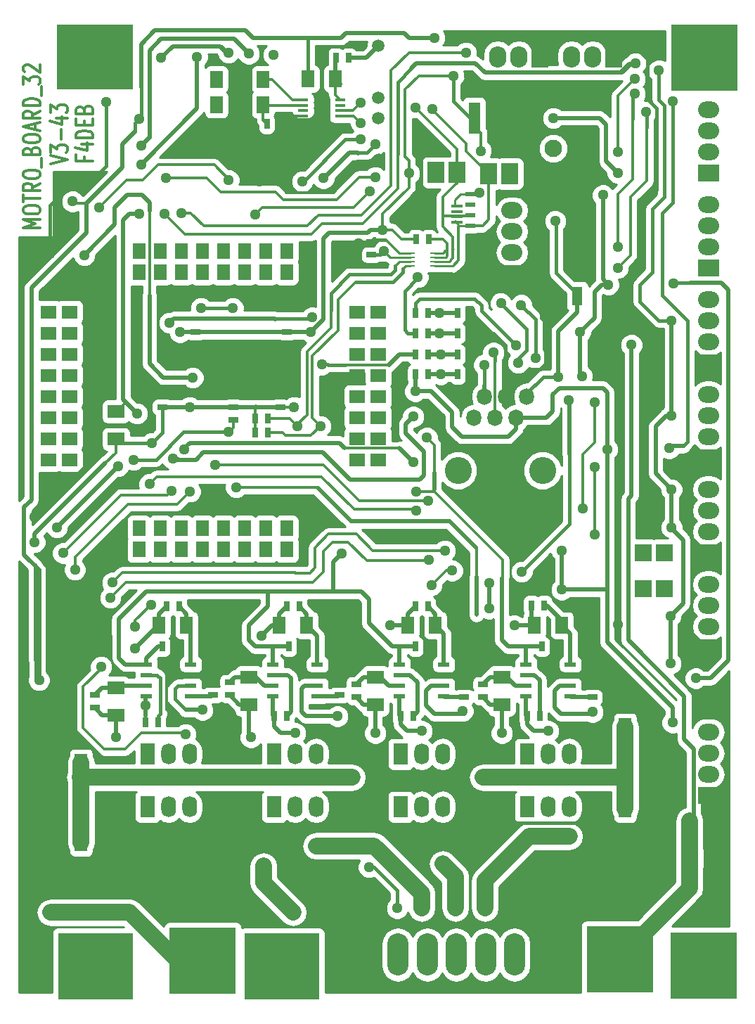
<source format=gtl>
G04 #@! TF.FileFunction,Copper,L1,Top,Signal*
%FSLAX46Y46*%
G04 Gerber Fmt 4.6, Leading zero omitted, Abs format (unit mm)*
G04 Created by KiCad (PCBNEW 4.0.7) date 03/26/18 23:13:48*
%MOMM*%
%LPD*%
G01*
G04 APERTURE LIST*
%ADD10C,0.150000*%
%ADD11C,0.304800*%
%ADD12R,8.000000X8.000000*%
%ADD13O,1.778000X2.540000*%
%ADD14R,1.778000X2.540000*%
%ADD15R,0.635000X1.143000*%
%ADD16R,1.143000X0.635000*%
%ADD17R,1.524000X2.032000*%
%ADD18R,2.032000X1.524000*%
%ADD19R,1.397000X3.810000*%
%ADD20R,1.399540X0.599440*%
%ADD21R,1.899920X1.600200*%
%ADD22R,1.600200X1.899920*%
%ADD23R,1.270000X0.406400*%
%ADD24R,1.500000X2.000000*%
%ADD25R,1.524000X2.000000*%
%ADD26R,2.100000X2.540000*%
%ADD27O,2.100580X2.540000*%
%ADD28R,2.540000X1.998980*%
%ADD29O,2.540000X1.998980*%
%ADD30R,1.300480X2.301240*%
%ADD31R,1.998980X2.540000*%
%ADD32R,1.998980X1.998980*%
%ADD33R,2.540000X5.080000*%
%ADD34O,2.540000X5.080000*%
%ADD35R,2.100580X1.800860*%
%ADD36C,2.100580*%
%ADD37C,1.500000*%
%ADD38R,1.000760X0.248920*%
%ADD39O,1.800860X2.000000*%
%ADD40C,3.251200*%
%ADD41R,8.999220X8.000000*%
%ADD42R,9.200000X7.800000*%
%ADD43R,9.000000X8.000000*%
%ADD44R,1.143000X0.508000*%
%ADD45R,1.450000X0.450000*%
%ADD46C,1.300480*%
%ADD47C,0.398780*%
%ADD48C,0.500380*%
%ADD49C,0.350520*%
%ADD50C,2.000000*%
%ADD51C,0.250000*%
%ADD52C,0.203200*%
%ADD53C,0.320000*%
%ADD54C,0.254000*%
G04 APERTURE END LIST*
D10*
D11*
X85120238Y-66058143D02*
X83088238Y-66058143D01*
X84539667Y-65550143D01*
X83088238Y-65042143D01*
X85120238Y-65042143D01*
X83088238Y-64026143D02*
X83088238Y-63735857D01*
X83185000Y-63590715D01*
X83378524Y-63445572D01*
X83765571Y-63373000D01*
X84442905Y-63373000D01*
X84829952Y-63445572D01*
X85023476Y-63590715D01*
X85120238Y-63735857D01*
X85120238Y-64026143D01*
X85023476Y-64171286D01*
X84829952Y-64316429D01*
X84442905Y-64389000D01*
X83765571Y-64389000D01*
X83378524Y-64316429D01*
X83185000Y-64171286D01*
X83088238Y-64026143D01*
X83088238Y-62937572D02*
X83088238Y-62066715D01*
X85120238Y-62502144D02*
X83088238Y-62502144D01*
X85120238Y-60687858D02*
X84152619Y-61195858D01*
X85120238Y-61558715D02*
X83088238Y-61558715D01*
X83088238Y-60978143D01*
X83185000Y-60833001D01*
X83281762Y-60760429D01*
X83475286Y-60687858D01*
X83765571Y-60687858D01*
X83959095Y-60760429D01*
X84055857Y-60833001D01*
X84152619Y-60978143D01*
X84152619Y-61558715D01*
X83088238Y-59744429D02*
X83088238Y-59454143D01*
X83185000Y-59309001D01*
X83378524Y-59163858D01*
X83765571Y-59091286D01*
X84442905Y-59091286D01*
X84829952Y-59163858D01*
X85023476Y-59309001D01*
X85120238Y-59454143D01*
X85120238Y-59744429D01*
X85023476Y-59889572D01*
X84829952Y-60034715D01*
X84442905Y-60107286D01*
X83765571Y-60107286D01*
X83378524Y-60034715D01*
X83185000Y-59889572D01*
X83088238Y-59744429D01*
X85313762Y-58801001D02*
X85313762Y-57639858D01*
X84055857Y-56769001D02*
X84152619Y-56551287D01*
X84249381Y-56478715D01*
X84442905Y-56406144D01*
X84733190Y-56406144D01*
X84926714Y-56478715D01*
X85023476Y-56551287D01*
X85120238Y-56696429D01*
X85120238Y-57277001D01*
X83088238Y-57277001D01*
X83088238Y-56769001D01*
X83185000Y-56623858D01*
X83281762Y-56551287D01*
X83475286Y-56478715D01*
X83668810Y-56478715D01*
X83862333Y-56551287D01*
X83959095Y-56623858D01*
X84055857Y-56769001D01*
X84055857Y-57277001D01*
X83088238Y-55462715D02*
X83088238Y-55172429D01*
X83185000Y-55027287D01*
X83378524Y-54882144D01*
X83765571Y-54809572D01*
X84442905Y-54809572D01*
X84829952Y-54882144D01*
X85023476Y-55027287D01*
X85120238Y-55172429D01*
X85120238Y-55462715D01*
X85023476Y-55607858D01*
X84829952Y-55753001D01*
X84442905Y-55825572D01*
X83765571Y-55825572D01*
X83378524Y-55753001D01*
X83185000Y-55607858D01*
X83088238Y-55462715D01*
X84539667Y-54229001D02*
X84539667Y-53503287D01*
X85120238Y-54374144D02*
X83088238Y-53866144D01*
X85120238Y-53358144D01*
X85120238Y-51979287D02*
X84152619Y-52487287D01*
X85120238Y-52850144D02*
X83088238Y-52850144D01*
X83088238Y-52269572D01*
X83185000Y-52124430D01*
X83281762Y-52051858D01*
X83475286Y-51979287D01*
X83765571Y-51979287D01*
X83959095Y-52051858D01*
X84055857Y-52124430D01*
X84152619Y-52269572D01*
X84152619Y-52850144D01*
X85120238Y-51326144D02*
X83088238Y-51326144D01*
X83088238Y-50963287D01*
X83185000Y-50745572D01*
X83378524Y-50600430D01*
X83572048Y-50527858D01*
X83959095Y-50455287D01*
X84249381Y-50455287D01*
X84636429Y-50527858D01*
X84829952Y-50600430D01*
X85023476Y-50745572D01*
X85120238Y-50963287D01*
X85120238Y-51326144D01*
X85313762Y-50165001D02*
X85313762Y-49003858D01*
X83088238Y-48786144D02*
X83088238Y-47842715D01*
X83862333Y-48350715D01*
X83862333Y-48133001D01*
X83959095Y-47987858D01*
X84055857Y-47915287D01*
X84249381Y-47842715D01*
X84733190Y-47842715D01*
X84926714Y-47915287D01*
X85023476Y-47987858D01*
X85120238Y-48133001D01*
X85120238Y-48568429D01*
X85023476Y-48713572D01*
X84926714Y-48786144D01*
X83281762Y-47262143D02*
X83185000Y-47189572D01*
X83088238Y-47044429D01*
X83088238Y-46681572D01*
X83185000Y-46536429D01*
X83281762Y-46463858D01*
X83475286Y-46391286D01*
X83668810Y-46391286D01*
X83959095Y-46463858D01*
X85120238Y-47334715D01*
X85120238Y-46391286D01*
X86364838Y-58365572D02*
X88396838Y-57857572D01*
X86364838Y-57349572D01*
X86364838Y-56986715D02*
X86364838Y-56043286D01*
X87138933Y-56551286D01*
X87138933Y-56333572D01*
X87235695Y-56188429D01*
X87332457Y-56115858D01*
X87525981Y-56043286D01*
X88009790Y-56043286D01*
X88203314Y-56115858D01*
X88300076Y-56188429D01*
X88396838Y-56333572D01*
X88396838Y-56769000D01*
X88300076Y-56914143D01*
X88203314Y-56986715D01*
X87622743Y-55390143D02*
X87622743Y-54229000D01*
X87042171Y-52850143D02*
X88396838Y-52850143D01*
X86268076Y-53213000D02*
X87719505Y-53575857D01*
X87719505Y-52632429D01*
X86364838Y-52197000D02*
X86364838Y-51253571D01*
X87138933Y-51761571D01*
X87138933Y-51543857D01*
X87235695Y-51398714D01*
X87332457Y-51326143D01*
X87525981Y-51253571D01*
X88009790Y-51253571D01*
X88203314Y-51326143D01*
X88300076Y-51398714D01*
X88396838Y-51543857D01*
X88396838Y-51979285D01*
X88300076Y-52124428D01*
X88203314Y-52197000D01*
X90405857Y-57458429D02*
X90405857Y-57966429D01*
X91470238Y-57966429D02*
X89438238Y-57966429D01*
X89438238Y-57240715D01*
X90115571Y-56007000D02*
X91470238Y-56007000D01*
X89341476Y-56369857D02*
X90792905Y-56732714D01*
X90792905Y-55789286D01*
X91470238Y-55208714D02*
X89438238Y-55208714D01*
X89438238Y-54845857D01*
X89535000Y-54628142D01*
X89728524Y-54483000D01*
X89922048Y-54410428D01*
X90309095Y-54337857D01*
X90599381Y-54337857D01*
X90986429Y-54410428D01*
X91179952Y-54483000D01*
X91373476Y-54628142D01*
X91470238Y-54845857D01*
X91470238Y-55208714D01*
X90405857Y-53684714D02*
X90405857Y-53176714D01*
X91470238Y-52959000D02*
X91470238Y-53684714D01*
X89438238Y-53684714D01*
X89438238Y-52959000D01*
X90405857Y-51797857D02*
X90502619Y-51580143D01*
X90599381Y-51507571D01*
X90792905Y-51435000D01*
X91083190Y-51435000D01*
X91276714Y-51507571D01*
X91373476Y-51580143D01*
X91470238Y-51725285D01*
X91470238Y-52305857D01*
X89438238Y-52305857D01*
X89438238Y-51797857D01*
X89535000Y-51652714D01*
X89631762Y-51580143D01*
X89825286Y-51507571D01*
X90018810Y-51507571D01*
X90212333Y-51580143D01*
X90309095Y-51652714D01*
X90405857Y-51797857D01*
X90405857Y-52305857D01*
D12*
X164997000Y-154856000D03*
D13*
X103124000Y-129413000D03*
X100584000Y-129413000D03*
D14*
X98044000Y-129413000D03*
D13*
X148844000Y-135763000D03*
X146304000Y-135763000D03*
D14*
X143764000Y-135763000D03*
D13*
X148844000Y-129413000D03*
X146304000Y-129413000D03*
D14*
X143764000Y-129413000D03*
D13*
X118364000Y-135763000D03*
X115824000Y-135763000D03*
D14*
X113284000Y-135763000D03*
D13*
X118364000Y-129413000D03*
X115824000Y-129413000D03*
D14*
X113284000Y-129413000D03*
D13*
X133604000Y-129413000D03*
X131064000Y-129413000D03*
D14*
X128524000Y-129413000D03*
D13*
X103124000Y-135763000D03*
X100584000Y-135763000D03*
D14*
X98044000Y-135763000D03*
D13*
X133604000Y-135763000D03*
X131064000Y-135763000D03*
D14*
X128524000Y-135763000D03*
D15*
X145542000Y-116459000D03*
X147066000Y-116459000D03*
X115062000Y-116459000D03*
X116586000Y-116459000D03*
X143764000Y-124841000D03*
X145288000Y-124841000D03*
X97790000Y-125603000D03*
X99314000Y-125603000D03*
D16*
X114808000Y-78613000D03*
X114808000Y-80137000D03*
X103835200Y-78587600D03*
X103835200Y-80111600D03*
D15*
X128524000Y-124841000D03*
X130048000Y-124841000D03*
X113284000Y-124841000D03*
X114808000Y-124841000D03*
X99822000Y-116459000D03*
X101346000Y-116459000D03*
X130302000Y-116459000D03*
X131826000Y-116459000D03*
D16*
X99822000Y-87630000D03*
X99822000Y-86106000D03*
X114046000Y-87630000D03*
X114046000Y-86106000D03*
X107950000Y-122301000D03*
X107950000Y-120777000D03*
D15*
X114808000Y-111633000D03*
X116332000Y-111633000D03*
X100330000Y-111633000D03*
X101854000Y-111633000D03*
D16*
X121158000Y-122301000D03*
X121158000Y-120777000D03*
X151638000Y-122555000D03*
X151638000Y-121031000D03*
X138430000Y-122555000D03*
X138430000Y-121031000D03*
D15*
X144272000Y-111506000D03*
X145796000Y-111506000D03*
X130302000Y-111633000D03*
X131826000Y-111633000D03*
D16*
X123190000Y-122555000D03*
X123190000Y-121031000D03*
X136144000Y-122555000D03*
X136144000Y-121031000D03*
X91694000Y-123825000D03*
X91694000Y-122301000D03*
D15*
X130302000Y-76327000D03*
X131826000Y-76327000D03*
X130302000Y-78740000D03*
X131826000Y-78740000D03*
X130302000Y-81280000D03*
X131826000Y-81280000D03*
X130302000Y-83693000D03*
X131826000Y-83693000D03*
X135382000Y-76327000D03*
X136906000Y-76327000D03*
X135382000Y-78740000D03*
X136906000Y-78740000D03*
X135382000Y-81280000D03*
X136906000Y-81280000D03*
X135382000Y-83693000D03*
X136906000Y-83693000D03*
D16*
X105918000Y-122301000D03*
X105918000Y-120777000D03*
D17*
X90043000Y-130429000D03*
X86741000Y-130429000D03*
X90043000Y-137033000D03*
X86741000Y-137033000D03*
X90043000Y-133731000D03*
X86741000Y-133731000D03*
X155575000Y-132715000D03*
X158877000Y-132715000D03*
X155575000Y-136017000D03*
X158877000Y-136017000D03*
X155575000Y-129413000D03*
X158877000Y-129413000D03*
X90043000Y-140081000D03*
X86741000Y-140081000D03*
X155575000Y-126111000D03*
X158877000Y-126111000D03*
D18*
X94234000Y-124714000D03*
X94234000Y-121412000D03*
D17*
X99441000Y-113919000D03*
X102743000Y-113919000D03*
D18*
X125476000Y-123444000D03*
X125476000Y-120142000D03*
D17*
X129413000Y-113919000D03*
X132715000Y-113919000D03*
D18*
X140716000Y-123444000D03*
X140716000Y-120142000D03*
D17*
X144653000Y-113919000D03*
X147955000Y-113919000D03*
D18*
X110236000Y-123444000D03*
X110236000Y-120142000D03*
D17*
X113919000Y-113919000D03*
X117221000Y-113919000D03*
D19*
X137414000Y-52832000D03*
X141986000Y-52832000D03*
D20*
X118491000Y-118618000D03*
X113157000Y-118618000D03*
X118491000Y-119888000D03*
X118491000Y-121158000D03*
X118491000Y-122428000D03*
X113157000Y-119888000D03*
X113157000Y-121158000D03*
X113157000Y-122428000D03*
X133731000Y-118618000D03*
X128397000Y-118618000D03*
X133731000Y-119888000D03*
X133731000Y-121158000D03*
X133731000Y-122428000D03*
X128397000Y-119888000D03*
X128397000Y-121158000D03*
X128397000Y-122428000D03*
X148971000Y-118618000D03*
X143637000Y-118618000D03*
X148971000Y-119888000D03*
X148971000Y-121158000D03*
X148971000Y-122428000D03*
X143637000Y-119888000D03*
X143637000Y-121158000D03*
X143637000Y-122428000D03*
X103251000Y-118618000D03*
X97917000Y-118618000D03*
X103251000Y-119888000D03*
X103251000Y-121158000D03*
X103251000Y-122428000D03*
X97917000Y-119888000D03*
X97917000Y-121158000D03*
X97917000Y-122428000D03*
D15*
X130429000Y-67437000D03*
X131953000Y-67437000D03*
X110998000Y-89027000D03*
X112522000Y-89027000D03*
X110998000Y-90678000D03*
X112522000Y-90678000D03*
D16*
X125018800Y-69291200D03*
X125018800Y-67767200D03*
D21*
X123314460Y-76200000D03*
X125854460Y-76200000D03*
X123314460Y-78740000D03*
X125854460Y-78740000D03*
X123314460Y-81280000D03*
X125854460Y-81280000D03*
X123314460Y-83820000D03*
X125854460Y-83820000D03*
X123314460Y-86360000D03*
X125854460Y-86360000D03*
X123314460Y-88900000D03*
X125854460Y-88900000D03*
X123314460Y-91440000D03*
X125854460Y-91440000D03*
X123314460Y-93980000D03*
X125854460Y-93980000D03*
X86106000Y-76200000D03*
X88646000Y-76200000D03*
X86106000Y-78740000D03*
X88646000Y-78740000D03*
X86106000Y-81280000D03*
X88646000Y-81280000D03*
X86106000Y-83820000D03*
X88646000Y-83820000D03*
X86106000Y-86360000D03*
X88646000Y-86360000D03*
X86106000Y-88900000D03*
X88646000Y-88900000D03*
X86106000Y-91440000D03*
X88646000Y-91440000D03*
X86106000Y-93980000D03*
X88646000Y-93980000D03*
D22*
X97028000Y-71374000D03*
X97028000Y-68834000D03*
X99568000Y-71374000D03*
X99568000Y-68834000D03*
X102108000Y-71374000D03*
X102108000Y-68834000D03*
X104648000Y-71374000D03*
X104648000Y-68834000D03*
X107188000Y-71374000D03*
X107188000Y-68834000D03*
X109728000Y-71374000D03*
X109728000Y-68834000D03*
X112268000Y-71374000D03*
X112268000Y-68834000D03*
X114808000Y-71374000D03*
X114808000Y-68834000D03*
X114808000Y-104775000D03*
X114808000Y-102235000D03*
X112268000Y-104775000D03*
X112268000Y-102235000D03*
X109728000Y-104775000D03*
X109728000Y-102235000D03*
X107188000Y-104775000D03*
X107188000Y-102235000D03*
X104648000Y-104775000D03*
X104648000Y-102235000D03*
X102108000Y-104775000D03*
X102108000Y-102235000D03*
X99568000Y-104775000D03*
X99568000Y-102235000D03*
X97028000Y-104775000D03*
X97028000Y-102235000D03*
D23*
X116801900Y-50634900D03*
X116801900Y-51282600D03*
X116801900Y-51943000D03*
X116801900Y-52590700D03*
X121246900Y-52590700D03*
X121246900Y-51943000D03*
X121246900Y-51282600D03*
X121246900Y-50634900D03*
D17*
X117373400Y-48107600D03*
X120675400Y-48107600D03*
D15*
X120777000Y-45593000D03*
X122301000Y-45593000D03*
X112420400Y-53543200D03*
X113944400Y-53543200D03*
D24*
X111963200Y-48158400D03*
X111963200Y-51206400D03*
D25*
X106375200Y-48158400D03*
X106375200Y-51206400D03*
D26*
X145288000Y-45466000D03*
D27*
X142748000Y-45466000D03*
X140208000Y-45466000D03*
D26*
X154178000Y-45466000D03*
D27*
X151638000Y-45466000D03*
X149098000Y-45466000D03*
D28*
X165608000Y-59436000D03*
D29*
X165608000Y-56896000D03*
X165608000Y-54356000D03*
X165608000Y-51816000D03*
D28*
X141935200Y-71577200D03*
D29*
X141935200Y-69037200D03*
X141935200Y-66497200D03*
X141935200Y-63957200D03*
D28*
X165608000Y-116586000D03*
D29*
X165608000Y-114046000D03*
X165608000Y-111506000D03*
X165608000Y-108966000D03*
D28*
X165608000Y-105156000D03*
D29*
X165608000Y-102616000D03*
X165608000Y-100076000D03*
X165608000Y-97536000D03*
D28*
X165608000Y-93726000D03*
D29*
X165608000Y-91186000D03*
X165608000Y-88646000D03*
X165608000Y-86106000D03*
D28*
X165608000Y-82296000D03*
D29*
X165608000Y-79756000D03*
X165608000Y-77216000D03*
X165608000Y-74676000D03*
D28*
X165608000Y-70866000D03*
D29*
X165608000Y-68326000D03*
X165608000Y-65786000D03*
X165608000Y-63246000D03*
X165608000Y-124206000D03*
D28*
X165608000Y-134366000D03*
D29*
X165608000Y-131826000D03*
X165608000Y-129286000D03*
X165608000Y-126746000D03*
D12*
X154940000Y-154127200D03*
X154940000Y-142443200D03*
X104698800Y-154279600D03*
X104698800Y-142595600D03*
D30*
X149809200Y-74269600D03*
X149809200Y-66649600D03*
D31*
X135331200Y-59385200D03*
X132791200Y-59385200D03*
X139141200Y-59537600D03*
X141681200Y-59537600D03*
D32*
X160274000Y-105156000D03*
X157734000Y-105156000D03*
X160274000Y-109474000D03*
X157734000Y-109474000D03*
D33*
X124714000Y-153543000D03*
D34*
X128206500Y-153543000D03*
X131762500Y-153543000D03*
X135255000Y-153543000D03*
X138747500Y-153543000D03*
X142240000Y-153543000D03*
D35*
X146913600Y-59029600D03*
D36*
X146913600Y-56489600D03*
D37*
X125831600Y-44094400D03*
X125831600Y-50368200D03*
X125831600Y-52832000D03*
X125882400Y-57861200D03*
D38*
X129717800Y-70612000D03*
X129717800Y-70104000D03*
X129717800Y-69596000D03*
X129717800Y-69088000D03*
X132613400Y-70612000D03*
X132613400Y-70104000D03*
X132613400Y-69596000D03*
X132613400Y-69088000D03*
D39*
X139890500Y-88900000D03*
X142430500Y-88900000D03*
X137350500Y-88900000D03*
X143700500Y-86360000D03*
X141160500Y-86360000D03*
X138620500Y-86360000D03*
D40*
X135445500Y-95250000D03*
X145605500Y-95250000D03*
D41*
X91757500Y-154956000D03*
D42*
X91694000Y-45450000D03*
D43*
X114236500Y-154956000D03*
D12*
X165106500Y-45523000D03*
D16*
X108356400Y-89154000D03*
X108356400Y-87630000D03*
D18*
X94234000Y-88163400D03*
X94234000Y-91465400D03*
D44*
X136906000Y-61976000D03*
X136906000Y-63246000D03*
X136906000Y-64516000D03*
X136906000Y-65786000D03*
X130556000Y-65786000D03*
X130556000Y-64516000D03*
X130556000Y-63246000D03*
X130556000Y-61976000D03*
D45*
X129384000Y-63414000D03*
X129384000Y-64064000D03*
X129384000Y-64714000D03*
X129384000Y-65364000D03*
X135284000Y-65364000D03*
X135284000Y-64714000D03*
X135284000Y-64064000D03*
X135284000Y-63414000D03*
D46*
X113233200Y-45212000D03*
X161417000Y-72771000D03*
X150368000Y-83921600D03*
X130606800Y-71983600D03*
X150164800Y-78587600D03*
X131699000Y-91313000D03*
X130429000Y-97790000D03*
X121412000Y-105283000D03*
X164084000Y-120269000D03*
X153543000Y-72898000D03*
X152908000Y-62103000D03*
X163322000Y-139192000D03*
X163322000Y-142951200D03*
X163372800Y-140970000D03*
X95885000Y-148463000D03*
X91389200Y-148437600D03*
X88900000Y-148437600D03*
X142392400Y-80162400D03*
X156337000Y-80137000D03*
X163322000Y-137414000D03*
X86360000Y-148463000D03*
X138049000Y-61849000D03*
X159639000Y-47117000D03*
X97028000Y-52959000D03*
X84988400Y-120497600D03*
X138176000Y-56794400D03*
X134924800Y-47752000D03*
X119024400Y-82499200D03*
X129540000Y-59486800D03*
X126365000Y-66294000D03*
X89027000Y-62865000D03*
X117729000Y-78613000D03*
X101981000Y-78613000D03*
X161036000Y-112776000D03*
X161163000Y-102108000D03*
X161036000Y-118491000D03*
X139192000Y-111887000D03*
X139192000Y-108839000D03*
X161163000Y-97536000D03*
X161163000Y-77216000D03*
X161163000Y-88646000D03*
X132588000Y-43180000D03*
X124714000Y-143002000D03*
X128143000Y-147955000D03*
X97790000Y-123571000D03*
X115570000Y-148463000D03*
X112014000Y-142875000D03*
X118364000Y-140462000D03*
X131064000Y-147955000D03*
X115824000Y-126873000D03*
X135128000Y-147955000D03*
X131064000Y-126619000D03*
X133604000Y-142621000D03*
X142621000Y-140589000D03*
X138684000Y-147955000D03*
X148844000Y-139319000D03*
X146304000Y-126619000D03*
X125476000Y-59944000D03*
X100228400Y-60045600D03*
X156718000Y-44196000D03*
X131724400Y-55930800D03*
X154076400Y-78282800D03*
X154063700Y-82308700D03*
X93091000Y-50927000D03*
X86309200Y-69189600D03*
X123444000Y-67919600D03*
X142697200Y-55981600D03*
X149072600Y-63779400D03*
X123444000Y-58420000D03*
X111506000Y-60452000D03*
X136144000Y-108839000D03*
X123190000Y-135382000D03*
X138684000Y-135382000D03*
X154940000Y-74676000D03*
X108712000Y-137287000D03*
X149606000Y-111633000D03*
X120904000Y-151511000D03*
X103378000Y-80899000D03*
X107696000Y-111887000D03*
X122555000Y-118364000D03*
X136779000Y-47752000D03*
X84455000Y-100838000D03*
X154686000Y-113792000D03*
X154940000Y-94996000D03*
X85217000Y-126111000D03*
X154940000Y-86106000D03*
X149606000Y-54483000D03*
X153289000Y-126365000D03*
X152019000Y-113665000D03*
X108204000Y-128397000D03*
X101092000Y-124841000D03*
X160909000Y-92583000D03*
X161290000Y-50800000D03*
X153416000Y-92710000D03*
X98552000Y-91948000D03*
X140614400Y-75133200D03*
X126542800Y-68834000D03*
X142697200Y-82296000D03*
X115697000Y-87630000D03*
X84455000Y-103886000D03*
X130302000Y-85725000D03*
X161290000Y-125603000D03*
X147955000Y-109601000D03*
X147955000Y-104902000D03*
X103124000Y-87630000D03*
X94234000Y-127381000D03*
X110490000Y-127381000D03*
X96520000Y-116713000D03*
X111760000Y-115189000D03*
X125476000Y-126873000D03*
X140716000Y-126873000D03*
X127254000Y-113919000D03*
X142240000Y-113919000D03*
X139700000Y-81076800D03*
X147167600Y-65227200D03*
X147523200Y-83972400D03*
X138582400Y-82550000D03*
X100076000Y-64389000D03*
X156845000Y-46228000D03*
X136398000Y-44958000D03*
X102108000Y-64262000D03*
X151892000Y-94869000D03*
X151892000Y-102997000D03*
X150495000Y-99822000D03*
X151942800Y-87020400D03*
X123748800Y-53441600D03*
X132334000Y-51765200D03*
X123748800Y-51003200D03*
X130302000Y-51562000D03*
X107950000Y-132207000D03*
X122682000Y-132207000D03*
X138430000Y-132207000D03*
X153162000Y-132207000D03*
X158115000Y-52070000D03*
X154686000Y-70866000D03*
X156718000Y-49911000D03*
X154686000Y-68326000D03*
X125526800Y-55981600D03*
X119253000Y-60071000D03*
X146939000Y-52832000D03*
X154686000Y-59436000D03*
X154686000Y-56896000D03*
X156718000Y-48133000D03*
X116713000Y-60452000D03*
X123698000Y-55422800D03*
X132283200Y-109067600D03*
X143129000Y-107442000D03*
X134747000Y-107315000D03*
X148793200Y-86766400D03*
X144780000Y-81737200D03*
X143052800Y-75336400D03*
X102616000Y-127000000D03*
X92456000Y-118872000D03*
X133223000Y-76327000D03*
X133223000Y-78740000D03*
X133350000Y-81280000D03*
X133350000Y-83693000D03*
X93573600Y-110591600D03*
X131953000Y-106045000D03*
X93827600Y-108762800D03*
X133858000Y-104902000D03*
X98298000Y-96875600D03*
X130429000Y-100076000D03*
X131826000Y-98933000D03*
X106172000Y-94615000D03*
X110998000Y-64465200D03*
X124815600Y-61671200D03*
X116078000Y-89916000D03*
X118872000Y-89916000D03*
X97028000Y-64389000D03*
X96774000Y-88392000D03*
X96393000Y-93980000D03*
X107797600Y-90627200D03*
X87122000Y-102108000D03*
X94488000Y-94742000D03*
X100939600Y-97739200D03*
X87884000Y-105206800D03*
X89306400Y-107188000D03*
X103174800Y-97790000D03*
X97282000Y-58420000D03*
X104013000Y-45466000D03*
X117856000Y-76835000D03*
X100711000Y-77470000D03*
X99695000Y-45593000D03*
X107823000Y-44958000D03*
X97282000Y-56134000D03*
X110236000Y-45085000D03*
X107823000Y-60325000D03*
X92202000Y-63627000D03*
X104648000Y-124079000D03*
X120904000Y-124841000D03*
X136017000Y-124206000D03*
X98450400Y-111404400D03*
X96520000Y-114046000D03*
X151638000Y-124333000D03*
X101092000Y-93853000D03*
X130048000Y-88773000D03*
X102489000Y-92710000D03*
X130048000Y-94234000D03*
X103505000Y-84074000D03*
X90424000Y-69342000D03*
X108331000Y-75692000D03*
X104521000Y-75692000D03*
X108712000Y-97282000D03*
D47*
X161544000Y-72644000D02*
X163449000Y-72644000D01*
X161417000Y-72771000D02*
X161544000Y-72644000D01*
D48*
X153543000Y-72898000D02*
X152781000Y-72898000D01*
X151892000Y-76860400D02*
X150164800Y-78587600D01*
X151892000Y-73787000D02*
X151892000Y-76860400D01*
X152781000Y-72898000D02*
X151892000Y-73787000D01*
X102717600Y-109855000D02*
X97866200Y-109855000D01*
X94589600Y-114960400D02*
X94615000Y-114960400D01*
X94589600Y-113131600D02*
X94589600Y-114960400D01*
X97866200Y-109855000D02*
X94589600Y-113131600D01*
X152908000Y-62103000D02*
X152908000Y-72263000D01*
X152908000Y-72263000D02*
X153543000Y-72898000D01*
D47*
X150164800Y-78943200D02*
X150164800Y-78587600D01*
D48*
X150164800Y-83718400D02*
X150368000Y-83921600D01*
X150164800Y-83718400D02*
X150164800Y-78943200D01*
D47*
X130606800Y-71983600D02*
X130657600Y-72034400D01*
X130657600Y-72034400D02*
X130606800Y-71983600D01*
X130606800Y-71983600D02*
X130606800Y-72085200D01*
D49*
X132588000Y-95504000D02*
X132588000Y-92202000D01*
X132588000Y-92202000D02*
X131699000Y-91313000D01*
D47*
X129032000Y-75438000D02*
X129032000Y-73660000D01*
X129032000Y-78359000D02*
X129032000Y-75438000D01*
X129413000Y-78740000D02*
X129032000Y-78359000D01*
X130302000Y-78740000D02*
X129413000Y-78740000D01*
X129032000Y-73660000D02*
X130606800Y-72085200D01*
D49*
X132588000Y-97790000D02*
X140335000Y-105537000D01*
X140843000Y-108077000D02*
X140716000Y-108204000D01*
X140843000Y-106045000D02*
X140843000Y-108077000D01*
X140335000Y-105537000D02*
X140843000Y-106045000D01*
X130429000Y-97790000D02*
X132334000Y-97790000D01*
X132588000Y-97790000D02*
X132588000Y-97536000D01*
X132334000Y-97790000D02*
X132588000Y-97790000D01*
D48*
X140716000Y-108204000D02*
X140716000Y-108966000D01*
X132588000Y-97536000D02*
X132588000Y-97536000D01*
X132588000Y-97536000D02*
X132588000Y-95504000D01*
X99314000Y-116459000D02*
X99822000Y-116459000D01*
X97917000Y-117856000D02*
X99314000Y-116459000D01*
X97917000Y-118618000D02*
X97917000Y-117856000D01*
X115062000Y-116459000D02*
X113030000Y-116459000D01*
X113157000Y-116459000D02*
X113030000Y-116459000D01*
X113157000Y-118618000D02*
X113157000Y-116459000D01*
X130302000Y-116459000D02*
X128524000Y-116459000D01*
X128397000Y-116459000D02*
X128524000Y-116459000D01*
X128397000Y-118618000D02*
X128397000Y-116459000D01*
X145542000Y-116459000D02*
X143764000Y-116459000D01*
X143637000Y-116459000D02*
X143764000Y-116459000D01*
X143637000Y-118618000D02*
X143637000Y-116459000D01*
X128524000Y-116459000D02*
X127508000Y-116459000D01*
X110109000Y-109855000D02*
X110236000Y-109855000D01*
X110236000Y-109855000D02*
X110109000Y-109855000D01*
X109220000Y-109855000D02*
X110236000Y-109855000D01*
X102717600Y-109855000D02*
X109220000Y-109855000D01*
X97917000Y-118618000D02*
X95377000Y-118618000D01*
X95377000Y-118618000D02*
X94615000Y-117856000D01*
X94615000Y-117856000D02*
X94615000Y-114960400D01*
X122428000Y-109855000D02*
X122555000Y-109855000D01*
X122555000Y-109855000D02*
X122428000Y-109855000D01*
X121666000Y-109855000D02*
X122555000Y-109855000D01*
X120396000Y-109855000D02*
X121666000Y-109855000D01*
X112522000Y-109855000D02*
X120396000Y-109855000D01*
X110109000Y-109855000D02*
X112522000Y-109855000D01*
X124714000Y-113665000D02*
X124714000Y-110744000D01*
X124714000Y-110744000D02*
X123825000Y-109855000D01*
X123825000Y-109855000D02*
X121666000Y-109855000D01*
X127508000Y-116459000D02*
X124714000Y-113665000D01*
X143764000Y-116459000D02*
X141478000Y-116459000D01*
D49*
X140970000Y-115951000D02*
X141478000Y-116459000D01*
D48*
X140970000Y-115951000D02*
X141478000Y-116459000D01*
X140716000Y-115697000D02*
X140716000Y-112522000D01*
X141478000Y-116459000D02*
X140716000Y-115697000D01*
X120396000Y-109728000D02*
X120396000Y-109855000D01*
X120396000Y-109855000D02*
X120396000Y-109728000D01*
X120396000Y-106299000D02*
X120396000Y-109855000D01*
X121412000Y-105283000D02*
X120396000Y-106299000D01*
X112522000Y-111633000D02*
X110236000Y-113919000D01*
X110236000Y-113919000D02*
X110236000Y-115697000D01*
X110236000Y-115697000D02*
X110998000Y-116459000D01*
X110998000Y-116459000D02*
X113157000Y-116459000D01*
X112522000Y-109855000D02*
X112522000Y-111633000D01*
X168021000Y-116586000D02*
X168021000Y-73533000D01*
X168021000Y-116586000D02*
X168021000Y-118110000D01*
X168021000Y-118110000D02*
X165862000Y-120269000D01*
X165862000Y-120269000D02*
X164084000Y-120269000D01*
X167132000Y-72644000D02*
X163449000Y-72644000D01*
X168021000Y-73533000D02*
X167132000Y-72644000D01*
X140716000Y-108966000D02*
X140716000Y-112522000D01*
X140716000Y-115697000D02*
X140716000Y-108966000D01*
X141478000Y-116459000D02*
X140716000Y-115697000D01*
X145542000Y-116459000D02*
X141478000Y-116459000D01*
D50*
X163372800Y-140970000D02*
X163372800Y-142900400D01*
X163372800Y-142900400D02*
X163322000Y-142951200D01*
X163372800Y-140970000D02*
X163322000Y-140970000D01*
X163322000Y-140970000D02*
X163372800Y-140970000D01*
X163372800Y-140970000D02*
X163322000Y-140970000D01*
X163322000Y-137414000D02*
X163322000Y-139192000D01*
X163322000Y-139192000D02*
X163322000Y-140970000D01*
X163322000Y-140970000D02*
X163322000Y-145542000D01*
X163322000Y-145542000D02*
X155194000Y-153670000D01*
X91389200Y-148463000D02*
X95885000Y-148463000D01*
X91389200Y-148437600D02*
X91389200Y-148463000D01*
X91389200Y-148463000D02*
X91389200Y-148437600D01*
X91389200Y-148437600D02*
X91389200Y-148463000D01*
X88900000Y-148437600D02*
X88900000Y-148463000D01*
X88900000Y-148463000D02*
X88900000Y-148437600D01*
X88900000Y-148437600D02*
X88900000Y-148463000D01*
D47*
X130302000Y-75082400D02*
X130302000Y-76327000D01*
X130810000Y-74574400D02*
X130302000Y-75082400D01*
X137464800Y-74574400D02*
X130810000Y-74574400D01*
X138277600Y-75387200D02*
X137464800Y-74574400D01*
X138277600Y-76047600D02*
X138277600Y-75387200D01*
X142392400Y-80162400D02*
X138277600Y-76047600D01*
D48*
X156337000Y-80137000D02*
X156210000Y-80264000D01*
X156210000Y-80264000D02*
X156337000Y-80264000D01*
D50*
X101473000Y-154051000D02*
X95885000Y-148463000D01*
X102616000Y-154051000D02*
X101473000Y-154051000D01*
X91389200Y-148463000D02*
X88900000Y-148463000D01*
X88900000Y-148463000D02*
X86360000Y-148463000D01*
D48*
X163830000Y-128778000D02*
X163830000Y-136906000D01*
X162687000Y-127635000D02*
X163830000Y-128778000D01*
X162687000Y-124968000D02*
X162687000Y-127635000D01*
X163830000Y-136906000D02*
X163322000Y-137414000D01*
X155956000Y-105283000D02*
X155956000Y-110998000D01*
X155956000Y-115697000D02*
X162687000Y-122428000D01*
X162687000Y-122428000D02*
X162687000Y-124968000D01*
X155956000Y-110998000D02*
X155956000Y-115697000D01*
X156337000Y-98298000D02*
X156337000Y-80264000D01*
X155956000Y-98679000D02*
X156337000Y-98298000D01*
X155956000Y-105283000D02*
X155956000Y-98679000D01*
X136906000Y-61976000D02*
X137922000Y-61976000D01*
X137922000Y-61976000D02*
X138049000Y-61849000D01*
X161163000Y-88646000D02*
X160528000Y-88646000D01*
X159258000Y-95631000D02*
X161163000Y-97536000D01*
X159258000Y-89916000D02*
X159258000Y-95631000D01*
X160528000Y-88646000D02*
X159258000Y-89916000D01*
D47*
X161163000Y-77216000D02*
X159639000Y-77216000D01*
X157353000Y-72898000D02*
X158877000Y-71374000D01*
X157353000Y-74930000D02*
X157353000Y-72898000D01*
X159639000Y-77216000D02*
X157353000Y-74930000D01*
X159639000Y-47117000D02*
X159639000Y-50673000D01*
X158877000Y-63754000D02*
X158877000Y-71374000D01*
X159639000Y-50673000D02*
X160274000Y-51308000D01*
X160274000Y-51308000D02*
X160274000Y-62357000D01*
X160274000Y-62357000D02*
X158877000Y-63754000D01*
D49*
X129540000Y-61214000D02*
X129540000Y-59486800D01*
X126365000Y-64389000D02*
X129540000Y-61214000D01*
X126365000Y-66294000D02*
X126365000Y-64389000D01*
D51*
X135064500Y-63284100D02*
X135064500Y-62674500D01*
X135763000Y-61976000D02*
X136906000Y-61976000D01*
X135064500Y-62674500D02*
X135763000Y-61976000D01*
D49*
X130429000Y-67437000D02*
X128651000Y-67437000D01*
X127508000Y-66294000D02*
X126365000Y-66294000D01*
X128651000Y-67437000D02*
X127508000Y-66294000D01*
X137414000Y-52832000D02*
X137414000Y-53848000D01*
X137414000Y-53848000D02*
X138176000Y-54610000D01*
X138176000Y-54610000D02*
X138176000Y-56794400D01*
D47*
X96520000Y-54483000D02*
X96520000Y-53467000D01*
X96520000Y-53467000D02*
X97028000Y-52959000D01*
X97282000Y-52705000D02*
X97282000Y-49149000D01*
X97028000Y-52959000D02*
X97282000Y-52705000D01*
D52*
X103835200Y-78587600D02*
X102006400Y-78587600D01*
X102006400Y-78587600D02*
X101981000Y-78613000D01*
D47*
X84988400Y-120497600D02*
X84988400Y-107238800D01*
X83769200Y-106019600D02*
X83769200Y-105994200D01*
X84988400Y-107238800D02*
X83769200Y-106019600D01*
X84582000Y-118160800D02*
X84582000Y-120091200D01*
D48*
X84582000Y-118160800D02*
X84582000Y-106807000D01*
X84582000Y-106807000D02*
X83769200Y-105994200D01*
D47*
X84582000Y-120091200D02*
X84988400Y-120497600D01*
D49*
X84988400Y-120497600D02*
X84582000Y-120091200D01*
X129540000Y-59486800D02*
X129540000Y-57962800D01*
X129540000Y-57962800D02*
X129082800Y-57505600D01*
X129082800Y-57505600D02*
X129082800Y-49377600D01*
X129082800Y-49377600D02*
X130708400Y-47752000D01*
X130708400Y-47752000D02*
X134924800Y-47752000D01*
D47*
X119024400Y-82499200D02*
X119735600Y-82499200D01*
X119786400Y-82550000D02*
X121869200Y-82550000D01*
X119735600Y-82499200D02*
X119786400Y-82550000D01*
X136906000Y-52832000D02*
X137414000Y-52832000D01*
X134924800Y-47752000D02*
X134924800Y-50850800D01*
X134924800Y-50850800D02*
X136906000Y-52832000D01*
D48*
X121920000Y-42621200D02*
X121361200Y-43180000D01*
X128981200Y-42621200D02*
X121920000Y-42621200D01*
D47*
X117373400Y-48107600D02*
X117373400Y-43180000D01*
X117398800Y-43281600D02*
X117398800Y-43180000D01*
X117398800Y-43205400D02*
X117398800Y-43281600D01*
X117373400Y-43180000D02*
X117398800Y-43205400D01*
D49*
X120904000Y-82550000D02*
X119075200Y-82550000D01*
X119075200Y-82550000D02*
X119024400Y-82499200D01*
X127127000Y-82550000D02*
X121869200Y-82550000D01*
X121869200Y-82550000D02*
X120904000Y-82550000D01*
X120904000Y-82550000D02*
X119888000Y-82550000D01*
X119888000Y-82550000D02*
X119837200Y-82600800D01*
D48*
X126365000Y-66294000D02*
X124917200Y-66294000D01*
X119253000Y-67335400D02*
X119253000Y-72085200D01*
X119938800Y-66649600D02*
X119253000Y-67335400D01*
X124561600Y-66649600D02*
X119938800Y-66649600D01*
X124917200Y-66294000D02*
X124561600Y-66649600D01*
X119253000Y-77089000D02*
X119253000Y-72085200D01*
X117729000Y-78613000D02*
X119253000Y-77089000D01*
D49*
X89281000Y-63119000D02*
X90678000Y-63119000D01*
X89027000Y-62865000D02*
X89281000Y-63119000D01*
D48*
X161163000Y-77216000D02*
X161163000Y-87376000D01*
X161163000Y-87376000D02*
X161163000Y-88646000D01*
X161163000Y-97536000D02*
X161163000Y-102235000D01*
D49*
X114808000Y-78613000D02*
X117729000Y-78613000D01*
D48*
X162560000Y-103632000D02*
X162560000Y-111252000D01*
X161163000Y-102235000D02*
X162560000Y-103632000D01*
X162560000Y-111252000D02*
X161036000Y-112776000D01*
X161163000Y-102108000D02*
X161163000Y-102235000D01*
D47*
X127889000Y-81788000D02*
X127127000Y-82550000D01*
X128397000Y-81280000D02*
X127889000Y-81788000D01*
D48*
X97282000Y-49149000D02*
X97282000Y-43942000D01*
X110744000Y-43180000D02*
X117398800Y-43180000D01*
X109855000Y-42291000D02*
X110744000Y-43180000D01*
X98933000Y-42291000D02*
X109855000Y-42291000D01*
X97282000Y-43942000D02*
X98933000Y-42291000D01*
X117398800Y-43180000D02*
X121361200Y-43180000D01*
X96520000Y-54483000D02*
X94996000Y-56007000D01*
X94996000Y-56007000D02*
X94996000Y-58801000D01*
X94996000Y-58801000D02*
X90678000Y-63119000D01*
X90678000Y-63119000D02*
X90678000Y-66675000D01*
X83769200Y-105994200D02*
X83185000Y-105410000D01*
X84074000Y-96393000D02*
X84074000Y-98806000D01*
X84074000Y-98806000D02*
X83185000Y-99695000D01*
X83185000Y-99695000D02*
X83185000Y-105410000D01*
X84074000Y-73279000D02*
X84074000Y-96393000D01*
X90678000Y-66675000D02*
X84074000Y-73279000D01*
X128397000Y-81280000D02*
X127889000Y-81788000D01*
X128397000Y-81280000D02*
X127127000Y-82550000D01*
X130302000Y-81280000D02*
X128397000Y-81280000D01*
X101981000Y-78613000D02*
X117729000Y-78613000D01*
X139192000Y-108839000D02*
X139192000Y-111887000D01*
X161036000Y-112776000D02*
X161036000Y-118491000D01*
X132588000Y-43180000D02*
X129540000Y-43180000D01*
X129540000Y-43180000D02*
X128981200Y-42621200D01*
D47*
X125349000Y-143002000D02*
X124714000Y-143002000D01*
X128143000Y-145796000D02*
X125349000Y-143002000D01*
X128143000Y-146558000D02*
X128143000Y-145796000D01*
X128143000Y-147955000D02*
X128143000Y-146558000D01*
D49*
X97790000Y-123571000D02*
X97790000Y-125603000D01*
D50*
X115570000Y-148463000D02*
X112014000Y-144907000D01*
X112014000Y-144907000D02*
X112014000Y-142875000D01*
D48*
X97790000Y-122555000D02*
X97917000Y-122428000D01*
X97790000Y-123571000D02*
X97790000Y-122555000D01*
X97790000Y-124841000D02*
X97790000Y-123571000D01*
D50*
X125349000Y-140462000D02*
X118364000Y-140462000D01*
D48*
X113157000Y-124714000D02*
X113284000Y-124841000D01*
X113157000Y-122428000D02*
X113157000Y-124714000D01*
X113284000Y-126111000D02*
X114046000Y-126873000D01*
X114046000Y-126873000D02*
X115824000Y-126873000D01*
X113284000Y-124841000D02*
X113284000Y-126111000D01*
D50*
X131064000Y-146177000D02*
X125349000Y-140462000D01*
X131064000Y-147955000D02*
X131064000Y-146177000D01*
D48*
X128397000Y-124714000D02*
X128524000Y-124841000D01*
X128397000Y-122428000D02*
X128397000Y-124714000D01*
X128524000Y-125857000D02*
X129286000Y-126619000D01*
X129286000Y-126619000D02*
X131064000Y-126619000D01*
X128524000Y-124841000D02*
X128524000Y-125857000D01*
D50*
X133604000Y-142621000D02*
X135128000Y-144145000D01*
X135128000Y-144145000D02*
X135128000Y-147955000D01*
D47*
X142621000Y-140589000D02*
X142684500Y-140652500D01*
X142684500Y-140652500D02*
X142621000Y-140589000D01*
X142621000Y-140589000D02*
X142621000Y-140716000D01*
D48*
X143764000Y-125857000D02*
X144526000Y-126619000D01*
X144526000Y-126619000D02*
X146304000Y-126619000D01*
X143764000Y-124841000D02*
X143764000Y-125857000D01*
X143637000Y-124714000D02*
X143764000Y-124841000D01*
X143637000Y-122428000D02*
X143637000Y-124714000D01*
D50*
X138684000Y-144653000D02*
X142621000Y-140716000D01*
X142621000Y-140716000D02*
X144018000Y-139319000D01*
X144018000Y-139319000D02*
X148844000Y-139319000D01*
X138684000Y-147955000D02*
X138684000Y-144653000D01*
D49*
X109778800Y-61722000D02*
X106832400Y-61722000D01*
X125476000Y-59944000D02*
X123545600Y-59944000D01*
X123545600Y-59944000D02*
X120802400Y-62687200D01*
X120802400Y-62687200D02*
X114401600Y-62687200D01*
X114401600Y-62687200D02*
X113436400Y-61722000D01*
X113436400Y-61722000D02*
X109778800Y-61722000D01*
X106832400Y-61722000D02*
X105156000Y-60045600D01*
X105156000Y-60045600D02*
X100228400Y-60045600D01*
D47*
X158242000Y-47625000D02*
X158242000Y-50546000D01*
X159385000Y-61468000D02*
X157480000Y-63373000D01*
X159385000Y-51689000D02*
X159385000Y-61468000D01*
X158242000Y-50546000D02*
X159385000Y-51689000D01*
X158242000Y-45720000D02*
X158242000Y-46736000D01*
X156718000Y-44196000D02*
X158242000Y-45720000D01*
D49*
X130556000Y-63246000D02*
X130556000Y-64516000D01*
X130556000Y-61976000D02*
X130556000Y-63246000D01*
X129384000Y-65364000D02*
X130134000Y-65364000D01*
X130134000Y-65364000D02*
X130556000Y-65786000D01*
X129384000Y-64714000D02*
X129384000Y-65364000D01*
X129384000Y-64064000D02*
X129384000Y-64714000D01*
X129384000Y-63414000D02*
X129384000Y-64064000D01*
X130556000Y-61976000D02*
X130556000Y-65786000D01*
X130962400Y-60909200D02*
X130962400Y-61569600D01*
X131724400Y-55930800D02*
X130962400Y-56692800D01*
X130962400Y-60909200D02*
X130962400Y-60096400D01*
X130962400Y-60096400D02*
X130962400Y-56692800D01*
X130962400Y-61569600D02*
X130556000Y-61976000D01*
X126619000Y-67462400D02*
X126771400Y-67462400D01*
D51*
X128397000Y-69088000D02*
X127889000Y-68580000D01*
X128397000Y-69088000D02*
X129717800Y-69088000D01*
D49*
X126771400Y-67462400D02*
X127889000Y-68580000D01*
D47*
X158242000Y-46736000D02*
X158242000Y-47625000D01*
X154940000Y-73558400D02*
X154940000Y-74676000D01*
X157480000Y-71018400D02*
X154940000Y-73558400D01*
X157480000Y-63373000D02*
X157480000Y-71018400D01*
D49*
X92202000Y-90932000D02*
X92202000Y-90322400D01*
D47*
X92608400Y-89916000D02*
X92202000Y-90322400D01*
X97028000Y-89916000D02*
X97536000Y-89916000D01*
X93827600Y-89916000D02*
X97028000Y-89916000D01*
X98679000Y-86106000D02*
X98425000Y-86360000D01*
X98425000Y-86360000D02*
X98425000Y-89027000D01*
X98425000Y-89027000D02*
X97536000Y-89916000D01*
X98679000Y-86106000D02*
X99822000Y-86106000D01*
X93827600Y-89916000D02*
X92608400Y-89916000D01*
D49*
X113944400Y-53543200D02*
X113944400Y-60248800D01*
X113944400Y-60248800D02*
X113741200Y-60452000D01*
X116801900Y-52590700D02*
X114896900Y-52590700D01*
X114896900Y-52590700D02*
X113944400Y-53543200D01*
D47*
X154940000Y-74676000D02*
X154940000Y-77419200D01*
X154940000Y-77419200D02*
X154076400Y-78282800D01*
X93091000Y-50927000D02*
X93091000Y-58597800D01*
X86309200Y-63347600D02*
X86309200Y-69189600D01*
X88493600Y-61163200D02*
X86309200Y-63347600D01*
X90525600Y-61163200D02*
X88493600Y-61163200D01*
X93091000Y-58597800D02*
X90525600Y-61163200D01*
X123444000Y-67919600D02*
X124815600Y-67919600D01*
X125272800Y-67462400D02*
X126619000Y-67462400D01*
X124815600Y-67919600D02*
X125272800Y-67462400D01*
D49*
X142697200Y-55981600D02*
X142697200Y-53543200D01*
X142697200Y-53543200D02*
X141986000Y-52832000D01*
X144932400Y-58216800D02*
X144932400Y-60604400D01*
X142697200Y-55981600D02*
X144932400Y-58216800D01*
D47*
X144983200Y-60858400D02*
X144932400Y-60858400D01*
X145440400Y-61823600D02*
X145440400Y-76860400D01*
X144932400Y-61315600D02*
X145440400Y-61823600D01*
X144932400Y-60858400D02*
X144932400Y-61315600D01*
X141160500Y-86360000D02*
X141160500Y-85915500D01*
X145999200Y-82397600D02*
X145999200Y-80314800D01*
X145338800Y-83058000D02*
X145999200Y-82397600D01*
X144018000Y-83058000D02*
X145338800Y-83058000D01*
X141160500Y-85915500D02*
X144018000Y-83058000D01*
X145999200Y-80314800D02*
X145999200Y-77419200D01*
X145440400Y-76860400D02*
X145999200Y-77419200D01*
X144932400Y-60807600D02*
X144983200Y-60858400D01*
X144932400Y-60604400D02*
X144932400Y-60807600D01*
D48*
X149809200Y-66649600D02*
X149809200Y-64516000D01*
X149809200Y-64516000D02*
X149072600Y-63779400D01*
X149809200Y-64516000D02*
X149072600Y-63779400D01*
D47*
X136906000Y-78740000D02*
X139700000Y-78740000D01*
X141160500Y-80200500D02*
X141160500Y-84785200D01*
X141160500Y-84785200D02*
X141160500Y-86360000D01*
X139700000Y-78740000D02*
X141160500Y-80200500D01*
D49*
X117856000Y-61849000D02*
X120015000Y-61849000D01*
X113792000Y-60452000D02*
X115189000Y-61849000D01*
X115189000Y-61849000D02*
X117856000Y-61849000D01*
X113741200Y-60452000D02*
X113792000Y-60452000D01*
X120015000Y-61849000D02*
X123444000Y-58420000D01*
X111506000Y-60452000D02*
X113741200Y-60452000D01*
D47*
X154940000Y-74676000D02*
X152908000Y-76708000D01*
X154940000Y-83185000D02*
X154940000Y-86106000D01*
X152908000Y-81153000D02*
X154063700Y-82308700D01*
X154063700Y-82308700D02*
X154940000Y-83185000D01*
X152908000Y-76708000D02*
X152908000Y-81153000D01*
X136144000Y-111887000D02*
X136144000Y-108839000D01*
X136144000Y-137922000D02*
X138684000Y-135382000D01*
X125730000Y-137922000D02*
X136144000Y-137922000D01*
X123190000Y-135382000D02*
X125730000Y-137922000D01*
X138684000Y-135382000D02*
X139319000Y-135382000D01*
X139319000Y-135382000D02*
X141605000Y-137668000D01*
X141605000Y-137668000D02*
X150876000Y-137668000D01*
X150876000Y-137668000D02*
X155194000Y-141986000D01*
D49*
X136144000Y-111887000D02*
X136144000Y-116713000D01*
X136144000Y-116713000D02*
X136271000Y-116713000D01*
X136271000Y-116713000D02*
X136144000Y-116713000D01*
X114046000Y-80899000D02*
X114808000Y-80137000D01*
X114046000Y-83058000D02*
X114046000Y-80899000D01*
X114046000Y-83820000D02*
X114046000Y-83058000D01*
X114046000Y-86106000D02*
X114046000Y-83820000D01*
D48*
X154940000Y-94996000D02*
X154940000Y-86106000D01*
D49*
X92202000Y-91694000D02*
X92202000Y-90932000D01*
X92202000Y-90932000D02*
X92202000Y-91948000D01*
X136906000Y-83693000D02*
X136906000Y-81280000D01*
X136906000Y-81280000D02*
X136906000Y-78740000D01*
D50*
X86741000Y-140081000D02*
X86741000Y-137033000D01*
X86741000Y-137033000D02*
X86741000Y-133731000D01*
X86741000Y-133731000D02*
X86741000Y-130429000D01*
X97282000Y-142367000D02*
X102616000Y-142367000D01*
X94742000Y-144907000D02*
X97282000Y-142367000D01*
X89408000Y-144907000D02*
X94742000Y-144907000D01*
X86741000Y-142240000D02*
X89408000Y-144907000D01*
X86741000Y-140081000D02*
X86741000Y-142240000D01*
X158877000Y-126111000D02*
X158877000Y-129413000D01*
X158877000Y-130683000D02*
X158877000Y-132715000D01*
X158877000Y-129413000D02*
X158877000Y-130683000D01*
X158877000Y-132715000D02*
X158877000Y-136017000D01*
X158877000Y-139954000D02*
X156845000Y-141986000D01*
X158877000Y-136017000D02*
X158877000Y-139954000D01*
X156845000Y-141986000D02*
X155194000Y-141986000D01*
D48*
X105537000Y-119888000D02*
X103251000Y-119888000D01*
X105918000Y-120269000D02*
X105537000Y-119888000D01*
X105918000Y-120777000D02*
X105918000Y-120269000D01*
X120269000Y-119888000D02*
X121158000Y-120777000D01*
X118491000Y-119888000D02*
X120269000Y-119888000D01*
X117221000Y-119888000D02*
X116586000Y-119253000D01*
X116586000Y-119253000D02*
X116586000Y-116459000D01*
X118491000Y-119888000D02*
X117221000Y-119888000D01*
X131826000Y-119253000D02*
X132461000Y-119888000D01*
X132461000Y-119888000D02*
X133731000Y-119888000D01*
X131826000Y-116459000D02*
X131826000Y-119253000D01*
X147066000Y-119253000D02*
X147701000Y-119888000D01*
X147701000Y-119888000D02*
X148971000Y-119888000D01*
X147066000Y-116459000D02*
X147066000Y-119253000D01*
X150495000Y-119888000D02*
X151638000Y-121031000D01*
X148971000Y-119888000D02*
X150495000Y-119888000D01*
X135001000Y-119888000D02*
X136144000Y-121031000D01*
X133731000Y-119888000D02*
X135001000Y-119888000D01*
D49*
X100330000Y-118999000D02*
X101346000Y-117983000D01*
X100330000Y-119761000D02*
X100330000Y-118999000D01*
X101346000Y-117983000D02*
X101346000Y-116459000D01*
X100330000Y-121793000D02*
X100330000Y-119761000D01*
X100330000Y-119888000D02*
X100330000Y-119761000D01*
X103251000Y-119888000D02*
X100330000Y-119888000D01*
X108712000Y-137287000D02*
X103632000Y-142367000D01*
D47*
X103632000Y-142367000D02*
X108712000Y-137287000D01*
X102616000Y-142367000D02*
X103632000Y-142367000D01*
D48*
X151892000Y-118237000D02*
X151638000Y-118491000D01*
X151638000Y-118491000D02*
X151638000Y-121031000D01*
X149606000Y-111633000D02*
X151892000Y-113919000D01*
X151892000Y-113919000D02*
X151892000Y-118237000D01*
D47*
X136144000Y-121031000D02*
X136144000Y-116713000D01*
D50*
X120396000Y-149352000D02*
X115570000Y-144526000D01*
X115570000Y-144526000D02*
X115570000Y-141224000D01*
X115570000Y-141224000D02*
X113919000Y-139573000D01*
X113919000Y-139573000D02*
X105410000Y-139573000D01*
X105410000Y-139573000D02*
X102616000Y-142367000D01*
X120904000Y-151511000D02*
X120015000Y-148971000D01*
X120015000Y-148971000D02*
X119634000Y-149352000D01*
X119634000Y-149352000D02*
X120396000Y-149352000D01*
D47*
X105537000Y-83058000D02*
X103378000Y-80899000D01*
X105664000Y-83058000D02*
X105537000Y-83058000D01*
X114046000Y-83058000D02*
X105664000Y-83058000D01*
D48*
X107696000Y-111887000D02*
X105537000Y-114046000D01*
X105537000Y-114046000D02*
X105537000Y-119888000D01*
X121158000Y-119761000D02*
X122555000Y-118364000D01*
X121158000Y-120777000D02*
X121158000Y-119761000D01*
D47*
X136779000Y-47752000D02*
X137795000Y-48768000D01*
X137795000Y-48768000D02*
X140970000Y-48768000D01*
X140970000Y-48768000D02*
X141986000Y-49784000D01*
X92202000Y-93091000D02*
X92202000Y-91948000D01*
X84455000Y-100838000D02*
X92202000Y-93091000D01*
D48*
X136906000Y-76327000D02*
X136906000Y-83693000D01*
X137795000Y-48768000D02*
X136779000Y-47752000D01*
X140970000Y-48768000D02*
X137795000Y-48768000D01*
X141986000Y-49784000D02*
X140970000Y-48768000D01*
X141986000Y-52832000D02*
X141986000Y-49784000D01*
X103378000Y-80899000D02*
X99822000Y-80899000D01*
X114046000Y-80899000D02*
X114808000Y-80137000D01*
X114046000Y-86106000D02*
X114046000Y-80899000D01*
X105537000Y-83058000D02*
X103378000Y-80899000D01*
X114046000Y-83058000D02*
X105537000Y-83058000D01*
X105664000Y-84455000D02*
X104013000Y-86106000D01*
X105664000Y-83058000D02*
X105664000Y-84455000D01*
X104013000Y-86106000D02*
X99822000Y-86106000D01*
X143256000Y-54483000D02*
X141986000Y-53213000D01*
X141986000Y-53213000D02*
X141986000Y-52832000D01*
X149606000Y-54483000D02*
X143256000Y-54483000D01*
X151130000Y-61722000D02*
X149072600Y-63779400D01*
X149072600Y-63779400D02*
X148971000Y-63881000D01*
X151130000Y-61722000D02*
X148971000Y-63881000D01*
X151130000Y-54483000D02*
X149987000Y-54483000D01*
X149987000Y-54483000D02*
X149606000Y-54483000D01*
X151130000Y-54483000D02*
X151130000Y-61722000D01*
X85217000Y-126111000D02*
X86741000Y-127635000D01*
X86741000Y-127635000D02*
X86741000Y-130429000D01*
X153289000Y-126365000D02*
X153289000Y-124206000D01*
X153289000Y-124206000D02*
X154305000Y-123190000D01*
X154305000Y-123190000D02*
X158115000Y-123190000D01*
X158115000Y-123190000D02*
X158877000Y-123952000D01*
X158877000Y-123952000D02*
X158877000Y-126111000D01*
X154686000Y-95250000D02*
X154940000Y-94996000D01*
X154686000Y-113792000D02*
X154686000Y-95250000D01*
X152019000Y-113665000D02*
X151892000Y-113792000D01*
X151892000Y-113792000D02*
X151892000Y-113919000D01*
D49*
X100330000Y-121793000D02*
X100330000Y-124079000D01*
D48*
X106426000Y-128397000D02*
X103632000Y-125603000D01*
X103632000Y-125603000D02*
X101854000Y-125603000D01*
X108204000Y-128397000D02*
X106426000Y-128397000D01*
D49*
X100330000Y-124079000D02*
X101092000Y-124841000D01*
D48*
X101854000Y-125603000D02*
X101092000Y-124841000D01*
X161163000Y-92329000D02*
X160909000Y-92583000D01*
D47*
X160020000Y-71120000D02*
X160020000Y-74168000D01*
X161290000Y-50800000D02*
X161290000Y-52832000D01*
X161290000Y-52832000D02*
X161290000Y-58039000D01*
X161290000Y-58039000D02*
X161290000Y-61341000D01*
X161290000Y-61341000D02*
X161290000Y-62992000D01*
X161290000Y-62992000D02*
X160020000Y-64262000D01*
X160020000Y-64262000D02*
X160020000Y-71120000D01*
X163068000Y-91821000D02*
X162560000Y-92329000D01*
X163068000Y-77216000D02*
X163068000Y-91821000D01*
X160020000Y-74168000D02*
X163068000Y-77216000D01*
D48*
X162560000Y-92329000D02*
X161163000Y-92329000D01*
D51*
X129717800Y-69596000D02*
X127304800Y-69596000D01*
X127304800Y-69596000D02*
X126542800Y-68834000D01*
D47*
X98552000Y-91948000D02*
X94716600Y-91948000D01*
X94716600Y-91948000D02*
X94234000Y-91465400D01*
X99822000Y-90678000D02*
X99822000Y-87630000D01*
X98552000Y-91948000D02*
X99822000Y-90678000D01*
D49*
X108356400Y-87630000D02*
X110998000Y-87630000D01*
X110998000Y-87630000D02*
X110998000Y-89027000D01*
X94234000Y-91465400D02*
X94234000Y-93116400D01*
X93014800Y-94335600D02*
X93014800Y-94310200D01*
X94234000Y-93116400D02*
X93014800Y-94335600D01*
D47*
X140614400Y-75184000D02*
X143662400Y-78232000D01*
X143662400Y-78232000D02*
X143662400Y-80822800D01*
X143662400Y-80822800D02*
X142697200Y-81788000D01*
X142697200Y-81788000D02*
X142697200Y-82296000D01*
X140614400Y-75133200D02*
X140614400Y-75184000D01*
X125018800Y-69291200D02*
X126085600Y-69291200D01*
X126085600Y-69291200D02*
X126542800Y-68834000D01*
D48*
X147955000Y-104902000D02*
X147955000Y-109601000D01*
X147955000Y-109601000D02*
X153416000Y-109601000D01*
X142430500Y-88900000D02*
X146100800Y-88900000D01*
X152908000Y-85344000D02*
X153416000Y-85852000D01*
X147675600Y-85344000D02*
X152908000Y-85344000D01*
X146862800Y-86156800D02*
X147675600Y-85344000D01*
X146862800Y-88138000D02*
X146862800Y-86156800D01*
X146100800Y-88900000D02*
X146862800Y-88138000D01*
X153416000Y-85852000D02*
X153416000Y-92710000D01*
X153416000Y-92710000D02*
X153416000Y-115951000D01*
D49*
X110998000Y-89027000D02*
X110998000Y-87630000D01*
X111125000Y-87503000D02*
X111125000Y-87630000D01*
X110998000Y-87630000D02*
X111125000Y-87503000D01*
X110998000Y-89027000D02*
X110998000Y-90678000D01*
D47*
X153416000Y-85852000D02*
X153416000Y-94996000D01*
D49*
X115697000Y-87630000D02*
X111125000Y-87630000D01*
X111125000Y-87630000D02*
X109347000Y-87630000D01*
X101981000Y-87630000D02*
X109347000Y-87630000D01*
X114046000Y-87630000D02*
X115697000Y-87630000D01*
D48*
X84455000Y-102870000D02*
X84455000Y-103886000D01*
X130302000Y-85725000D02*
X130302000Y-83693000D01*
X153416000Y-115951000D02*
X153416000Y-109601000D01*
X161290000Y-123825000D02*
X153416000Y-115951000D01*
X161290000Y-125603000D02*
X161290000Y-123825000D01*
D47*
X153289000Y-109601000D02*
X153416000Y-109601000D01*
X153416000Y-109601000D02*
X153289000Y-109601000D01*
D48*
X132207000Y-85725000D02*
X134747000Y-88265000D01*
X134747000Y-88265000D02*
X134747000Y-90043000D01*
X142430500Y-90233500D02*
X142430500Y-88900000D01*
X141478000Y-91186000D02*
X142430500Y-90233500D01*
X135890000Y-91186000D02*
X141478000Y-91186000D01*
X134747000Y-90043000D02*
X135890000Y-91186000D01*
X130302000Y-85725000D02*
X132207000Y-85725000D01*
X153416000Y-109601000D02*
X153416000Y-96901000D01*
X101981000Y-87630000D02*
X99822000Y-87630000D01*
X103124000Y-87630000D02*
X114046000Y-87630000D01*
X101981000Y-87630000D02*
X103124000Y-87630000D01*
X153416000Y-94996000D02*
X153416000Y-96901000D01*
X93014800Y-94310200D02*
X84455000Y-102870000D01*
D49*
X99314000Y-125603000D02*
X99314000Y-124841000D01*
X99314000Y-124841000D02*
X99568000Y-124587000D01*
X99187000Y-119888000D02*
X99568000Y-120269000D01*
X99568000Y-120269000D02*
X99568000Y-124587000D01*
X99568000Y-124587000D02*
X99314000Y-124841000D01*
D47*
X99568000Y-124587000D02*
X99314000Y-124841000D01*
X99568000Y-120269000D02*
X99568000Y-124587000D01*
X99187000Y-119888000D02*
X99568000Y-120269000D01*
X97917000Y-119888000D02*
X99187000Y-119888000D01*
D48*
X115316000Y-124333000D02*
X115316000Y-120269000D01*
X115316000Y-120269000D02*
X114935000Y-119888000D01*
X114935000Y-119888000D02*
X113157000Y-119888000D01*
X114808000Y-124841000D02*
X115316000Y-124333000D01*
X130556000Y-124333000D02*
X130556000Y-120777000D01*
X130556000Y-120777000D02*
X129667000Y-119888000D01*
X129667000Y-119888000D02*
X128397000Y-119888000D01*
X130048000Y-124841000D02*
X130556000Y-124333000D01*
X145288000Y-120523000D02*
X144653000Y-119888000D01*
X144653000Y-119888000D02*
X143637000Y-119888000D01*
X145288000Y-124841000D02*
X145288000Y-120523000D01*
X122326400Y-45567600D02*
X124358400Y-45567600D01*
X124358400Y-45567600D02*
X125831600Y-44094400D01*
D49*
X116801900Y-51282600D02*
X112039400Y-51282600D01*
X112039400Y-51282600D02*
X111963200Y-51206400D01*
X111963200Y-51206400D02*
X111963200Y-53086000D01*
X111963200Y-53086000D02*
X112420400Y-53543200D01*
D48*
X94234000Y-127381000D02*
X94234000Y-124714000D01*
X92583000Y-124714000D02*
X91694000Y-123825000D01*
X94234000Y-124714000D02*
X92583000Y-124714000D01*
X92583000Y-121412000D02*
X91694000Y-122301000D01*
X94234000Y-121412000D02*
X92583000Y-121412000D01*
X94488000Y-121158000D02*
X94234000Y-121412000D01*
X97917000Y-121158000D02*
X94488000Y-121158000D01*
X110236000Y-127127000D02*
X110490000Y-127381000D01*
X110236000Y-123444000D02*
X110236000Y-127127000D01*
X109093000Y-123444000D02*
X107950000Y-122301000D01*
X110236000Y-123444000D02*
X109093000Y-123444000D01*
X112141000Y-121158000D02*
X111125000Y-120142000D01*
X111125000Y-120142000D02*
X110236000Y-120142000D01*
X113157000Y-121158000D02*
X112141000Y-121158000D01*
X108585000Y-120142000D02*
X107950000Y-120777000D01*
X110236000Y-120142000D02*
X108585000Y-120142000D01*
X99441000Y-112522000D02*
X100330000Y-111633000D01*
X99441000Y-113919000D02*
X99441000Y-112522000D01*
X99314000Y-113919000D02*
X96520000Y-116713000D01*
X99441000Y-113919000D02*
X99314000Y-113919000D01*
X102743000Y-112522000D02*
X101854000Y-111633000D01*
X102743000Y-113919000D02*
X102743000Y-112522000D01*
X103251000Y-114427000D02*
X102743000Y-113919000D01*
X103251000Y-118618000D02*
X103251000Y-114427000D01*
X113919000Y-112522000D02*
X114808000Y-111633000D01*
X113919000Y-113919000D02*
X113919000Y-112522000D01*
X113030000Y-113919000D02*
X111760000Y-115189000D01*
X113919000Y-113919000D02*
X113030000Y-113919000D01*
X117221000Y-112522000D02*
X116332000Y-111633000D01*
X117221000Y-113919000D02*
X117221000Y-112522000D01*
X118491000Y-115189000D02*
X117221000Y-113919000D01*
X118491000Y-118618000D02*
X118491000Y-115189000D01*
X124079000Y-123444000D02*
X123190000Y-122555000D01*
X125476000Y-123444000D02*
X124079000Y-123444000D01*
X125476000Y-123444000D02*
X125476000Y-126873000D01*
X127127000Y-121158000D02*
X126111000Y-120142000D01*
X126111000Y-120142000D02*
X125476000Y-120142000D01*
X128397000Y-121158000D02*
X127127000Y-121158000D01*
X124079000Y-120142000D02*
X123190000Y-121031000D01*
X125476000Y-120142000D02*
X124079000Y-120142000D01*
X140716000Y-123444000D02*
X140716000Y-126873000D01*
X139319000Y-123444000D02*
X138430000Y-122555000D01*
X140716000Y-123444000D02*
X139319000Y-123444000D01*
X142367000Y-121158000D02*
X141351000Y-120142000D01*
X141351000Y-120142000D02*
X140716000Y-120142000D01*
X143637000Y-121158000D02*
X142367000Y-121158000D01*
X139319000Y-120142000D02*
X138430000Y-121031000D01*
X140716000Y-120142000D02*
X139319000Y-120142000D01*
X127254000Y-113919000D02*
X129413000Y-113919000D01*
X129413000Y-112522000D02*
X130302000Y-111633000D01*
X129413000Y-113919000D02*
X129413000Y-112522000D01*
X132715000Y-112522000D02*
X131826000Y-111633000D01*
X132715000Y-113919000D02*
X132715000Y-112522000D01*
X133731000Y-114935000D02*
X132715000Y-113919000D01*
X133731000Y-118618000D02*
X133731000Y-114935000D01*
X142240000Y-113919000D02*
X144653000Y-113919000D01*
X144272000Y-113538000D02*
X144653000Y-113919000D01*
X144272000Y-111506000D02*
X144272000Y-113538000D01*
X148971000Y-114935000D02*
X147955000Y-113919000D01*
X148971000Y-118618000D02*
X148971000Y-114935000D01*
X146177000Y-111506000D02*
X147955000Y-113284000D01*
X147955000Y-113284000D02*
X147955000Y-113919000D01*
X145796000Y-111506000D02*
X146177000Y-111506000D01*
X120675400Y-48107600D02*
X120675400Y-45694600D01*
X120675400Y-45694600D02*
X120802400Y-45567600D01*
D49*
X120675400Y-48107600D02*
X120675400Y-50063400D01*
X120675400Y-50063400D02*
X121246900Y-50634900D01*
D47*
X121234200Y-48666400D02*
X120675400Y-48107600D01*
D52*
X121234200Y-48666400D02*
X120675400Y-48107600D01*
X120675400Y-50063400D02*
X121246900Y-50634900D01*
D49*
X139890500Y-82092800D02*
X139890500Y-88900000D01*
D47*
X139890500Y-82092800D02*
X139890500Y-81267300D01*
X139890500Y-81267300D02*
X139700000Y-81076800D01*
X149809200Y-74269600D02*
X149809200Y-74015600D01*
X147269200Y-65328800D02*
X147167600Y-65227200D01*
X147269200Y-71475600D02*
X147269200Y-65328800D01*
X149809200Y-74015600D02*
X147269200Y-71475600D01*
D48*
X149809200Y-74269600D02*
X149809200Y-76200000D01*
X149809200Y-76200000D02*
X147523200Y-78486000D01*
X147523200Y-78486000D02*
X147523200Y-83972400D01*
D47*
X143700500Y-86360000D02*
X143700500Y-85966300D01*
X145694400Y-83972400D02*
X147523200Y-83972400D01*
X143700500Y-85966300D02*
X145694400Y-83972400D01*
X138620500Y-85039200D02*
X138620500Y-82588100D01*
D48*
X138620500Y-85039200D02*
X138620500Y-86360000D01*
D47*
X138620500Y-82588100D02*
X138582400Y-82550000D01*
D49*
X119075200Y-65532000D02*
X117805200Y-66802000D01*
X123952000Y-65532000D02*
X119075200Y-65532000D01*
X128168400Y-61315600D02*
X123952000Y-65532000D01*
X128168400Y-57150000D02*
X128168400Y-61315600D01*
D47*
X128168400Y-57150000D02*
X128168400Y-48514000D01*
D49*
X100076000Y-64389000D02*
X100101400Y-64389000D01*
X102514400Y-66802000D02*
X114960400Y-66802000D01*
X100101400Y-64389000D02*
X102514400Y-66802000D01*
X114960400Y-66802000D02*
X117805200Y-66802000D01*
D48*
X135382000Y-46228000D02*
X137541000Y-46228000D01*
X132842000Y-46228000D02*
X130429000Y-46228000D01*
X130429000Y-46228000D02*
X129844800Y-46812200D01*
X137541000Y-46228000D02*
X138684000Y-47371000D01*
X138684000Y-47371000D02*
X146939000Y-47371000D01*
X135382000Y-46228000D02*
X132842000Y-46228000D01*
D47*
X128168400Y-48514000D02*
X129844800Y-46837600D01*
X129844800Y-46837600D02*
X129844800Y-46812200D01*
D48*
X155067000Y-47371000D02*
X156083000Y-46355000D01*
X152908000Y-47371000D02*
X155067000Y-47371000D01*
X156337000Y-46228000D02*
X155194000Y-47371000D01*
X156845000Y-46228000D02*
X156337000Y-46228000D01*
X146939000Y-47371000D02*
X152908000Y-47371000D01*
X155194000Y-47371000D02*
X146939000Y-47371000D01*
D49*
X127381000Y-57658000D02*
X127381000Y-60960000D01*
X123825000Y-64516000D02*
X118618000Y-64516000D01*
X127381000Y-60960000D02*
X123825000Y-64516000D01*
X102108000Y-64262000D02*
X103225600Y-64262000D01*
X117297200Y-65836800D02*
X118618000Y-64516000D01*
X104800400Y-65836800D02*
X117297200Y-65836800D01*
X103225600Y-64262000D02*
X104800400Y-65836800D01*
X127381000Y-47117000D02*
X127381000Y-57658000D01*
X129540000Y-44958000D02*
X127381000Y-47117000D01*
X136398000Y-44958000D02*
X129540000Y-44958000D01*
X151892000Y-102997000D02*
X151892000Y-94869000D01*
X150495000Y-99822000D02*
X150495000Y-96164400D01*
X151942800Y-87020400D02*
X151942800Y-91846400D01*
X151942800Y-91846400D02*
X150469600Y-93319600D01*
X150469600Y-93319600D02*
X150469600Y-96164400D01*
X150469600Y-96164400D02*
X150495000Y-96164400D01*
X136906000Y-65786000D02*
X138430000Y-65786000D01*
X139141200Y-65074800D02*
X139141200Y-59537600D01*
X138430000Y-65786000D02*
X139141200Y-65074800D01*
X135509000Y-69088000D02*
X135509000Y-65887600D01*
X135509000Y-69977000D02*
X134874000Y-70612000D01*
D51*
X132613400Y-70612000D02*
X134874000Y-70612000D01*
D49*
X135509000Y-69088000D02*
X135509000Y-69977000D01*
X135509000Y-65887600D02*
X135610600Y-65786000D01*
D51*
X136906000Y-65786000D02*
X135610600Y-65786000D01*
X135610600Y-65786000D02*
X135064500Y-65239900D01*
D49*
X132334000Y-51765200D02*
X132334000Y-51816000D01*
X136398000Y-55880000D02*
X136398000Y-56794400D01*
X132334000Y-51816000D02*
X136398000Y-55880000D01*
X121246900Y-52590700D02*
X122897900Y-52590700D01*
X122897900Y-52590700D02*
X123748800Y-53441600D01*
X139141200Y-59537600D02*
X136398000Y-56794400D01*
X135064500Y-64592200D02*
X136829800Y-64592200D01*
X136829800Y-64592200D02*
X136906000Y-64516000D01*
X135064500Y-64592200D02*
X133604000Y-64592200D01*
X133604000Y-64592200D02*
X133654800Y-64643000D01*
X133604000Y-65151000D02*
X133604000Y-64643000D01*
X133604000Y-64643000D02*
X133604000Y-62357000D01*
X133604000Y-62357000D02*
X135331200Y-60629800D01*
X135331200Y-60629800D02*
X135331200Y-59385200D01*
X135331200Y-60756800D02*
X135331200Y-59385200D01*
X134810500Y-68707000D02*
X134810500Y-67119500D01*
X133908800Y-64592200D02*
X135064500Y-64592200D01*
X133604000Y-65913000D02*
X133604000Y-65151000D01*
X133604000Y-65151000D02*
X133604000Y-64897000D01*
X134810500Y-67119500D02*
X133604000Y-65913000D01*
D51*
X136829800Y-64592200D02*
X136906000Y-64516000D01*
D49*
X134810500Y-68643500D02*
X134810500Y-68707000D01*
X134810500Y-68707000D02*
X134810500Y-69659500D01*
D51*
X134366000Y-70104000D02*
X134620000Y-69850000D01*
X134366000Y-70104000D02*
X132613400Y-70104000D01*
D49*
X134810500Y-69659500D02*
X134620000Y-69850000D01*
X122809000Y-51943000D02*
X123748800Y-51003200D01*
X121246900Y-51943000D02*
X122809000Y-51943000D01*
X130302000Y-51562000D02*
X135331200Y-56591200D01*
X135331200Y-56591200D02*
X135331200Y-59385200D01*
X135331200Y-59385200D02*
X135331200Y-60452000D01*
X135331200Y-60452000D02*
X135305800Y-60477400D01*
D51*
X134810500Y-68643500D02*
X134874000Y-68580000D01*
D50*
X90043000Y-132207000D02*
X89916000Y-132207000D01*
X89916000Y-132207000D02*
X107950000Y-132207000D01*
X90043000Y-130429000D02*
X90043000Y-132207000D01*
X90043000Y-132207000D02*
X90043000Y-133731000D01*
X90043000Y-133731000D02*
X90043000Y-137033000D01*
X90043000Y-137033000D02*
X90043000Y-140081000D01*
X107950000Y-132207000D02*
X122682000Y-132207000D01*
X155575000Y-136017000D02*
X155575000Y-132715000D01*
X155575000Y-132207000D02*
X155575000Y-129413000D01*
X155575000Y-132715000D02*
X155575000Y-132207000D01*
X155575000Y-129413000D02*
X155575000Y-126111000D01*
X154686000Y-132207000D02*
X155575000Y-132207000D01*
X155575000Y-132207000D02*
X154686000Y-132207000D01*
X138430000Y-132207000D02*
X153924000Y-132207000D01*
X153924000Y-132207000D02*
X155575000Y-132207000D01*
X153162000Y-132207000D02*
X153924000Y-132207000D01*
D48*
X105791000Y-122428000D02*
X105918000Y-122301000D01*
X103251000Y-122428000D02*
X105791000Y-122428000D01*
X121031000Y-122428000D02*
X121158000Y-122301000D01*
X118491000Y-122428000D02*
X121031000Y-122428000D01*
X133858000Y-122555000D02*
X133731000Y-122428000D01*
X136144000Y-122555000D02*
X133858000Y-122555000D01*
X149098000Y-122555000D02*
X148971000Y-122428000D01*
X151638000Y-122555000D02*
X149098000Y-122555000D01*
D47*
X158198818Y-53975000D02*
X158191200Y-53975000D01*
X158198818Y-52153818D02*
X158198818Y-53975000D01*
X158115000Y-52070000D02*
X158198818Y-52153818D01*
D49*
X158191200Y-53975000D02*
X158191200Y-60375800D01*
X156210000Y-68199000D02*
X156210000Y-62357000D01*
X156210000Y-62357000D02*
X158191200Y-60375800D01*
X156210000Y-68199000D02*
X156210000Y-69342000D01*
X156210000Y-69342000D02*
X154686000Y-70866000D01*
D47*
X156464000Y-50165000D02*
X156464000Y-52959000D01*
X156718000Y-49911000D02*
X156464000Y-50165000D01*
D49*
X156464000Y-60198000D02*
X156464000Y-52959000D01*
X154686000Y-61976000D02*
X156464000Y-60198000D01*
X154686000Y-68326000D02*
X154686000Y-61976000D01*
D47*
X123342400Y-57099200D02*
X123342400Y-56997600D01*
X123444000Y-56997600D02*
X123342400Y-57099200D01*
X124510800Y-56997600D02*
X123444000Y-56997600D01*
X125526800Y-55981600D02*
X124510800Y-56997600D01*
D48*
X119253000Y-60071000D02*
X119303800Y-60071000D01*
X122377200Y-56997600D02*
X123342400Y-56997600D01*
X119303800Y-60071000D02*
X122377200Y-56997600D01*
X152527000Y-52832000D02*
X153289000Y-53594000D01*
X146939000Y-52832000D02*
X152527000Y-52832000D01*
X153289000Y-53848000D02*
X153289000Y-53594000D01*
X153289000Y-58039000D02*
X153289000Y-55372000D01*
X153289000Y-58039000D02*
X154686000Y-59436000D01*
X153289000Y-53848000D02*
X153289000Y-55372000D01*
D49*
X154686000Y-56896000D02*
X154686000Y-50165000D01*
X154686000Y-50165000D02*
X156718000Y-48133000D01*
D47*
X116840000Y-60452000D02*
X116713000Y-60452000D01*
X123698000Y-55422800D02*
X121869200Y-55422800D01*
X121869200Y-55422800D02*
X116840000Y-60452000D01*
D49*
X134035800Y-107315000D02*
X134747000Y-107315000D01*
X132283200Y-109067600D02*
X134035800Y-107315000D01*
D47*
X144780000Y-81737200D02*
X144780000Y-77063600D01*
X148844000Y-98425000D02*
X148844000Y-101727000D01*
X143129000Y-107442000D02*
X148844000Y-101727000D01*
X148844000Y-93319600D02*
X148844000Y-98425000D01*
D48*
X148844000Y-86817200D02*
X148793200Y-86766400D01*
X148844000Y-93319600D02*
X148844000Y-86817200D01*
D47*
X144780000Y-77063600D02*
X143052800Y-75336400D01*
D49*
X102616000Y-127000000D02*
X102489000Y-126873000D01*
X102489000Y-126873000D02*
X97282000Y-126873000D01*
X97282000Y-126873000D02*
X95377000Y-128778000D01*
X95377000Y-128778000D02*
X92837000Y-128778000D01*
X92837000Y-128778000D02*
X90297000Y-126238000D01*
X90297000Y-126238000D02*
X90297000Y-121285000D01*
X90297000Y-121285000D02*
X92456000Y-119126000D01*
X92456000Y-119126000D02*
X92456000Y-118872000D01*
D48*
X133223000Y-76327000D02*
X135382000Y-76327000D01*
X131826000Y-76327000D02*
X133223000Y-76327000D01*
X133223000Y-78740000D02*
X135382000Y-78740000D01*
X131826000Y-78740000D02*
X133223000Y-78740000D01*
D49*
X133350000Y-81280000D02*
X135382000Y-81280000D01*
X131826000Y-81280000D02*
X133350000Y-81280000D01*
D48*
X131826000Y-81280000D02*
X135382000Y-81280000D01*
X133350000Y-83693000D02*
X131826000Y-83693000D01*
X135382000Y-83693000D02*
X133350000Y-83693000D01*
D49*
X127203200Y-106108500D02*
X124447300Y-106108500D01*
X117957600Y-108712000D02*
X116433600Y-108712000D01*
X119227600Y-107442000D02*
X117957600Y-108712000D01*
X119227600Y-105003600D02*
X119227600Y-107442000D01*
X120345200Y-103886000D02*
X119227600Y-105003600D01*
X122224800Y-103886000D02*
X120345200Y-103886000D01*
X124447300Y-106108500D02*
X122224800Y-103886000D01*
X100126800Y-108712000D02*
X95453200Y-108712000D01*
X95453200Y-108712000D02*
X93573600Y-110591600D01*
X116433600Y-108712000D02*
X100126800Y-108712000D01*
X131953000Y-106045000D02*
X131889500Y-106108500D01*
X131889500Y-106108500D02*
X127203200Y-106108500D01*
X127660400Y-104902000D02*
X125171200Y-104902000D01*
X115824000Y-107594400D02*
X115824000Y-107569000D01*
X117602000Y-107594400D02*
X115824000Y-107594400D01*
X118211600Y-106984800D02*
X117602000Y-107594400D01*
X118211600Y-104546400D02*
X118211600Y-106984800D01*
X119837200Y-102920800D02*
X118211600Y-104546400D01*
X123190000Y-102920800D02*
X119837200Y-102920800D01*
X125171200Y-104902000D02*
X123190000Y-102920800D01*
X96723200Y-107543600D02*
X96723200Y-107569000D01*
X96697800Y-107569000D02*
X96723200Y-107543600D01*
X95021400Y-107569000D02*
X96697800Y-107569000D01*
X93827600Y-108762800D02*
X95021400Y-107569000D01*
X133858000Y-104902000D02*
X127660400Y-104902000D01*
X115824000Y-107569000D02*
X96723200Y-107569000D01*
X104952800Y-96012000D02*
X107746800Y-96012000D01*
X99161600Y-96012000D02*
X104952800Y-96012000D01*
X98298000Y-96875600D02*
X99161600Y-96012000D01*
X108204000Y-96012000D02*
X109347000Y-96012000D01*
X118999000Y-96012000D02*
X122936000Y-99949000D01*
X109347000Y-96012000D02*
X118999000Y-96012000D01*
X107746800Y-96012000D02*
X108204000Y-96012000D01*
X130429000Y-100076000D02*
X130302000Y-99949000D01*
X130302000Y-99949000D02*
X122936000Y-99949000D01*
X124714000Y-98933000D02*
X123571000Y-98933000D01*
X131826000Y-98933000D02*
X124714000Y-98933000D01*
X119253000Y-94615000D02*
X123571000Y-98933000D01*
X106172000Y-94615000D02*
X119253000Y-94615000D01*
X122885200Y-63601600D02*
X124815600Y-61671200D01*
X111861600Y-63601600D02*
X122885200Y-63601600D01*
X111861600Y-63601600D02*
X110998000Y-64465200D01*
D51*
X129717800Y-70104000D02*
X128397000Y-70104000D01*
X128397000Y-70104000D02*
X127901700Y-70599300D01*
D49*
X116078000Y-89916000D02*
X116078000Y-89712800D01*
X120142000Y-78079600D02*
X120142000Y-75996800D01*
X117246400Y-80975200D02*
X120142000Y-78079600D01*
X117246400Y-88544400D02*
X117246400Y-80975200D01*
X116078000Y-89712800D02*
X117246400Y-88544400D01*
D47*
X127901700Y-70599300D02*
X127901700Y-71132700D01*
X127901700Y-71132700D02*
X127355600Y-71678800D01*
X127355600Y-71678800D02*
X122377200Y-71678800D01*
X122377200Y-71678800D02*
X120142000Y-73914000D01*
X120142000Y-73914000D02*
X120142000Y-75996800D01*
D49*
X112522000Y-89027000D02*
X115189000Y-89027000D01*
X115189000Y-89027000D02*
X116078000Y-89916000D01*
D51*
X129717800Y-70612000D02*
X129159000Y-70612000D01*
X129159000Y-70612000D02*
X128778000Y-70993000D01*
D49*
X121005600Y-76860400D02*
X121005600Y-78384400D01*
X117906800Y-88950800D02*
X118872000Y-89916000D01*
X117906800Y-81483200D02*
X117906800Y-88950800D01*
X121005600Y-78384400D02*
X117906800Y-81483200D01*
X121005600Y-74676000D02*
X123088400Y-72593200D01*
X121005600Y-76860400D02*
X121005600Y-74676000D01*
D47*
X128778000Y-71424800D02*
X128778000Y-70993000D01*
X127609600Y-72593200D02*
X128778000Y-71424800D01*
X123088400Y-72593200D02*
X127609600Y-72593200D01*
D49*
X112522000Y-90678000D02*
X114300000Y-90678000D01*
X117729000Y-91059000D02*
X118872000Y-89916000D01*
X114681000Y-91059000D02*
X117729000Y-91059000D01*
X114300000Y-90678000D02*
X114681000Y-91059000D01*
X133604000Y-67437000D02*
X134112000Y-67945000D01*
X134112000Y-68199000D02*
X134112000Y-68834000D01*
X134112000Y-68834000D02*
X134112000Y-69469000D01*
X134112000Y-67945000D02*
X134112000Y-68199000D01*
D51*
X133985000Y-69596000D02*
X134112000Y-69469000D01*
D49*
X131953000Y-67437000D02*
X133604000Y-67437000D01*
X134112000Y-68834000D02*
X133858000Y-68834000D01*
D51*
X133604000Y-69088000D02*
X133858000Y-68834000D01*
X133604000Y-69088000D02*
X132613400Y-69088000D01*
X133985000Y-69596000D02*
X132613400Y-69596000D01*
D49*
X94234000Y-88163400D02*
X94361000Y-88163400D01*
X94361000Y-88163400D02*
X95453200Y-87071200D01*
X95377000Y-86995000D02*
X95453200Y-87071200D01*
X95453200Y-87071200D02*
X96774000Y-88392000D01*
D48*
X95377000Y-86995000D02*
X96774000Y-88392000D01*
X95885000Y-64389000D02*
X95123000Y-65151000D01*
X95123000Y-65151000D02*
X95123000Y-86741000D01*
X95123000Y-86741000D02*
X96774000Y-88392000D01*
X97028000Y-64389000D02*
X95885000Y-64389000D01*
D47*
X102412800Y-90627200D02*
X107797600Y-90627200D01*
X99060000Y-93980000D02*
X102412800Y-90627200D01*
X96393000Y-93980000D02*
X99060000Y-93980000D01*
D49*
X108356400Y-89154000D02*
X108356400Y-90068400D01*
X108356400Y-90068400D02*
X107797600Y-90627200D01*
D48*
X94488000Y-94742000D02*
X89598500Y-99631500D01*
X89598500Y-99631500D02*
X87122000Y-102108000D01*
D49*
X87884000Y-105206800D02*
X94843600Y-98247200D01*
X100431600Y-98247200D02*
X100939600Y-97739200D01*
X94843600Y-98247200D02*
X100431600Y-98247200D01*
X89357200Y-107137200D02*
X89357200Y-105664000D01*
X89306400Y-107188000D02*
X89357200Y-107137200D01*
X103174800Y-97790000D02*
X101650800Y-99314000D01*
X101650800Y-99314000D02*
X95707200Y-99314000D01*
X95707200Y-99314000D02*
X89357200Y-105664000D01*
D48*
X104013000Y-45466000D02*
X104013000Y-51689000D01*
X104013000Y-51689000D02*
X97282000Y-58420000D01*
D47*
X113411000Y-77089000D02*
X113411000Y-76962000D01*
X113538000Y-76962000D02*
X113411000Y-77089000D01*
X117729000Y-76962000D02*
X113538000Y-76962000D01*
X117856000Y-76835000D02*
X117729000Y-76962000D01*
D48*
X100711000Y-77470000D02*
X101219000Y-76962000D01*
X101219000Y-76962000D02*
X100711000Y-77470000D01*
X113411000Y-76962000D02*
X101219000Y-76962000D01*
D49*
X101092000Y-44196000D02*
X105156000Y-44196000D01*
D48*
X99695000Y-45593000D02*
X101092000Y-44196000D01*
D49*
X107823000Y-44958000D02*
X107061000Y-44196000D01*
X107061000Y-44196000D02*
X105156000Y-44196000D01*
D48*
X107553764Y-44958000D02*
X107823000Y-44958000D01*
X106791764Y-44196000D02*
X107553764Y-44958000D01*
X101092000Y-44196000D02*
X106791764Y-44196000D01*
D49*
X98298000Y-44704000D02*
X98298000Y-52070000D01*
D47*
X97282000Y-56134000D02*
X98298000Y-55118000D01*
X98298000Y-55118000D02*
X98298000Y-52070000D01*
D48*
X98298000Y-55118000D02*
X97282000Y-56134000D01*
X98298000Y-44704000D02*
X98298000Y-55118000D01*
X99695000Y-43307000D02*
X98298000Y-44704000D01*
X108458000Y-43307000D02*
X99695000Y-43307000D01*
X110236000Y-45085000D02*
X108458000Y-43307000D01*
D49*
X107823000Y-60325000D02*
X107823000Y-60223400D01*
X97510600Y-60325000D02*
X95504000Y-60325000D01*
X95504000Y-60325000D02*
X92202000Y-63627000D01*
X107823000Y-60223400D02*
X106070400Y-58470800D01*
X106070400Y-58470800D02*
X99364800Y-58470800D01*
X99364800Y-58470800D02*
X97510600Y-60325000D01*
X101346000Y-122809000D02*
X102616000Y-124079000D01*
X101346000Y-121539000D02*
X101346000Y-122809000D01*
X101727000Y-121158000D02*
X101346000Y-121539000D01*
X103251000Y-121158000D02*
X101727000Y-121158000D01*
D47*
X101727000Y-121158000D02*
X103251000Y-121158000D01*
X101346000Y-121539000D02*
X101727000Y-121158000D01*
X101346000Y-122809000D02*
X101346000Y-121539000D01*
X102616000Y-124079000D02*
X101346000Y-122809000D01*
D48*
X104648000Y-124079000D02*
X102616000Y-124079000D01*
X116967000Y-121158000D02*
X116586000Y-121539000D01*
X116586000Y-121539000D02*
X116586000Y-124333000D01*
X116586000Y-124333000D02*
X117094000Y-124841000D01*
X117094000Y-124841000D02*
X120904000Y-124841000D01*
X116967000Y-121158000D02*
X118491000Y-121158000D01*
D47*
X136017000Y-124206000D02*
X136017000Y-124587000D01*
X136017000Y-124587000D02*
X136144000Y-124587000D01*
D48*
X132207000Y-121158000D02*
X133731000Y-121158000D01*
X132588000Y-124587000D02*
X136144000Y-124587000D01*
X131572000Y-123571000D02*
X132588000Y-124587000D01*
X131572000Y-121793000D02*
X131572000Y-123571000D01*
X132207000Y-121158000D02*
X131572000Y-121793000D01*
D49*
X96520000Y-113334800D02*
X96520000Y-114046000D01*
X98450400Y-111404400D02*
X96520000Y-113334800D01*
D48*
X147701000Y-121158000D02*
X147066000Y-121793000D01*
X147066000Y-121793000D02*
X147066000Y-123825000D01*
X147066000Y-123825000D02*
X147828000Y-124587000D01*
X147828000Y-124587000D02*
X151638000Y-124587000D01*
X148971000Y-121158000D02*
X147701000Y-121158000D01*
X151638000Y-124587000D02*
X151638000Y-124333000D01*
X129159000Y-89662000D02*
X130048000Y-88773000D01*
X129159000Y-89916000D02*
X129159000Y-89662000D01*
X104775000Y-93091000D02*
X119126000Y-93091000D01*
X119126000Y-93091000D02*
X122428000Y-96393000D01*
X122428000Y-96393000D02*
X128016000Y-96393000D01*
X103886000Y-93980000D02*
X104775000Y-93091000D01*
X101600000Y-93853000D02*
X101727000Y-93980000D01*
X101727000Y-93980000D02*
X103886000Y-93980000D01*
X101092000Y-93853000D02*
X101600000Y-93853000D01*
X130810000Y-96393000D02*
X131318000Y-95885000D01*
X131318000Y-95885000D02*
X131318000Y-92964000D01*
X131318000Y-92964000D02*
X129159000Y-90805000D01*
X129159000Y-90805000D02*
X129159000Y-89916000D01*
X128016000Y-96393000D02*
X130810000Y-96393000D01*
X121158000Y-91948000D02*
X121793000Y-92583000D01*
X103124000Y-91948000D02*
X121158000Y-91948000D01*
X102489000Y-92583000D02*
X103124000Y-91948000D01*
D53*
X121793000Y-92583000D02*
X126365000Y-92583000D01*
D48*
X102489000Y-92710000D02*
X102489000Y-92583000D01*
X128397000Y-92583000D02*
X130048000Y-94234000D01*
D53*
X126365000Y-92583000D02*
X128397000Y-92583000D01*
D48*
X94107000Y-63627000D02*
X94107000Y-65278000D01*
X95631000Y-62103000D02*
X94107000Y-63627000D01*
X97409000Y-62103000D02*
X95631000Y-62103000D01*
X98298000Y-62992000D02*
X97409000Y-62103000D01*
X94107000Y-65659000D02*
X94107000Y-65278000D01*
X90424000Y-69342000D02*
X94107000Y-65659000D01*
X98298000Y-64008000D02*
X98298000Y-62992000D01*
X99949000Y-84074000D02*
X98298000Y-82423000D01*
X98298000Y-82423000D02*
X98298000Y-74168000D01*
X103505000Y-84074000D02*
X99949000Y-84074000D01*
D53*
X98298000Y-74168000D02*
X98298000Y-64008000D01*
D49*
X117297200Y-97282000D02*
X118618000Y-97282000D01*
X137668000Y-104495600D02*
X137668000Y-112649000D01*
X134467600Y-101295200D02*
X137668000Y-104495600D01*
X122631200Y-101295200D02*
X134467600Y-101295200D01*
X118618000Y-97282000D02*
X122631200Y-101295200D01*
X108712000Y-97282000D02*
X117297200Y-97282000D01*
X117297200Y-97282000D02*
X118364000Y-97282000D01*
X118364000Y-97282000D02*
X121869200Y-100787200D01*
D47*
X104521000Y-75692000D02*
X108331000Y-75692000D01*
D49*
X137668000Y-108077000D02*
X137668000Y-104775000D01*
X122555000Y-101473000D02*
X121869200Y-100787200D01*
X134366000Y-101473000D02*
X122555000Y-101473000D01*
X137668000Y-104775000D02*
X134366000Y-101473000D01*
D48*
X137668000Y-108077000D02*
X137668000Y-109474000D01*
X137668000Y-111887000D02*
X137668000Y-112649000D01*
X137668000Y-109474000D02*
X137668000Y-111887000D01*
D49*
X116801900Y-50634900D02*
X115506500Y-50634900D01*
X113030000Y-48158400D02*
X111963200Y-48158400D01*
X115506500Y-50634900D02*
X113030000Y-48158400D01*
D54*
G36*
X129453172Y-82368346D02*
X129627390Y-82487385D01*
X129467654Y-82590172D01*
X129301657Y-82833115D01*
X129243258Y-83121500D01*
X129243258Y-84264500D01*
X129293951Y-84533910D01*
X129324810Y-84581866D01*
X129324810Y-84754471D01*
X129135113Y-84943837D01*
X128924999Y-85449848D01*
X128924521Y-85997748D01*
X129133752Y-86504125D01*
X129520837Y-86891887D01*
X130026848Y-87102001D01*
X130574748Y-87102479D01*
X131081125Y-86893248D01*
X131272517Y-86702190D01*
X131802234Y-86702190D01*
X133769810Y-88669765D01*
X133769810Y-90043000D01*
X133844194Y-90416955D01*
X134056022Y-90733978D01*
X135199022Y-91876978D01*
X135516045Y-92088806D01*
X135890000Y-92163190D01*
X141478000Y-92163190D01*
X141851955Y-92088806D01*
X142168978Y-91876978D01*
X143121475Y-90924480D01*
X143121478Y-90924478D01*
X143333306Y-90607454D01*
X143392400Y-90310367D01*
X143581267Y-90184171D01*
X143786385Y-89877190D01*
X146100800Y-89877190D01*
X146474755Y-89802806D01*
X146791778Y-89590978D01*
X147553775Y-88828980D01*
X147553778Y-88828978D01*
X147701972Y-88607190D01*
X147765606Y-88511955D01*
X147839991Y-88138000D01*
X147839990Y-88137995D01*
X147839990Y-87760939D01*
X147866810Y-87787806D01*
X147866810Y-93319600D01*
X147917610Y-93574989D01*
X147917610Y-94685114D01*
X147601100Y-93919100D01*
X146939881Y-93256726D01*
X146075514Y-92897809D01*
X145139592Y-92896993D01*
X144274600Y-93254400D01*
X143612226Y-93915619D01*
X143253309Y-94779986D01*
X143252493Y-95715908D01*
X143609900Y-96580900D01*
X144271119Y-97243274D01*
X145135486Y-97602191D01*
X146071408Y-97603007D01*
X146936400Y-97245600D01*
X147598774Y-96584381D01*
X147917610Y-95816540D01*
X147917610Y-101343277D01*
X143196069Y-106064817D01*
X142856252Y-106064521D01*
X142349875Y-106273752D01*
X141962113Y-106660837D01*
X141751999Y-107166848D01*
X141751521Y-107714748D01*
X141960752Y-108221125D01*
X142347837Y-108608887D01*
X142853848Y-108819001D01*
X143401748Y-108819479D01*
X143908125Y-108610248D01*
X144295887Y-108223163D01*
X144506001Y-107717152D01*
X144506300Y-107374814D01*
X146615193Y-105265921D01*
X146786752Y-105681125D01*
X146977810Y-105872517D01*
X146977810Y-108630471D01*
X146788113Y-108819837D01*
X146577999Y-109325848D01*
X146577521Y-109873748D01*
X146786752Y-110380125D01*
X147173837Y-110767887D01*
X147679848Y-110978001D01*
X148227748Y-110978479D01*
X148734125Y-110769248D01*
X148925517Y-110578190D01*
X152438810Y-110578190D01*
X152438810Y-115951000D01*
X152513194Y-116324955D01*
X152725022Y-116641978D01*
X160312810Y-124229765D01*
X160312810Y-124632471D01*
X160123113Y-124821837D01*
X159912999Y-125327848D01*
X159912521Y-125875748D01*
X160121752Y-126382125D01*
X160508837Y-126769887D01*
X161014848Y-126980001D01*
X161562748Y-126980479D01*
X161709810Y-126919714D01*
X161709810Y-127635000D01*
X161784194Y-128008955D01*
X161996022Y-128325978D01*
X162852810Y-129182766D01*
X162852810Y-135780328D01*
X162661106Y-135818460D01*
X162100827Y-136192827D01*
X161726460Y-136753106D01*
X161595000Y-137414000D01*
X161595000Y-144826653D01*
X157035696Y-149385958D01*
X150940000Y-149385958D01*
X150670590Y-149436651D01*
X150423154Y-149595872D01*
X150257157Y-149838815D01*
X150198758Y-150127200D01*
X150198758Y-158086500D01*
X119477742Y-158086500D01*
X119477742Y-152208996D01*
X126209500Y-152208996D01*
X126209500Y-154877004D01*
X126361513Y-155641223D01*
X126794408Y-156289096D01*
X127442281Y-156721991D01*
X128206500Y-156874004D01*
X128970719Y-156721991D01*
X129618592Y-156289096D01*
X129984500Y-155741476D01*
X130350408Y-156289096D01*
X130998281Y-156721991D01*
X131762500Y-156874004D01*
X132526719Y-156721991D01*
X133174592Y-156289096D01*
X133508750Y-155788993D01*
X133842908Y-156289096D01*
X134490781Y-156721991D01*
X135255000Y-156874004D01*
X136019219Y-156721991D01*
X136667092Y-156289096D01*
X137001250Y-155788993D01*
X137335408Y-156289096D01*
X137983281Y-156721991D01*
X138747500Y-156874004D01*
X139511719Y-156721991D01*
X140159592Y-156289096D01*
X140493750Y-155788993D01*
X140827908Y-156289096D01*
X141475781Y-156721991D01*
X142240000Y-156874004D01*
X143004219Y-156721991D01*
X143652092Y-156289096D01*
X144084987Y-155641223D01*
X144237000Y-154877004D01*
X144237000Y-152208996D01*
X144084987Y-151444777D01*
X143652092Y-150796904D01*
X143004219Y-150364009D01*
X142240000Y-150211996D01*
X141475781Y-150364009D01*
X140827908Y-150796904D01*
X140493750Y-151297007D01*
X140159592Y-150796904D01*
X139511719Y-150364009D01*
X138747500Y-150211996D01*
X137983281Y-150364009D01*
X137335408Y-150796904D01*
X137001250Y-151297007D01*
X136667092Y-150796904D01*
X136019219Y-150364009D01*
X135255000Y-150211996D01*
X134490781Y-150364009D01*
X133842908Y-150796904D01*
X133508750Y-151297007D01*
X133174592Y-150796904D01*
X132526719Y-150364009D01*
X131762500Y-150211996D01*
X130998281Y-150364009D01*
X130350408Y-150796904D01*
X129984500Y-151344524D01*
X129618592Y-150796904D01*
X128970719Y-150364009D01*
X128206500Y-150211996D01*
X127442281Y-150364009D01*
X126794408Y-150796904D01*
X126361513Y-151444777D01*
X126209500Y-152208996D01*
X119477742Y-152208996D01*
X119477742Y-150956000D01*
X119427049Y-150686590D01*
X119267828Y-150439154D01*
X119024885Y-150273157D01*
X118736500Y-150214758D01*
X109736500Y-150214758D01*
X109467090Y-150265451D01*
X109440042Y-150282856D01*
X109440042Y-150279600D01*
X109389349Y-150010190D01*
X109230128Y-149762754D01*
X108987185Y-149596757D01*
X108698800Y-149538358D01*
X100698800Y-149538358D01*
X100429390Y-149589051D01*
X100181954Y-149748272D01*
X100015957Y-149991215D01*
X99988946Y-150124600D01*
X97106173Y-147241827D01*
X96545895Y-146867460D01*
X96436245Y-146845650D01*
X95885000Y-146736000D01*
X91516894Y-146736000D01*
X91389200Y-146710600D01*
X91261506Y-146736000D01*
X89027694Y-146736000D01*
X88900000Y-146710600D01*
X88772306Y-146736000D01*
X86360000Y-146736000D01*
X85699106Y-146867460D01*
X85138827Y-147241827D01*
X84764460Y-147802106D01*
X84633000Y-148463000D01*
X84764460Y-149123894D01*
X85138827Y-149684173D01*
X85699106Y-150058540D01*
X86360000Y-150190000D01*
X95169654Y-150190000D01*
X95194412Y-150214758D01*
X87257890Y-150214758D01*
X86988480Y-150265451D01*
X86741044Y-150424672D01*
X86575047Y-150667615D01*
X86516648Y-150956000D01*
X86516648Y-158086500D01*
X82578500Y-158086500D01*
X82578500Y-142875000D01*
X110287000Y-142875000D01*
X110287000Y-144907000D01*
X110378335Y-145366173D01*
X110418460Y-145567895D01*
X110792827Y-146128173D01*
X114348826Y-149684173D01*
X114909105Y-150058539D01*
X115570000Y-150189999D01*
X116230894Y-150058539D01*
X116791173Y-149684173D01*
X117165539Y-149123894D01*
X117296999Y-148463000D01*
X117165539Y-147802105D01*
X116791173Y-147241826D01*
X113741000Y-144191654D01*
X113741000Y-142875000D01*
X113609540Y-142214106D01*
X113235173Y-141653827D01*
X112674894Y-141279460D01*
X112014000Y-141148000D01*
X111353106Y-141279460D01*
X110792827Y-141653827D01*
X110418460Y-142214106D01*
X110287000Y-142875000D01*
X82578500Y-142875000D01*
X82578500Y-106185456D01*
X83078220Y-106685175D01*
X83078222Y-106685178D01*
X83604810Y-107211766D01*
X83604810Y-118160800D01*
X83655610Y-118416189D01*
X83655610Y-120091200D01*
X83658942Y-120107952D01*
X83611399Y-120222448D01*
X83610921Y-120770348D01*
X83820152Y-121276725D01*
X84207237Y-121664487D01*
X84713248Y-121874601D01*
X85261148Y-121875079D01*
X85767525Y-121665848D01*
X86155287Y-121278763D01*
X86365401Y-120772752D01*
X86365879Y-120224852D01*
X86156648Y-119718475D01*
X85914790Y-119476194D01*
X85914790Y-107238800D01*
X85844273Y-106884286D01*
X85643457Y-106583743D01*
X85468791Y-106409077D01*
X85272978Y-106116022D01*
X84460178Y-105303222D01*
X84460175Y-105303220D01*
X84420166Y-105263211D01*
X84727748Y-105263479D01*
X85234125Y-105054248D01*
X85621887Y-104667163D01*
X85832001Y-104161152D01*
X85832479Y-103613252D01*
X85623248Y-103106875D01*
X85611675Y-103095281D01*
X85914596Y-102792360D01*
X85953752Y-102887125D01*
X86340837Y-103274887D01*
X86846848Y-103485001D01*
X87394748Y-103485479D01*
X87901125Y-103276248D01*
X88288887Y-102889163D01*
X88499001Y-102383152D01*
X88499237Y-102112719D01*
X94492711Y-96119245D01*
X94760748Y-96119479D01*
X95267125Y-95910248D01*
X95654887Y-95523163D01*
X95781821Y-95217471D01*
X96117848Y-95357001D01*
X96665748Y-95357479D01*
X97172125Y-95148248D01*
X97414406Y-94906390D01*
X99060000Y-94906390D01*
X99414514Y-94835873D01*
X99715057Y-94635057D01*
X99863591Y-94486523D01*
X99923752Y-94632125D01*
X100310837Y-95019887D01*
X100527227Y-95109740D01*
X99161600Y-95109740D01*
X98816320Y-95178420D01*
X98523606Y-95374006D01*
X98399165Y-95498447D01*
X98025252Y-95498121D01*
X97518875Y-95707352D01*
X97131113Y-96094437D01*
X96920999Y-96600448D01*
X96920521Y-97148348D01*
X97001751Y-97344940D01*
X94843600Y-97344940D01*
X94498320Y-97413620D01*
X94205606Y-97609206D01*
X87985165Y-103829647D01*
X87611252Y-103829321D01*
X87104875Y-104038552D01*
X86717113Y-104425637D01*
X86506999Y-104931648D01*
X86506521Y-105479548D01*
X86715752Y-105985925D01*
X87102837Y-106373687D01*
X87608848Y-106583801D01*
X88065866Y-106584200D01*
X87929399Y-106912848D01*
X87928921Y-107460748D01*
X88138152Y-107967125D01*
X88525237Y-108354887D01*
X89031248Y-108565001D01*
X89579148Y-108565479D01*
X90085525Y-108356248D01*
X90473287Y-107969163D01*
X90683401Y-107463152D01*
X90683879Y-106915252D01*
X90474648Y-106408875D01*
X90259460Y-106193311D01*
X90259460Y-106037728D01*
X95012148Y-101285040D01*
X95486658Y-101285040D01*
X95486658Y-103184960D01*
X95537351Y-103454370D01*
X95568357Y-103502555D01*
X95545057Y-103536655D01*
X95486658Y-103825040D01*
X95486658Y-105724960D01*
X95537351Y-105994370D01*
X95696572Y-106241806D01*
X95939515Y-106407803D01*
X96227900Y-106466202D01*
X97828100Y-106466202D01*
X98097510Y-106415509D01*
X98300049Y-106285178D01*
X98479515Y-106407803D01*
X98767900Y-106466202D01*
X100368100Y-106466202D01*
X100637510Y-106415509D01*
X100840049Y-106285178D01*
X101019515Y-106407803D01*
X101307900Y-106466202D01*
X102908100Y-106466202D01*
X103177510Y-106415509D01*
X103380049Y-106285178D01*
X103559515Y-106407803D01*
X103847900Y-106466202D01*
X105448100Y-106466202D01*
X105717510Y-106415509D01*
X105920049Y-106285178D01*
X106099515Y-106407803D01*
X106387900Y-106466202D01*
X107988100Y-106466202D01*
X108257510Y-106415509D01*
X108460049Y-106285178D01*
X108639515Y-106407803D01*
X108927900Y-106466202D01*
X110528100Y-106466202D01*
X110797510Y-106415509D01*
X111000049Y-106285178D01*
X111179515Y-106407803D01*
X111467900Y-106466202D01*
X113068100Y-106466202D01*
X113337510Y-106415509D01*
X113540049Y-106285178D01*
X113719515Y-106407803D01*
X114007900Y-106466202D01*
X115608100Y-106466202D01*
X115877510Y-106415509D01*
X116124946Y-106256288D01*
X116290943Y-106013345D01*
X116349342Y-105724960D01*
X116349342Y-103825040D01*
X116298649Y-103555630D01*
X116267643Y-103507445D01*
X116290943Y-103473345D01*
X116349342Y-103184960D01*
X116349342Y-101285040D01*
X116298649Y-101015630D01*
X116139428Y-100768194D01*
X115896485Y-100602197D01*
X115608100Y-100543798D01*
X114007900Y-100543798D01*
X113738490Y-100594491D01*
X113535951Y-100724822D01*
X113356485Y-100602197D01*
X113068100Y-100543798D01*
X111467900Y-100543798D01*
X111198490Y-100594491D01*
X110995951Y-100724822D01*
X110816485Y-100602197D01*
X110528100Y-100543798D01*
X108927900Y-100543798D01*
X108658490Y-100594491D01*
X108455951Y-100724822D01*
X108276485Y-100602197D01*
X107988100Y-100543798D01*
X106387900Y-100543798D01*
X106118490Y-100594491D01*
X105915951Y-100724822D01*
X105736485Y-100602197D01*
X105448100Y-100543798D01*
X103847900Y-100543798D01*
X103578490Y-100594491D01*
X103375951Y-100724822D01*
X103196485Y-100602197D01*
X102908100Y-100543798D01*
X101307900Y-100543798D01*
X101038490Y-100594491D01*
X100835951Y-100724822D01*
X100656485Y-100602197D01*
X100368100Y-100543798D01*
X98767900Y-100543798D01*
X98498490Y-100594491D01*
X98295951Y-100724822D01*
X98116485Y-100602197D01*
X97828100Y-100543798D01*
X96227900Y-100543798D01*
X95958490Y-100594491D01*
X95711054Y-100753712D01*
X95545057Y-100996655D01*
X95486658Y-101285040D01*
X95012148Y-101285040D01*
X96080928Y-100216260D01*
X101650800Y-100216260D01*
X101996080Y-100147580D01*
X102288794Y-99951994D01*
X103073635Y-99167153D01*
X103447548Y-99167479D01*
X103953925Y-98958248D01*
X104341687Y-98571163D01*
X104551801Y-98065152D01*
X104552279Y-97517252D01*
X104343048Y-97010875D01*
X104246602Y-96914260D01*
X107373445Y-96914260D01*
X107334999Y-97006848D01*
X107334521Y-97554748D01*
X107543752Y-98061125D01*
X107930837Y-98448887D01*
X108436848Y-98659001D01*
X108984748Y-98659479D01*
X109491125Y-98450248D01*
X109757578Y-98184260D01*
X117990272Y-98184260D01*
X121824552Y-102018540D01*
X119837200Y-102018540D01*
X119491920Y-102087220D01*
X119199206Y-102282806D01*
X117573606Y-103908406D01*
X117378020Y-104201120D01*
X117309340Y-104546400D01*
X117309340Y-106611072D01*
X117228272Y-106692140D01*
X115951695Y-106692140D01*
X115824000Y-106666740D01*
X96850895Y-106666740D01*
X96723200Y-106641340D01*
X96595505Y-106666740D01*
X95021400Y-106666740D01*
X94676120Y-106735420D01*
X94383406Y-106931006D01*
X93928765Y-107385647D01*
X93554852Y-107385321D01*
X93048475Y-107594552D01*
X92660713Y-107981637D01*
X92450599Y-108487648D01*
X92450121Y-109035548D01*
X92659352Y-109541925D01*
X92667509Y-109550096D01*
X92406713Y-109810437D01*
X92196599Y-110316448D01*
X92196121Y-110864348D01*
X92405352Y-111370725D01*
X92792437Y-111758487D01*
X93298448Y-111968601D01*
X93846348Y-111969079D01*
X94352725Y-111759848D01*
X94740487Y-111372763D01*
X94950601Y-110866752D01*
X94950929Y-110490259D01*
X95826928Y-109614260D01*
X96724984Y-109614260D01*
X93898622Y-112440622D01*
X93686794Y-112757645D01*
X93649379Y-112945742D01*
X93612410Y-113131600D01*
X93612410Y-114960400D01*
X93637810Y-115088095D01*
X93637810Y-117856000D01*
X93712194Y-118229955D01*
X93924022Y-118546978D01*
X94686020Y-119308975D01*
X94686022Y-119308978D01*
X94841892Y-119413127D01*
X95003045Y-119520806D01*
X95377000Y-119595191D01*
X95377005Y-119595190D01*
X96475988Y-119595190D01*
X96475988Y-120180810D01*
X95811994Y-120180810D01*
X95781328Y-120133154D01*
X95538385Y-119967157D01*
X95250000Y-119908758D01*
X93366845Y-119908758D01*
X93622887Y-119653163D01*
X93833001Y-119147152D01*
X93833479Y-118599252D01*
X93624248Y-118092875D01*
X93237163Y-117705113D01*
X92731152Y-117494999D01*
X92183252Y-117494521D01*
X91676875Y-117703752D01*
X91289113Y-118090837D01*
X91078999Y-118596848D01*
X91078521Y-119144748D01*
X91102714Y-119203298D01*
X89659006Y-120647006D01*
X89463420Y-120939720D01*
X89394740Y-121285000D01*
X89394740Y-126238000D01*
X89463420Y-126583280D01*
X89659006Y-126875994D01*
X92199006Y-129415994D01*
X92491719Y-129611580D01*
X92549004Y-129622975D01*
X92837000Y-129680260D01*
X95377000Y-129680260D01*
X95722280Y-129611580D01*
X96014994Y-129415994D01*
X96413758Y-129017230D01*
X96413758Y-130480000D01*
X91770000Y-130480000D01*
X91770000Y-130429000D01*
X91638540Y-129768106D01*
X91546242Y-129629972D01*
X91546242Y-129413000D01*
X91495549Y-129143590D01*
X91336328Y-128896154D01*
X91093385Y-128730157D01*
X90805000Y-128671758D01*
X89281000Y-128671758D01*
X89011590Y-128722451D01*
X88764154Y-128881672D01*
X88598157Y-129124615D01*
X88539758Y-129413000D01*
X88539758Y-129629972D01*
X88447460Y-129768106D01*
X88316000Y-130429000D01*
X88316000Y-131568528D01*
X88189000Y-132207000D01*
X88316000Y-132845472D01*
X88316000Y-140081000D01*
X88447460Y-140741894D01*
X88539758Y-140880028D01*
X88539758Y-141097000D01*
X88590451Y-141366410D01*
X88749672Y-141613846D01*
X88992615Y-141779843D01*
X89281000Y-141838242D01*
X90805000Y-141838242D01*
X91074410Y-141787549D01*
X91321846Y-141628328D01*
X91487843Y-141385385D01*
X91546242Y-141097000D01*
X91546242Y-140880028D01*
X91638540Y-140741894D01*
X91694214Y-140462000D01*
X116637000Y-140462000D01*
X116768460Y-141122894D01*
X117142827Y-141683173D01*
X117703106Y-142057540D01*
X118364000Y-142189000D01*
X123579006Y-142189000D01*
X123547113Y-142220837D01*
X123336999Y-142726848D01*
X123336521Y-143274748D01*
X123545752Y-143781125D01*
X123932837Y-144168887D01*
X124438848Y-144379001D01*
X124986748Y-144379479D01*
X125290753Y-144253867D01*
X127216610Y-146179723D01*
X127216610Y-146933760D01*
X126976113Y-147173837D01*
X126765999Y-147679848D01*
X126765521Y-148227748D01*
X126974752Y-148734125D01*
X127361837Y-149121887D01*
X127867848Y-149332001D01*
X128415748Y-149332479D01*
X128922125Y-149123248D01*
X129309887Y-148736163D01*
X129433276Y-148439010D01*
X129468460Y-148615894D01*
X129842827Y-149176173D01*
X130403106Y-149550540D01*
X131064000Y-149682000D01*
X131724894Y-149550540D01*
X132285173Y-149176173D01*
X132659540Y-148615894D01*
X132791000Y-147955000D01*
X132791000Y-146177000D01*
X132659540Y-145516106D01*
X132285174Y-144955827D01*
X129950347Y-142621000D01*
X131877001Y-142621000D01*
X132008460Y-143281895D01*
X132382827Y-143842173D01*
X133401000Y-144860347D01*
X133401000Y-147955000D01*
X133532460Y-148615894D01*
X133906827Y-149176173D01*
X134467106Y-149550540D01*
X135128000Y-149682000D01*
X135788894Y-149550540D01*
X136349173Y-149176173D01*
X136723540Y-148615894D01*
X136855000Y-147955000D01*
X136855000Y-144145000D01*
X136723540Y-143484106D01*
X136500399Y-143150152D01*
X136349173Y-142923826D01*
X134825173Y-141399827D01*
X134264895Y-141025460D01*
X133604000Y-140894001D01*
X132943105Y-141025460D01*
X132382827Y-141399827D01*
X132008460Y-141960105D01*
X131877001Y-142621000D01*
X129950347Y-142621000D01*
X126570173Y-139240827D01*
X126009895Y-138866460D01*
X125900245Y-138844650D01*
X125349000Y-138735000D01*
X118364000Y-138735000D01*
X117703106Y-138866460D01*
X117142827Y-139240827D01*
X116768460Y-139801106D01*
X116637000Y-140462000D01*
X91694214Y-140462000D01*
X91770000Y-140081000D01*
X91770000Y-133934000D01*
X96681157Y-133934000D01*
X96638154Y-133961672D01*
X96472157Y-134204615D01*
X96413758Y-134493000D01*
X96413758Y-137033000D01*
X96464451Y-137302410D01*
X96623672Y-137549846D01*
X96866615Y-137715843D01*
X97155000Y-137774242D01*
X98933000Y-137774242D01*
X99202410Y-137723549D01*
X99449846Y-137564328D01*
X99559063Y-137404485D01*
X99965584Y-137676113D01*
X100584000Y-137799124D01*
X101202416Y-137676113D01*
X101726685Y-137325809D01*
X101854000Y-137135268D01*
X101981315Y-137325809D01*
X102505584Y-137676113D01*
X103124000Y-137799124D01*
X103742416Y-137676113D01*
X104266685Y-137325809D01*
X104616989Y-136801540D01*
X104740000Y-136183124D01*
X104740000Y-135342876D01*
X104616989Y-134724460D01*
X104266685Y-134200191D01*
X103868300Y-133934000D01*
X111921157Y-133934000D01*
X111878154Y-133961672D01*
X111712157Y-134204615D01*
X111653758Y-134493000D01*
X111653758Y-137033000D01*
X111704451Y-137302410D01*
X111863672Y-137549846D01*
X112106615Y-137715843D01*
X112395000Y-137774242D01*
X114173000Y-137774242D01*
X114442410Y-137723549D01*
X114689846Y-137564328D01*
X114799063Y-137404485D01*
X115205584Y-137676113D01*
X115824000Y-137799124D01*
X116442416Y-137676113D01*
X116966685Y-137325809D01*
X117094000Y-137135268D01*
X117221315Y-137325809D01*
X117745584Y-137676113D01*
X118364000Y-137799124D01*
X118982416Y-137676113D01*
X119506685Y-137325809D01*
X119856989Y-136801540D01*
X119980000Y-136183124D01*
X119980000Y-135342876D01*
X119856989Y-134724460D01*
X119702333Y-134493000D01*
X126893758Y-134493000D01*
X126893758Y-137033000D01*
X126944451Y-137302410D01*
X127103672Y-137549846D01*
X127346615Y-137715843D01*
X127635000Y-137774242D01*
X129413000Y-137774242D01*
X129682410Y-137723549D01*
X129929846Y-137564328D01*
X130039063Y-137404485D01*
X130445584Y-137676113D01*
X131064000Y-137799124D01*
X131682416Y-137676113D01*
X132206685Y-137325809D01*
X132334000Y-137135268D01*
X132461315Y-137325809D01*
X132985584Y-137676113D01*
X133604000Y-137799124D01*
X134222416Y-137676113D01*
X134746685Y-137325809D01*
X135096989Y-136801540D01*
X135220000Y-136183124D01*
X135220000Y-135342876D01*
X135096989Y-134724460D01*
X134746685Y-134200191D01*
X134222416Y-133849887D01*
X133604000Y-133726876D01*
X132985584Y-133849887D01*
X132461315Y-134200191D01*
X132334000Y-134390732D01*
X132206685Y-134200191D01*
X131682416Y-133849887D01*
X131064000Y-133726876D01*
X130445584Y-133849887D01*
X130038225Y-134122074D01*
X129944328Y-133976154D01*
X129701385Y-133810157D01*
X129413000Y-133751758D01*
X127635000Y-133751758D01*
X127365590Y-133802451D01*
X127118154Y-133961672D01*
X126952157Y-134204615D01*
X126893758Y-134493000D01*
X119702333Y-134493000D01*
X119506685Y-134200191D01*
X119108300Y-133934000D01*
X122682000Y-133934000D01*
X123342894Y-133802540D01*
X123903173Y-133428173D01*
X124277540Y-132867894D01*
X124409000Y-132207000D01*
X124277540Y-131546106D01*
X123903173Y-130985827D01*
X123342894Y-130611460D01*
X122682000Y-130480000D01*
X119837973Y-130480000D01*
X119856989Y-130451540D01*
X119980000Y-129833124D01*
X119980000Y-128992876D01*
X119856989Y-128374460D01*
X119506685Y-127850191D01*
X118982416Y-127499887D01*
X118364000Y-127376876D01*
X117745584Y-127499887D01*
X117221315Y-127850191D01*
X117094000Y-128040732D01*
X116966685Y-127850191D01*
X116863549Y-127781278D01*
X116990887Y-127654163D01*
X117201001Y-127148152D01*
X117201479Y-126600252D01*
X116992248Y-126093875D01*
X116605163Y-125706113D01*
X116099152Y-125495999D01*
X115849877Y-125495782D01*
X115866742Y-125412500D01*
X115866742Y-125164213D01*
X115951000Y-125079955D01*
X116403020Y-125531975D01*
X116403022Y-125531978D01*
X116720046Y-125743806D01*
X117094000Y-125818190D01*
X119933471Y-125818190D01*
X120122837Y-126007887D01*
X120628848Y-126218001D01*
X121176748Y-126218479D01*
X121683125Y-126009248D01*
X122070887Y-125622163D01*
X122281001Y-125116152D01*
X122281479Y-124568252D01*
X122072248Y-124061875D01*
X121685163Y-123674113D01*
X121179152Y-123463999D01*
X120631252Y-123463521D01*
X120124875Y-123672752D01*
X119933483Y-123863810D01*
X117563190Y-123863810D01*
X117563190Y-123422783D01*
X117791230Y-123468962D01*
X119190770Y-123468962D01*
X119460180Y-123418269D01*
X119480505Y-123405190D01*
X121031000Y-123405190D01*
X121259483Y-123359742D01*
X121729500Y-123359742D01*
X121998910Y-123309049D01*
X122024787Y-123292397D01*
X122087172Y-123389346D01*
X122330115Y-123555343D01*
X122618500Y-123613742D01*
X122866786Y-123613742D01*
X123388022Y-124134978D01*
X123705045Y-124346806D01*
X123746816Y-124355115D01*
X123769451Y-124475410D01*
X123928672Y-124722846D01*
X124171615Y-124888843D01*
X124460000Y-124947242D01*
X124498810Y-124947242D01*
X124498810Y-125902471D01*
X124309113Y-126091837D01*
X124098999Y-126597848D01*
X124098521Y-127145748D01*
X124307752Y-127652125D01*
X124694837Y-128039887D01*
X125200848Y-128250001D01*
X125748748Y-128250479D01*
X126255125Y-128041248D01*
X126642887Y-127654163D01*
X126853001Y-127148152D01*
X126853479Y-126600252D01*
X126644248Y-126093875D01*
X126453190Y-125902483D01*
X126453190Y-124947242D01*
X126492000Y-124947242D01*
X126761410Y-124896549D01*
X127008846Y-124737328D01*
X127174843Y-124494385D01*
X127233242Y-124206000D01*
X127233242Y-123290578D01*
X127408845Y-123410563D01*
X127419810Y-123412783D01*
X127419810Y-124714000D01*
X127465258Y-124942483D01*
X127465258Y-125412500D01*
X127515951Y-125681910D01*
X127546810Y-125729866D01*
X127546810Y-125857000D01*
X127621194Y-126230955D01*
X127833022Y-126547978D01*
X128595020Y-127309975D01*
X128595022Y-127309978D01*
X128724377Y-127396410D01*
X128732381Y-127401758D01*
X127635000Y-127401758D01*
X127365590Y-127452451D01*
X127118154Y-127611672D01*
X126952157Y-127854615D01*
X126893758Y-128143000D01*
X126893758Y-130683000D01*
X126944451Y-130952410D01*
X127103672Y-131199846D01*
X127346615Y-131365843D01*
X127635000Y-131424242D01*
X129413000Y-131424242D01*
X129682410Y-131373549D01*
X129929846Y-131214328D01*
X130039063Y-131054485D01*
X130445584Y-131326113D01*
X131064000Y-131449124D01*
X131682416Y-131326113D01*
X132206685Y-130975809D01*
X132334000Y-130785268D01*
X132461315Y-130975809D01*
X132985584Y-131326113D01*
X133604000Y-131449124D01*
X134222416Y-131326113D01*
X134746685Y-130975809D01*
X135096989Y-130451540D01*
X135220000Y-129833124D01*
X135220000Y-128992876D01*
X135096989Y-128374460D01*
X134746685Y-127850191D01*
X134222416Y-127499887D01*
X133604000Y-127376876D01*
X132985584Y-127499887D01*
X132461315Y-127850191D01*
X132334000Y-128040732D01*
X132206685Y-127850191D01*
X131951128Y-127679434D01*
X132230887Y-127400163D01*
X132441001Y-126894152D01*
X132441479Y-126346252D01*
X132232248Y-125839875D01*
X131845163Y-125452113D01*
X131339152Y-125241999D01*
X131106742Y-125241796D01*
X131106742Y-125164213D01*
X131246975Y-125023980D01*
X131246978Y-125023978D01*
X131405611Y-124786567D01*
X131897022Y-125277978D01*
X132214045Y-125489806D01*
X132588000Y-125564190D01*
X135696546Y-125564190D01*
X135741848Y-125583001D01*
X136289748Y-125583479D01*
X136515061Y-125490381D01*
X136517954Y-125489806D01*
X136520385Y-125488182D01*
X136796125Y-125374248D01*
X137183887Y-124987163D01*
X137394001Y-124481152D01*
X137394479Y-123933252D01*
X137187618Y-123432610D01*
X137232346Y-123403828D01*
X137285980Y-123325332D01*
X137327172Y-123389346D01*
X137570115Y-123555343D01*
X137858500Y-123613742D01*
X138106786Y-123613742D01*
X138628022Y-124134978D01*
X138945045Y-124346806D01*
X138986816Y-124355115D01*
X139009451Y-124475410D01*
X139168672Y-124722846D01*
X139411615Y-124888843D01*
X139700000Y-124947242D01*
X139738810Y-124947242D01*
X139738810Y-125902471D01*
X139549113Y-126091837D01*
X139338999Y-126597848D01*
X139338521Y-127145748D01*
X139547752Y-127652125D01*
X139934837Y-128039887D01*
X140440848Y-128250001D01*
X140988748Y-128250479D01*
X141495125Y-128041248D01*
X141882887Y-127654163D01*
X142093001Y-127148152D01*
X142093479Y-126600252D01*
X141884248Y-126093875D01*
X141693190Y-125902483D01*
X141693190Y-124947242D01*
X141732000Y-124947242D01*
X142001410Y-124896549D01*
X142248846Y-124737328D01*
X142414843Y-124494385D01*
X142473242Y-124206000D01*
X142473242Y-123290578D01*
X142648845Y-123410563D01*
X142659810Y-123412783D01*
X142659810Y-124714000D01*
X142705258Y-124942483D01*
X142705258Y-125412500D01*
X142755951Y-125681910D01*
X142786810Y-125729866D01*
X142786810Y-125857000D01*
X142861194Y-126230955D01*
X143073022Y-126547978D01*
X143835020Y-127309975D01*
X143835022Y-127309978D01*
X143964377Y-127396410D01*
X143972381Y-127401758D01*
X142875000Y-127401758D01*
X142605590Y-127452451D01*
X142358154Y-127611672D01*
X142192157Y-127854615D01*
X142133758Y-128143000D01*
X142133758Y-130480000D01*
X138430000Y-130480000D01*
X137769106Y-130611460D01*
X137208827Y-130985827D01*
X136834460Y-131546106D01*
X136703000Y-132207000D01*
X136834460Y-132867894D01*
X137208827Y-133428173D01*
X137769106Y-133802540D01*
X138430000Y-133934000D01*
X142401157Y-133934000D01*
X142358154Y-133961672D01*
X142192157Y-134204615D01*
X142133758Y-134493000D01*
X142133758Y-137033000D01*
X142184451Y-137302410D01*
X142343672Y-137549846D01*
X142586615Y-137715843D01*
X142875000Y-137774242D01*
X143281104Y-137774242D01*
X142796826Y-138097827D01*
X141399830Y-139494824D01*
X141399827Y-139494826D01*
X137462827Y-143431827D01*
X137088460Y-143992105D01*
X137088460Y-143992106D01*
X136957000Y-144653000D01*
X136957000Y-147955000D01*
X137088460Y-148615894D01*
X137462827Y-149176173D01*
X138023106Y-149550540D01*
X138684000Y-149682000D01*
X139344894Y-149550540D01*
X139905173Y-149176173D01*
X140279540Y-148615894D01*
X140411000Y-147955000D01*
X140411000Y-145368346D01*
X143842174Y-141937173D01*
X143842176Y-141937170D01*
X144733347Y-141046000D01*
X148844000Y-141046000D01*
X149504894Y-140914540D01*
X150065173Y-140540173D01*
X150439540Y-139979894D01*
X150571000Y-139319000D01*
X150439540Y-138658106D01*
X150065173Y-138097827D01*
X149504894Y-137723460D01*
X149364640Y-137695562D01*
X149462416Y-137676113D01*
X149986685Y-137325809D01*
X150336989Y-136801540D01*
X150460000Y-136183124D01*
X150460000Y-135342876D01*
X150336989Y-134724460D01*
X149986685Y-134200191D01*
X149588300Y-133934000D01*
X153848000Y-133934000D01*
X153848000Y-136017000D01*
X153979460Y-136677894D01*
X154071758Y-136816028D01*
X154071758Y-137033000D01*
X154122451Y-137302410D01*
X154281672Y-137549846D01*
X154524615Y-137715843D01*
X154813000Y-137774242D01*
X156337000Y-137774242D01*
X156606410Y-137723549D01*
X156853846Y-137564328D01*
X157019843Y-137321385D01*
X157078242Y-137033000D01*
X157078242Y-136816028D01*
X157170540Y-136677894D01*
X157302000Y-136017000D01*
X157302000Y-126111000D01*
X157170540Y-125450106D01*
X157078242Y-125311972D01*
X157078242Y-125095000D01*
X157027549Y-124825590D01*
X156868328Y-124578154D01*
X156625385Y-124412157D01*
X156337000Y-124353758D01*
X154813000Y-124353758D01*
X154543590Y-124404451D01*
X154296154Y-124563672D01*
X154130157Y-124806615D01*
X154071758Y-125095000D01*
X154071758Y-125311972D01*
X153979460Y-125450106D01*
X153848000Y-126111000D01*
X153848000Y-130480000D01*
X150317973Y-130480000D01*
X150336989Y-130451540D01*
X150460000Y-129833124D01*
X150460000Y-128992876D01*
X150336989Y-128374460D01*
X149986685Y-127850191D01*
X149462416Y-127499887D01*
X148844000Y-127376876D01*
X148225584Y-127499887D01*
X147701315Y-127850191D01*
X147574000Y-128040732D01*
X147446685Y-127850191D01*
X147191128Y-127679434D01*
X147470887Y-127400163D01*
X147681001Y-126894152D01*
X147681479Y-126346252D01*
X147472248Y-125839875D01*
X147085163Y-125452113D01*
X146579152Y-125241999D01*
X146346742Y-125241796D01*
X146346742Y-124473654D01*
X146375022Y-124515978D01*
X147137020Y-125277975D01*
X147137022Y-125277978D01*
X147279064Y-125372887D01*
X147454045Y-125489806D01*
X147828000Y-125564191D01*
X147828005Y-125564190D01*
X151011696Y-125564190D01*
X151362848Y-125710001D01*
X151910748Y-125710479D01*
X152417125Y-125501248D01*
X152804887Y-125114163D01*
X153015001Y-124608152D01*
X153015479Y-124060252D01*
X152806248Y-123553875D01*
X152683796Y-123431208D01*
X152726346Y-123403828D01*
X152892343Y-123160885D01*
X152950742Y-122872500D01*
X152950742Y-122237500D01*
X152900049Y-121968090D01*
X152740828Y-121720654D01*
X152497885Y-121554657D01*
X152209500Y-121496258D01*
X151066500Y-121496258D01*
X150797090Y-121546951D01*
X150749134Y-121577810D01*
X150387693Y-121577810D01*
X150412012Y-121457720D01*
X150412012Y-120858280D01*
X150361319Y-120588870D01*
X150202098Y-120341434D01*
X149959155Y-120175437D01*
X149670770Y-120117038D01*
X148271230Y-120117038D01*
X148001820Y-120167731D01*
X147981495Y-120180810D01*
X147701005Y-120180810D01*
X147701000Y-120180809D01*
X147327045Y-120255194D01*
X147197978Y-120341434D01*
X147010022Y-120467022D01*
X147010020Y-120467025D01*
X146375022Y-121102022D01*
X146265190Y-121266397D01*
X146265190Y-120523005D01*
X146265191Y-120523000D01*
X146190806Y-120149045D01*
X146040248Y-119923719D01*
X145978978Y-119832022D01*
X145978975Y-119832020D01*
X145343978Y-119197022D01*
X145059892Y-119007202D01*
X145078012Y-118917720D01*
X145078012Y-118318280D01*
X145027319Y-118048870D01*
X144868098Y-117801434D01*
X144625155Y-117635437D01*
X144614190Y-117633217D01*
X144614190Y-117436190D01*
X144621645Y-117436190D01*
X144693172Y-117547346D01*
X144936115Y-117713343D01*
X145224500Y-117771742D01*
X145859500Y-117771742D01*
X146128910Y-117721049D01*
X146376346Y-117561828D01*
X146542343Y-117318885D01*
X146600742Y-117030500D01*
X146600742Y-115887500D01*
X146550049Y-115618090D01*
X146390828Y-115370654D01*
X146147885Y-115204657D01*
X146103457Y-115195660D01*
X146156242Y-114935000D01*
X146156242Y-112903000D01*
X146147944Y-112858900D01*
X146451758Y-113162713D01*
X146451758Y-114935000D01*
X146502451Y-115204410D01*
X146661672Y-115451846D01*
X146904615Y-115617843D01*
X147193000Y-115676242D01*
X147993810Y-115676242D01*
X147993810Y-117632885D01*
X147754384Y-117786952D01*
X147588387Y-118029895D01*
X147529988Y-118318280D01*
X147529988Y-118917720D01*
X147580681Y-119187130D01*
X147739902Y-119434566D01*
X147982845Y-119600563D01*
X148271230Y-119658962D01*
X149670770Y-119658962D01*
X149940180Y-119608269D01*
X150187616Y-119449048D01*
X150353613Y-119206105D01*
X150412012Y-118917720D01*
X150412012Y-118318280D01*
X150361319Y-118048870D01*
X150202098Y-117801434D01*
X149959155Y-117635437D01*
X149948190Y-117633217D01*
X149948190Y-114935000D01*
X149924330Y-114815046D01*
X149873806Y-114561045D01*
X149661978Y-114244022D01*
X149458242Y-114040286D01*
X149458242Y-112903000D01*
X149407549Y-112633590D01*
X149248328Y-112386154D01*
X149005385Y-112220157D01*
X148717000Y-112161758D01*
X148214713Y-112161758D01*
X146867978Y-110815022D01*
X146827124Y-110787724D01*
X146804049Y-110665090D01*
X146644828Y-110417654D01*
X146401885Y-110251657D01*
X146113500Y-110193258D01*
X145478500Y-110193258D01*
X145209090Y-110243951D01*
X145032713Y-110357447D01*
X144877885Y-110251657D01*
X144589500Y-110193258D01*
X143954500Y-110193258D01*
X143685090Y-110243951D01*
X143437654Y-110403172D01*
X143271657Y-110646115D01*
X143213258Y-110934500D01*
X143213258Y-112077500D01*
X143263951Y-112346910D01*
X143294810Y-112394866D01*
X143294810Y-112487795D01*
X143208157Y-112614615D01*
X143153473Y-112884654D01*
X143021163Y-112752113D01*
X142515152Y-112541999D01*
X141967252Y-112541521D01*
X141693190Y-112654761D01*
X141693190Y-108338775D01*
X141745260Y-108077000D01*
X141745260Y-106045000D01*
X141676580Y-105699720D01*
X141676580Y-105699719D01*
X141480994Y-105407005D01*
X140972994Y-104899006D01*
X133565190Y-97491202D01*
X133565190Y-96696391D01*
X134111119Y-97243274D01*
X134975486Y-97602191D01*
X135911408Y-97603007D01*
X136776400Y-97245600D01*
X137438774Y-96584381D01*
X137797691Y-95720014D01*
X137798507Y-94784092D01*
X137441100Y-93919100D01*
X136779881Y-93256726D01*
X135915514Y-92897809D01*
X134979592Y-92896993D01*
X134114600Y-93254400D01*
X133490260Y-93877651D01*
X133490260Y-92202000D01*
X133421580Y-91856720D01*
X133225994Y-91564006D01*
X133076153Y-91414165D01*
X133076479Y-91040252D01*
X132867248Y-90533875D01*
X132480163Y-90146113D01*
X131974152Y-89935999D01*
X131426252Y-89935521D01*
X130919875Y-90144752D01*
X130532113Y-90531837D01*
X130454560Y-90718604D01*
X130136190Y-90400234D01*
X130136190Y-90150318D01*
X130320748Y-90150479D01*
X130827125Y-89941248D01*
X131214887Y-89554163D01*
X131425001Y-89048152D01*
X131425479Y-88500252D01*
X131216248Y-87993875D01*
X130829163Y-87606113D01*
X130323152Y-87395999D01*
X129775252Y-87395521D01*
X129268875Y-87604752D01*
X128881113Y-87991837D01*
X128670999Y-88497848D01*
X128670763Y-88768281D01*
X128468022Y-88971022D01*
X128256194Y-89288045D01*
X128205670Y-89542046D01*
X128181810Y-89662000D01*
X128181810Y-90805000D01*
X128256194Y-91178955D01*
X128468022Y-91495978D01*
X128622760Y-91650716D01*
X128397000Y-91605810D01*
X128023045Y-91680194D01*
X127999390Y-91696000D01*
X127545662Y-91696000D01*
X127545662Y-90639900D01*
X127494969Y-90370490D01*
X127364638Y-90167951D01*
X127487263Y-89988485D01*
X127545662Y-89700100D01*
X127545662Y-88099900D01*
X127494969Y-87830490D01*
X127364638Y-87627951D01*
X127487263Y-87448485D01*
X127545662Y-87160100D01*
X127545662Y-85559900D01*
X127494969Y-85290490D01*
X127364638Y-85087951D01*
X127487263Y-84908485D01*
X127545662Y-84620100D01*
X127545662Y-83422934D01*
X127817978Y-83240978D01*
X128801766Y-82257190D01*
X129381645Y-82257190D01*
X129453172Y-82368346D01*
X129453172Y-82368346D01*
G37*
X129453172Y-82368346D02*
X129627390Y-82487385D01*
X129467654Y-82590172D01*
X129301657Y-82833115D01*
X129243258Y-83121500D01*
X129243258Y-84264500D01*
X129293951Y-84533910D01*
X129324810Y-84581866D01*
X129324810Y-84754471D01*
X129135113Y-84943837D01*
X128924999Y-85449848D01*
X128924521Y-85997748D01*
X129133752Y-86504125D01*
X129520837Y-86891887D01*
X130026848Y-87102001D01*
X130574748Y-87102479D01*
X131081125Y-86893248D01*
X131272517Y-86702190D01*
X131802234Y-86702190D01*
X133769810Y-88669765D01*
X133769810Y-90043000D01*
X133844194Y-90416955D01*
X134056022Y-90733978D01*
X135199022Y-91876978D01*
X135516045Y-92088806D01*
X135890000Y-92163190D01*
X141478000Y-92163190D01*
X141851955Y-92088806D01*
X142168978Y-91876978D01*
X143121475Y-90924480D01*
X143121478Y-90924478D01*
X143333306Y-90607454D01*
X143392400Y-90310367D01*
X143581267Y-90184171D01*
X143786385Y-89877190D01*
X146100800Y-89877190D01*
X146474755Y-89802806D01*
X146791778Y-89590978D01*
X147553775Y-88828980D01*
X147553778Y-88828978D01*
X147701972Y-88607190D01*
X147765606Y-88511955D01*
X147839991Y-88138000D01*
X147839990Y-88137995D01*
X147839990Y-87760939D01*
X147866810Y-87787806D01*
X147866810Y-93319600D01*
X147917610Y-93574989D01*
X147917610Y-94685114D01*
X147601100Y-93919100D01*
X146939881Y-93256726D01*
X146075514Y-92897809D01*
X145139592Y-92896993D01*
X144274600Y-93254400D01*
X143612226Y-93915619D01*
X143253309Y-94779986D01*
X143252493Y-95715908D01*
X143609900Y-96580900D01*
X144271119Y-97243274D01*
X145135486Y-97602191D01*
X146071408Y-97603007D01*
X146936400Y-97245600D01*
X147598774Y-96584381D01*
X147917610Y-95816540D01*
X147917610Y-101343277D01*
X143196069Y-106064817D01*
X142856252Y-106064521D01*
X142349875Y-106273752D01*
X141962113Y-106660837D01*
X141751999Y-107166848D01*
X141751521Y-107714748D01*
X141960752Y-108221125D01*
X142347837Y-108608887D01*
X142853848Y-108819001D01*
X143401748Y-108819479D01*
X143908125Y-108610248D01*
X144295887Y-108223163D01*
X144506001Y-107717152D01*
X144506300Y-107374814D01*
X146615193Y-105265921D01*
X146786752Y-105681125D01*
X146977810Y-105872517D01*
X146977810Y-108630471D01*
X146788113Y-108819837D01*
X146577999Y-109325848D01*
X146577521Y-109873748D01*
X146786752Y-110380125D01*
X147173837Y-110767887D01*
X147679848Y-110978001D01*
X148227748Y-110978479D01*
X148734125Y-110769248D01*
X148925517Y-110578190D01*
X152438810Y-110578190D01*
X152438810Y-115951000D01*
X152513194Y-116324955D01*
X152725022Y-116641978D01*
X160312810Y-124229765D01*
X160312810Y-124632471D01*
X160123113Y-124821837D01*
X159912999Y-125327848D01*
X159912521Y-125875748D01*
X160121752Y-126382125D01*
X160508837Y-126769887D01*
X161014848Y-126980001D01*
X161562748Y-126980479D01*
X161709810Y-126919714D01*
X161709810Y-127635000D01*
X161784194Y-128008955D01*
X161996022Y-128325978D01*
X162852810Y-129182766D01*
X162852810Y-135780328D01*
X162661106Y-135818460D01*
X162100827Y-136192827D01*
X161726460Y-136753106D01*
X161595000Y-137414000D01*
X161595000Y-144826653D01*
X157035696Y-149385958D01*
X150940000Y-149385958D01*
X150670590Y-149436651D01*
X150423154Y-149595872D01*
X150257157Y-149838815D01*
X150198758Y-150127200D01*
X150198758Y-158086500D01*
X119477742Y-158086500D01*
X119477742Y-152208996D01*
X126209500Y-152208996D01*
X126209500Y-154877004D01*
X126361513Y-155641223D01*
X126794408Y-156289096D01*
X127442281Y-156721991D01*
X128206500Y-156874004D01*
X128970719Y-156721991D01*
X129618592Y-156289096D01*
X129984500Y-155741476D01*
X130350408Y-156289096D01*
X130998281Y-156721991D01*
X131762500Y-156874004D01*
X132526719Y-156721991D01*
X133174592Y-156289096D01*
X133508750Y-155788993D01*
X133842908Y-156289096D01*
X134490781Y-156721991D01*
X135255000Y-156874004D01*
X136019219Y-156721991D01*
X136667092Y-156289096D01*
X137001250Y-155788993D01*
X137335408Y-156289096D01*
X137983281Y-156721991D01*
X138747500Y-156874004D01*
X139511719Y-156721991D01*
X140159592Y-156289096D01*
X140493750Y-155788993D01*
X140827908Y-156289096D01*
X141475781Y-156721991D01*
X142240000Y-156874004D01*
X143004219Y-156721991D01*
X143652092Y-156289096D01*
X144084987Y-155641223D01*
X144237000Y-154877004D01*
X144237000Y-152208996D01*
X144084987Y-151444777D01*
X143652092Y-150796904D01*
X143004219Y-150364009D01*
X142240000Y-150211996D01*
X141475781Y-150364009D01*
X140827908Y-150796904D01*
X140493750Y-151297007D01*
X140159592Y-150796904D01*
X139511719Y-150364009D01*
X138747500Y-150211996D01*
X137983281Y-150364009D01*
X137335408Y-150796904D01*
X137001250Y-151297007D01*
X136667092Y-150796904D01*
X136019219Y-150364009D01*
X135255000Y-150211996D01*
X134490781Y-150364009D01*
X133842908Y-150796904D01*
X133508750Y-151297007D01*
X133174592Y-150796904D01*
X132526719Y-150364009D01*
X131762500Y-150211996D01*
X130998281Y-150364009D01*
X130350408Y-150796904D01*
X129984500Y-151344524D01*
X129618592Y-150796904D01*
X128970719Y-150364009D01*
X128206500Y-150211996D01*
X127442281Y-150364009D01*
X126794408Y-150796904D01*
X126361513Y-151444777D01*
X126209500Y-152208996D01*
X119477742Y-152208996D01*
X119477742Y-150956000D01*
X119427049Y-150686590D01*
X119267828Y-150439154D01*
X119024885Y-150273157D01*
X118736500Y-150214758D01*
X109736500Y-150214758D01*
X109467090Y-150265451D01*
X109440042Y-150282856D01*
X109440042Y-150279600D01*
X109389349Y-150010190D01*
X109230128Y-149762754D01*
X108987185Y-149596757D01*
X108698800Y-149538358D01*
X100698800Y-149538358D01*
X100429390Y-149589051D01*
X100181954Y-149748272D01*
X100015957Y-149991215D01*
X99988946Y-150124600D01*
X97106173Y-147241827D01*
X96545895Y-146867460D01*
X96436245Y-146845650D01*
X95885000Y-146736000D01*
X91516894Y-146736000D01*
X91389200Y-146710600D01*
X91261506Y-146736000D01*
X89027694Y-146736000D01*
X88900000Y-146710600D01*
X88772306Y-146736000D01*
X86360000Y-146736000D01*
X85699106Y-146867460D01*
X85138827Y-147241827D01*
X84764460Y-147802106D01*
X84633000Y-148463000D01*
X84764460Y-149123894D01*
X85138827Y-149684173D01*
X85699106Y-150058540D01*
X86360000Y-150190000D01*
X95169654Y-150190000D01*
X95194412Y-150214758D01*
X87257890Y-150214758D01*
X86988480Y-150265451D01*
X86741044Y-150424672D01*
X86575047Y-150667615D01*
X86516648Y-150956000D01*
X86516648Y-158086500D01*
X82578500Y-158086500D01*
X82578500Y-142875000D01*
X110287000Y-142875000D01*
X110287000Y-144907000D01*
X110378335Y-145366173D01*
X110418460Y-145567895D01*
X110792827Y-146128173D01*
X114348826Y-149684173D01*
X114909105Y-150058539D01*
X115570000Y-150189999D01*
X116230894Y-150058539D01*
X116791173Y-149684173D01*
X117165539Y-149123894D01*
X117296999Y-148463000D01*
X117165539Y-147802105D01*
X116791173Y-147241826D01*
X113741000Y-144191654D01*
X113741000Y-142875000D01*
X113609540Y-142214106D01*
X113235173Y-141653827D01*
X112674894Y-141279460D01*
X112014000Y-141148000D01*
X111353106Y-141279460D01*
X110792827Y-141653827D01*
X110418460Y-142214106D01*
X110287000Y-142875000D01*
X82578500Y-142875000D01*
X82578500Y-106185456D01*
X83078220Y-106685175D01*
X83078222Y-106685178D01*
X83604810Y-107211766D01*
X83604810Y-118160800D01*
X83655610Y-118416189D01*
X83655610Y-120091200D01*
X83658942Y-120107952D01*
X83611399Y-120222448D01*
X83610921Y-120770348D01*
X83820152Y-121276725D01*
X84207237Y-121664487D01*
X84713248Y-121874601D01*
X85261148Y-121875079D01*
X85767525Y-121665848D01*
X86155287Y-121278763D01*
X86365401Y-120772752D01*
X86365879Y-120224852D01*
X86156648Y-119718475D01*
X85914790Y-119476194D01*
X85914790Y-107238800D01*
X85844273Y-106884286D01*
X85643457Y-106583743D01*
X85468791Y-106409077D01*
X85272978Y-106116022D01*
X84460178Y-105303222D01*
X84460175Y-105303220D01*
X84420166Y-105263211D01*
X84727748Y-105263479D01*
X85234125Y-105054248D01*
X85621887Y-104667163D01*
X85832001Y-104161152D01*
X85832479Y-103613252D01*
X85623248Y-103106875D01*
X85611675Y-103095281D01*
X85914596Y-102792360D01*
X85953752Y-102887125D01*
X86340837Y-103274887D01*
X86846848Y-103485001D01*
X87394748Y-103485479D01*
X87901125Y-103276248D01*
X88288887Y-102889163D01*
X88499001Y-102383152D01*
X88499237Y-102112719D01*
X94492711Y-96119245D01*
X94760748Y-96119479D01*
X95267125Y-95910248D01*
X95654887Y-95523163D01*
X95781821Y-95217471D01*
X96117848Y-95357001D01*
X96665748Y-95357479D01*
X97172125Y-95148248D01*
X97414406Y-94906390D01*
X99060000Y-94906390D01*
X99414514Y-94835873D01*
X99715057Y-94635057D01*
X99863591Y-94486523D01*
X99923752Y-94632125D01*
X100310837Y-95019887D01*
X100527227Y-95109740D01*
X99161600Y-95109740D01*
X98816320Y-95178420D01*
X98523606Y-95374006D01*
X98399165Y-95498447D01*
X98025252Y-95498121D01*
X97518875Y-95707352D01*
X97131113Y-96094437D01*
X96920999Y-96600448D01*
X96920521Y-97148348D01*
X97001751Y-97344940D01*
X94843600Y-97344940D01*
X94498320Y-97413620D01*
X94205606Y-97609206D01*
X87985165Y-103829647D01*
X87611252Y-103829321D01*
X87104875Y-104038552D01*
X86717113Y-104425637D01*
X86506999Y-104931648D01*
X86506521Y-105479548D01*
X86715752Y-105985925D01*
X87102837Y-106373687D01*
X87608848Y-106583801D01*
X88065866Y-106584200D01*
X87929399Y-106912848D01*
X87928921Y-107460748D01*
X88138152Y-107967125D01*
X88525237Y-108354887D01*
X89031248Y-108565001D01*
X89579148Y-108565479D01*
X90085525Y-108356248D01*
X90473287Y-107969163D01*
X90683401Y-107463152D01*
X90683879Y-106915252D01*
X90474648Y-106408875D01*
X90259460Y-106193311D01*
X90259460Y-106037728D01*
X95012148Y-101285040D01*
X95486658Y-101285040D01*
X95486658Y-103184960D01*
X95537351Y-103454370D01*
X95568357Y-103502555D01*
X95545057Y-103536655D01*
X95486658Y-103825040D01*
X95486658Y-105724960D01*
X95537351Y-105994370D01*
X95696572Y-106241806D01*
X95939515Y-106407803D01*
X96227900Y-106466202D01*
X97828100Y-106466202D01*
X98097510Y-106415509D01*
X98300049Y-106285178D01*
X98479515Y-106407803D01*
X98767900Y-106466202D01*
X100368100Y-106466202D01*
X100637510Y-106415509D01*
X100840049Y-106285178D01*
X101019515Y-106407803D01*
X101307900Y-106466202D01*
X102908100Y-106466202D01*
X103177510Y-106415509D01*
X103380049Y-106285178D01*
X103559515Y-106407803D01*
X103847900Y-106466202D01*
X105448100Y-106466202D01*
X105717510Y-106415509D01*
X105920049Y-106285178D01*
X106099515Y-106407803D01*
X106387900Y-106466202D01*
X107988100Y-106466202D01*
X108257510Y-106415509D01*
X108460049Y-106285178D01*
X108639515Y-106407803D01*
X108927900Y-106466202D01*
X110528100Y-106466202D01*
X110797510Y-106415509D01*
X111000049Y-106285178D01*
X111179515Y-106407803D01*
X111467900Y-106466202D01*
X113068100Y-106466202D01*
X113337510Y-106415509D01*
X113540049Y-106285178D01*
X113719515Y-106407803D01*
X114007900Y-106466202D01*
X115608100Y-106466202D01*
X115877510Y-106415509D01*
X116124946Y-106256288D01*
X116290943Y-106013345D01*
X116349342Y-105724960D01*
X116349342Y-103825040D01*
X116298649Y-103555630D01*
X116267643Y-103507445D01*
X116290943Y-103473345D01*
X116349342Y-103184960D01*
X116349342Y-101285040D01*
X116298649Y-101015630D01*
X116139428Y-100768194D01*
X115896485Y-100602197D01*
X115608100Y-100543798D01*
X114007900Y-100543798D01*
X113738490Y-100594491D01*
X113535951Y-100724822D01*
X113356485Y-100602197D01*
X113068100Y-100543798D01*
X111467900Y-100543798D01*
X111198490Y-100594491D01*
X110995951Y-100724822D01*
X110816485Y-100602197D01*
X110528100Y-100543798D01*
X108927900Y-100543798D01*
X108658490Y-100594491D01*
X108455951Y-100724822D01*
X108276485Y-100602197D01*
X107988100Y-100543798D01*
X106387900Y-100543798D01*
X106118490Y-100594491D01*
X105915951Y-100724822D01*
X105736485Y-100602197D01*
X105448100Y-100543798D01*
X103847900Y-100543798D01*
X103578490Y-100594491D01*
X103375951Y-100724822D01*
X103196485Y-100602197D01*
X102908100Y-100543798D01*
X101307900Y-100543798D01*
X101038490Y-100594491D01*
X100835951Y-100724822D01*
X100656485Y-100602197D01*
X100368100Y-100543798D01*
X98767900Y-100543798D01*
X98498490Y-100594491D01*
X98295951Y-100724822D01*
X98116485Y-100602197D01*
X97828100Y-100543798D01*
X96227900Y-100543798D01*
X95958490Y-100594491D01*
X95711054Y-100753712D01*
X95545057Y-100996655D01*
X95486658Y-101285040D01*
X95012148Y-101285040D01*
X96080928Y-100216260D01*
X101650800Y-100216260D01*
X101996080Y-100147580D01*
X102288794Y-99951994D01*
X103073635Y-99167153D01*
X103447548Y-99167479D01*
X103953925Y-98958248D01*
X104341687Y-98571163D01*
X104551801Y-98065152D01*
X104552279Y-97517252D01*
X104343048Y-97010875D01*
X104246602Y-96914260D01*
X107373445Y-96914260D01*
X107334999Y-97006848D01*
X107334521Y-97554748D01*
X107543752Y-98061125D01*
X107930837Y-98448887D01*
X108436848Y-98659001D01*
X108984748Y-98659479D01*
X109491125Y-98450248D01*
X109757578Y-98184260D01*
X117990272Y-98184260D01*
X121824552Y-102018540D01*
X119837200Y-102018540D01*
X119491920Y-102087220D01*
X119199206Y-102282806D01*
X117573606Y-103908406D01*
X117378020Y-104201120D01*
X117309340Y-104546400D01*
X117309340Y-106611072D01*
X117228272Y-106692140D01*
X115951695Y-106692140D01*
X115824000Y-106666740D01*
X96850895Y-106666740D01*
X96723200Y-106641340D01*
X96595505Y-106666740D01*
X95021400Y-106666740D01*
X94676120Y-106735420D01*
X94383406Y-106931006D01*
X93928765Y-107385647D01*
X93554852Y-107385321D01*
X93048475Y-107594552D01*
X92660713Y-107981637D01*
X92450599Y-108487648D01*
X92450121Y-109035548D01*
X92659352Y-109541925D01*
X92667509Y-109550096D01*
X92406713Y-109810437D01*
X92196599Y-110316448D01*
X92196121Y-110864348D01*
X92405352Y-111370725D01*
X92792437Y-111758487D01*
X93298448Y-111968601D01*
X93846348Y-111969079D01*
X94352725Y-111759848D01*
X94740487Y-111372763D01*
X94950601Y-110866752D01*
X94950929Y-110490259D01*
X95826928Y-109614260D01*
X96724984Y-109614260D01*
X93898622Y-112440622D01*
X93686794Y-112757645D01*
X93649379Y-112945742D01*
X93612410Y-113131600D01*
X93612410Y-114960400D01*
X93637810Y-115088095D01*
X93637810Y-117856000D01*
X93712194Y-118229955D01*
X93924022Y-118546978D01*
X94686020Y-119308975D01*
X94686022Y-119308978D01*
X94841892Y-119413127D01*
X95003045Y-119520806D01*
X95377000Y-119595191D01*
X95377005Y-119595190D01*
X96475988Y-119595190D01*
X96475988Y-120180810D01*
X95811994Y-120180810D01*
X95781328Y-120133154D01*
X95538385Y-119967157D01*
X95250000Y-119908758D01*
X93366845Y-119908758D01*
X93622887Y-119653163D01*
X93833001Y-119147152D01*
X93833479Y-118599252D01*
X93624248Y-118092875D01*
X93237163Y-117705113D01*
X92731152Y-117494999D01*
X92183252Y-117494521D01*
X91676875Y-117703752D01*
X91289113Y-118090837D01*
X91078999Y-118596848D01*
X91078521Y-119144748D01*
X91102714Y-119203298D01*
X89659006Y-120647006D01*
X89463420Y-120939720D01*
X89394740Y-121285000D01*
X89394740Y-126238000D01*
X89463420Y-126583280D01*
X89659006Y-126875994D01*
X92199006Y-129415994D01*
X92491719Y-129611580D01*
X92549004Y-129622975D01*
X92837000Y-129680260D01*
X95377000Y-129680260D01*
X95722280Y-129611580D01*
X96014994Y-129415994D01*
X96413758Y-129017230D01*
X96413758Y-130480000D01*
X91770000Y-130480000D01*
X91770000Y-130429000D01*
X91638540Y-129768106D01*
X91546242Y-129629972D01*
X91546242Y-129413000D01*
X91495549Y-129143590D01*
X91336328Y-128896154D01*
X91093385Y-128730157D01*
X90805000Y-128671758D01*
X89281000Y-128671758D01*
X89011590Y-128722451D01*
X88764154Y-128881672D01*
X88598157Y-129124615D01*
X88539758Y-129413000D01*
X88539758Y-129629972D01*
X88447460Y-129768106D01*
X88316000Y-130429000D01*
X88316000Y-131568528D01*
X88189000Y-132207000D01*
X88316000Y-132845472D01*
X88316000Y-140081000D01*
X88447460Y-140741894D01*
X88539758Y-140880028D01*
X88539758Y-141097000D01*
X88590451Y-141366410D01*
X88749672Y-141613846D01*
X88992615Y-141779843D01*
X89281000Y-141838242D01*
X90805000Y-141838242D01*
X91074410Y-141787549D01*
X91321846Y-141628328D01*
X91487843Y-141385385D01*
X91546242Y-141097000D01*
X91546242Y-140880028D01*
X91638540Y-140741894D01*
X91694214Y-140462000D01*
X116637000Y-140462000D01*
X116768460Y-141122894D01*
X117142827Y-141683173D01*
X117703106Y-142057540D01*
X118364000Y-142189000D01*
X123579006Y-142189000D01*
X123547113Y-142220837D01*
X123336999Y-142726848D01*
X123336521Y-143274748D01*
X123545752Y-143781125D01*
X123932837Y-144168887D01*
X124438848Y-144379001D01*
X124986748Y-144379479D01*
X125290753Y-144253867D01*
X127216610Y-146179723D01*
X127216610Y-146933760D01*
X126976113Y-147173837D01*
X126765999Y-147679848D01*
X126765521Y-148227748D01*
X126974752Y-148734125D01*
X127361837Y-149121887D01*
X127867848Y-149332001D01*
X128415748Y-149332479D01*
X128922125Y-149123248D01*
X129309887Y-148736163D01*
X129433276Y-148439010D01*
X129468460Y-148615894D01*
X129842827Y-149176173D01*
X130403106Y-149550540D01*
X131064000Y-149682000D01*
X131724894Y-149550540D01*
X132285173Y-149176173D01*
X132659540Y-148615894D01*
X132791000Y-147955000D01*
X132791000Y-146177000D01*
X132659540Y-145516106D01*
X132285174Y-144955827D01*
X129950347Y-142621000D01*
X131877001Y-142621000D01*
X132008460Y-143281895D01*
X132382827Y-143842173D01*
X133401000Y-144860347D01*
X133401000Y-147955000D01*
X133532460Y-148615894D01*
X133906827Y-149176173D01*
X134467106Y-149550540D01*
X135128000Y-149682000D01*
X135788894Y-149550540D01*
X136349173Y-149176173D01*
X136723540Y-148615894D01*
X136855000Y-147955000D01*
X136855000Y-144145000D01*
X136723540Y-143484106D01*
X136500399Y-143150152D01*
X136349173Y-142923826D01*
X134825173Y-141399827D01*
X134264895Y-141025460D01*
X133604000Y-140894001D01*
X132943105Y-141025460D01*
X132382827Y-141399827D01*
X132008460Y-141960105D01*
X131877001Y-142621000D01*
X129950347Y-142621000D01*
X126570173Y-139240827D01*
X126009895Y-138866460D01*
X125900245Y-138844650D01*
X125349000Y-138735000D01*
X118364000Y-138735000D01*
X117703106Y-138866460D01*
X117142827Y-139240827D01*
X116768460Y-139801106D01*
X116637000Y-140462000D01*
X91694214Y-140462000D01*
X91770000Y-140081000D01*
X91770000Y-133934000D01*
X96681157Y-133934000D01*
X96638154Y-133961672D01*
X96472157Y-134204615D01*
X96413758Y-134493000D01*
X96413758Y-137033000D01*
X96464451Y-137302410D01*
X96623672Y-137549846D01*
X96866615Y-137715843D01*
X97155000Y-137774242D01*
X98933000Y-137774242D01*
X99202410Y-137723549D01*
X99449846Y-137564328D01*
X99559063Y-137404485D01*
X99965584Y-137676113D01*
X100584000Y-137799124D01*
X101202416Y-137676113D01*
X101726685Y-137325809D01*
X101854000Y-137135268D01*
X101981315Y-137325809D01*
X102505584Y-137676113D01*
X103124000Y-137799124D01*
X103742416Y-137676113D01*
X104266685Y-137325809D01*
X104616989Y-136801540D01*
X104740000Y-136183124D01*
X104740000Y-135342876D01*
X104616989Y-134724460D01*
X104266685Y-134200191D01*
X103868300Y-133934000D01*
X111921157Y-133934000D01*
X111878154Y-133961672D01*
X111712157Y-134204615D01*
X111653758Y-134493000D01*
X111653758Y-137033000D01*
X111704451Y-137302410D01*
X111863672Y-137549846D01*
X112106615Y-137715843D01*
X112395000Y-137774242D01*
X114173000Y-137774242D01*
X114442410Y-137723549D01*
X114689846Y-137564328D01*
X114799063Y-137404485D01*
X115205584Y-137676113D01*
X115824000Y-137799124D01*
X116442416Y-137676113D01*
X116966685Y-137325809D01*
X117094000Y-137135268D01*
X117221315Y-137325809D01*
X117745584Y-137676113D01*
X118364000Y-137799124D01*
X118982416Y-137676113D01*
X119506685Y-137325809D01*
X119856989Y-136801540D01*
X119980000Y-136183124D01*
X119980000Y-135342876D01*
X119856989Y-134724460D01*
X119702333Y-134493000D01*
X126893758Y-134493000D01*
X126893758Y-137033000D01*
X126944451Y-137302410D01*
X127103672Y-137549846D01*
X127346615Y-137715843D01*
X127635000Y-137774242D01*
X129413000Y-137774242D01*
X129682410Y-137723549D01*
X129929846Y-137564328D01*
X130039063Y-137404485D01*
X130445584Y-137676113D01*
X131064000Y-137799124D01*
X131682416Y-137676113D01*
X132206685Y-137325809D01*
X132334000Y-137135268D01*
X132461315Y-137325809D01*
X132985584Y-137676113D01*
X133604000Y-137799124D01*
X134222416Y-137676113D01*
X134746685Y-137325809D01*
X135096989Y-136801540D01*
X135220000Y-136183124D01*
X135220000Y-135342876D01*
X135096989Y-134724460D01*
X134746685Y-134200191D01*
X134222416Y-133849887D01*
X133604000Y-133726876D01*
X132985584Y-133849887D01*
X132461315Y-134200191D01*
X132334000Y-134390732D01*
X132206685Y-134200191D01*
X131682416Y-133849887D01*
X131064000Y-133726876D01*
X130445584Y-133849887D01*
X130038225Y-134122074D01*
X129944328Y-133976154D01*
X129701385Y-133810157D01*
X129413000Y-133751758D01*
X127635000Y-133751758D01*
X127365590Y-133802451D01*
X127118154Y-133961672D01*
X126952157Y-134204615D01*
X126893758Y-134493000D01*
X119702333Y-134493000D01*
X119506685Y-134200191D01*
X119108300Y-133934000D01*
X122682000Y-133934000D01*
X123342894Y-133802540D01*
X123903173Y-133428173D01*
X124277540Y-132867894D01*
X124409000Y-132207000D01*
X124277540Y-131546106D01*
X123903173Y-130985827D01*
X123342894Y-130611460D01*
X122682000Y-130480000D01*
X119837973Y-130480000D01*
X119856989Y-130451540D01*
X119980000Y-129833124D01*
X119980000Y-128992876D01*
X119856989Y-128374460D01*
X119506685Y-127850191D01*
X118982416Y-127499887D01*
X118364000Y-127376876D01*
X117745584Y-127499887D01*
X117221315Y-127850191D01*
X117094000Y-128040732D01*
X116966685Y-127850191D01*
X116863549Y-127781278D01*
X116990887Y-127654163D01*
X117201001Y-127148152D01*
X117201479Y-126600252D01*
X116992248Y-126093875D01*
X116605163Y-125706113D01*
X116099152Y-125495999D01*
X115849877Y-125495782D01*
X115866742Y-125412500D01*
X115866742Y-125164213D01*
X115951000Y-125079955D01*
X116403020Y-125531975D01*
X116403022Y-125531978D01*
X116720046Y-125743806D01*
X117094000Y-125818190D01*
X119933471Y-125818190D01*
X120122837Y-126007887D01*
X120628848Y-126218001D01*
X121176748Y-126218479D01*
X121683125Y-126009248D01*
X122070887Y-125622163D01*
X122281001Y-125116152D01*
X122281479Y-124568252D01*
X122072248Y-124061875D01*
X121685163Y-123674113D01*
X121179152Y-123463999D01*
X120631252Y-123463521D01*
X120124875Y-123672752D01*
X119933483Y-123863810D01*
X117563190Y-123863810D01*
X117563190Y-123422783D01*
X117791230Y-123468962D01*
X119190770Y-123468962D01*
X119460180Y-123418269D01*
X119480505Y-123405190D01*
X121031000Y-123405190D01*
X121259483Y-123359742D01*
X121729500Y-123359742D01*
X121998910Y-123309049D01*
X122024787Y-123292397D01*
X122087172Y-123389346D01*
X122330115Y-123555343D01*
X122618500Y-123613742D01*
X122866786Y-123613742D01*
X123388022Y-124134978D01*
X123705045Y-124346806D01*
X123746816Y-124355115D01*
X123769451Y-124475410D01*
X123928672Y-124722846D01*
X124171615Y-124888843D01*
X124460000Y-124947242D01*
X124498810Y-124947242D01*
X124498810Y-125902471D01*
X124309113Y-126091837D01*
X124098999Y-126597848D01*
X124098521Y-127145748D01*
X124307752Y-127652125D01*
X124694837Y-128039887D01*
X125200848Y-128250001D01*
X125748748Y-128250479D01*
X126255125Y-128041248D01*
X126642887Y-127654163D01*
X126853001Y-127148152D01*
X126853479Y-126600252D01*
X126644248Y-126093875D01*
X126453190Y-125902483D01*
X126453190Y-124947242D01*
X126492000Y-124947242D01*
X126761410Y-124896549D01*
X127008846Y-124737328D01*
X127174843Y-124494385D01*
X127233242Y-124206000D01*
X127233242Y-123290578D01*
X127408845Y-123410563D01*
X127419810Y-123412783D01*
X127419810Y-124714000D01*
X127465258Y-124942483D01*
X127465258Y-125412500D01*
X127515951Y-125681910D01*
X127546810Y-125729866D01*
X127546810Y-125857000D01*
X127621194Y-126230955D01*
X127833022Y-126547978D01*
X128595020Y-127309975D01*
X128595022Y-127309978D01*
X128724377Y-127396410D01*
X128732381Y-127401758D01*
X127635000Y-127401758D01*
X127365590Y-127452451D01*
X127118154Y-127611672D01*
X126952157Y-127854615D01*
X126893758Y-128143000D01*
X126893758Y-130683000D01*
X126944451Y-130952410D01*
X127103672Y-131199846D01*
X127346615Y-131365843D01*
X127635000Y-131424242D01*
X129413000Y-131424242D01*
X129682410Y-131373549D01*
X129929846Y-131214328D01*
X130039063Y-131054485D01*
X130445584Y-131326113D01*
X131064000Y-131449124D01*
X131682416Y-131326113D01*
X132206685Y-130975809D01*
X132334000Y-130785268D01*
X132461315Y-130975809D01*
X132985584Y-131326113D01*
X133604000Y-131449124D01*
X134222416Y-131326113D01*
X134746685Y-130975809D01*
X135096989Y-130451540D01*
X135220000Y-129833124D01*
X135220000Y-128992876D01*
X135096989Y-128374460D01*
X134746685Y-127850191D01*
X134222416Y-127499887D01*
X133604000Y-127376876D01*
X132985584Y-127499887D01*
X132461315Y-127850191D01*
X132334000Y-128040732D01*
X132206685Y-127850191D01*
X131951128Y-127679434D01*
X132230887Y-127400163D01*
X132441001Y-126894152D01*
X132441479Y-126346252D01*
X132232248Y-125839875D01*
X131845163Y-125452113D01*
X131339152Y-125241999D01*
X131106742Y-125241796D01*
X131106742Y-125164213D01*
X131246975Y-125023980D01*
X131246978Y-125023978D01*
X131405611Y-124786567D01*
X131897022Y-125277978D01*
X132214045Y-125489806D01*
X132588000Y-125564190D01*
X135696546Y-125564190D01*
X135741848Y-125583001D01*
X136289748Y-125583479D01*
X136515061Y-125490381D01*
X136517954Y-125489806D01*
X136520385Y-125488182D01*
X136796125Y-125374248D01*
X137183887Y-124987163D01*
X137394001Y-124481152D01*
X137394479Y-123933252D01*
X137187618Y-123432610D01*
X137232346Y-123403828D01*
X137285980Y-123325332D01*
X137327172Y-123389346D01*
X137570115Y-123555343D01*
X137858500Y-123613742D01*
X138106786Y-123613742D01*
X138628022Y-124134978D01*
X138945045Y-124346806D01*
X138986816Y-124355115D01*
X139009451Y-124475410D01*
X139168672Y-124722846D01*
X139411615Y-124888843D01*
X139700000Y-124947242D01*
X139738810Y-124947242D01*
X139738810Y-125902471D01*
X139549113Y-126091837D01*
X139338999Y-126597848D01*
X139338521Y-127145748D01*
X139547752Y-127652125D01*
X139934837Y-128039887D01*
X140440848Y-128250001D01*
X140988748Y-128250479D01*
X141495125Y-128041248D01*
X141882887Y-127654163D01*
X142093001Y-127148152D01*
X142093479Y-126600252D01*
X141884248Y-126093875D01*
X141693190Y-125902483D01*
X141693190Y-124947242D01*
X141732000Y-124947242D01*
X142001410Y-124896549D01*
X142248846Y-124737328D01*
X142414843Y-124494385D01*
X142473242Y-124206000D01*
X142473242Y-123290578D01*
X142648845Y-123410563D01*
X142659810Y-123412783D01*
X142659810Y-124714000D01*
X142705258Y-124942483D01*
X142705258Y-125412500D01*
X142755951Y-125681910D01*
X142786810Y-125729866D01*
X142786810Y-125857000D01*
X142861194Y-126230955D01*
X143073022Y-126547978D01*
X143835020Y-127309975D01*
X143835022Y-127309978D01*
X143964377Y-127396410D01*
X143972381Y-127401758D01*
X142875000Y-127401758D01*
X142605590Y-127452451D01*
X142358154Y-127611672D01*
X142192157Y-127854615D01*
X142133758Y-128143000D01*
X142133758Y-130480000D01*
X138430000Y-130480000D01*
X137769106Y-130611460D01*
X137208827Y-130985827D01*
X136834460Y-131546106D01*
X136703000Y-132207000D01*
X136834460Y-132867894D01*
X137208827Y-133428173D01*
X137769106Y-133802540D01*
X138430000Y-133934000D01*
X142401157Y-133934000D01*
X142358154Y-133961672D01*
X142192157Y-134204615D01*
X142133758Y-134493000D01*
X142133758Y-137033000D01*
X142184451Y-137302410D01*
X142343672Y-137549846D01*
X142586615Y-137715843D01*
X142875000Y-137774242D01*
X143281104Y-137774242D01*
X142796826Y-138097827D01*
X141399830Y-139494824D01*
X141399827Y-139494826D01*
X137462827Y-143431827D01*
X137088460Y-143992105D01*
X137088460Y-143992106D01*
X136957000Y-144653000D01*
X136957000Y-147955000D01*
X137088460Y-148615894D01*
X137462827Y-149176173D01*
X138023106Y-149550540D01*
X138684000Y-149682000D01*
X139344894Y-149550540D01*
X139905173Y-149176173D01*
X140279540Y-148615894D01*
X140411000Y-147955000D01*
X140411000Y-145368346D01*
X143842174Y-141937173D01*
X143842176Y-141937170D01*
X144733347Y-141046000D01*
X148844000Y-141046000D01*
X149504894Y-140914540D01*
X150065173Y-140540173D01*
X150439540Y-139979894D01*
X150571000Y-139319000D01*
X150439540Y-138658106D01*
X150065173Y-138097827D01*
X149504894Y-137723460D01*
X149364640Y-137695562D01*
X149462416Y-137676113D01*
X149986685Y-137325809D01*
X150336989Y-136801540D01*
X150460000Y-136183124D01*
X150460000Y-135342876D01*
X150336989Y-134724460D01*
X149986685Y-134200191D01*
X149588300Y-133934000D01*
X153848000Y-133934000D01*
X153848000Y-136017000D01*
X153979460Y-136677894D01*
X154071758Y-136816028D01*
X154071758Y-137033000D01*
X154122451Y-137302410D01*
X154281672Y-137549846D01*
X154524615Y-137715843D01*
X154813000Y-137774242D01*
X156337000Y-137774242D01*
X156606410Y-137723549D01*
X156853846Y-137564328D01*
X157019843Y-137321385D01*
X157078242Y-137033000D01*
X157078242Y-136816028D01*
X157170540Y-136677894D01*
X157302000Y-136017000D01*
X157302000Y-126111000D01*
X157170540Y-125450106D01*
X157078242Y-125311972D01*
X157078242Y-125095000D01*
X157027549Y-124825590D01*
X156868328Y-124578154D01*
X156625385Y-124412157D01*
X156337000Y-124353758D01*
X154813000Y-124353758D01*
X154543590Y-124404451D01*
X154296154Y-124563672D01*
X154130157Y-124806615D01*
X154071758Y-125095000D01*
X154071758Y-125311972D01*
X153979460Y-125450106D01*
X153848000Y-126111000D01*
X153848000Y-130480000D01*
X150317973Y-130480000D01*
X150336989Y-130451540D01*
X150460000Y-129833124D01*
X150460000Y-128992876D01*
X150336989Y-128374460D01*
X149986685Y-127850191D01*
X149462416Y-127499887D01*
X148844000Y-127376876D01*
X148225584Y-127499887D01*
X147701315Y-127850191D01*
X147574000Y-128040732D01*
X147446685Y-127850191D01*
X147191128Y-127679434D01*
X147470887Y-127400163D01*
X147681001Y-126894152D01*
X147681479Y-126346252D01*
X147472248Y-125839875D01*
X147085163Y-125452113D01*
X146579152Y-125241999D01*
X146346742Y-125241796D01*
X146346742Y-124473654D01*
X146375022Y-124515978D01*
X147137020Y-125277975D01*
X147137022Y-125277978D01*
X147279064Y-125372887D01*
X147454045Y-125489806D01*
X147828000Y-125564191D01*
X147828005Y-125564190D01*
X151011696Y-125564190D01*
X151362848Y-125710001D01*
X151910748Y-125710479D01*
X152417125Y-125501248D01*
X152804887Y-125114163D01*
X153015001Y-124608152D01*
X153015479Y-124060252D01*
X152806248Y-123553875D01*
X152683796Y-123431208D01*
X152726346Y-123403828D01*
X152892343Y-123160885D01*
X152950742Y-122872500D01*
X152950742Y-122237500D01*
X152900049Y-121968090D01*
X152740828Y-121720654D01*
X152497885Y-121554657D01*
X152209500Y-121496258D01*
X151066500Y-121496258D01*
X150797090Y-121546951D01*
X150749134Y-121577810D01*
X150387693Y-121577810D01*
X150412012Y-121457720D01*
X150412012Y-120858280D01*
X150361319Y-120588870D01*
X150202098Y-120341434D01*
X149959155Y-120175437D01*
X149670770Y-120117038D01*
X148271230Y-120117038D01*
X148001820Y-120167731D01*
X147981495Y-120180810D01*
X147701005Y-120180810D01*
X147701000Y-120180809D01*
X147327045Y-120255194D01*
X147197978Y-120341434D01*
X147010022Y-120467022D01*
X147010020Y-120467025D01*
X146375022Y-121102022D01*
X146265190Y-121266397D01*
X146265190Y-120523005D01*
X146265191Y-120523000D01*
X146190806Y-120149045D01*
X146040248Y-119923719D01*
X145978978Y-119832022D01*
X145978975Y-119832020D01*
X145343978Y-119197022D01*
X145059892Y-119007202D01*
X145078012Y-118917720D01*
X145078012Y-118318280D01*
X145027319Y-118048870D01*
X144868098Y-117801434D01*
X144625155Y-117635437D01*
X144614190Y-117633217D01*
X144614190Y-117436190D01*
X144621645Y-117436190D01*
X144693172Y-117547346D01*
X144936115Y-117713343D01*
X145224500Y-117771742D01*
X145859500Y-117771742D01*
X146128910Y-117721049D01*
X146376346Y-117561828D01*
X146542343Y-117318885D01*
X146600742Y-117030500D01*
X146600742Y-115887500D01*
X146550049Y-115618090D01*
X146390828Y-115370654D01*
X146147885Y-115204657D01*
X146103457Y-115195660D01*
X146156242Y-114935000D01*
X146156242Y-112903000D01*
X146147944Y-112858900D01*
X146451758Y-113162713D01*
X146451758Y-114935000D01*
X146502451Y-115204410D01*
X146661672Y-115451846D01*
X146904615Y-115617843D01*
X147193000Y-115676242D01*
X147993810Y-115676242D01*
X147993810Y-117632885D01*
X147754384Y-117786952D01*
X147588387Y-118029895D01*
X147529988Y-118318280D01*
X147529988Y-118917720D01*
X147580681Y-119187130D01*
X147739902Y-119434566D01*
X147982845Y-119600563D01*
X148271230Y-119658962D01*
X149670770Y-119658962D01*
X149940180Y-119608269D01*
X150187616Y-119449048D01*
X150353613Y-119206105D01*
X150412012Y-118917720D01*
X150412012Y-118318280D01*
X150361319Y-118048870D01*
X150202098Y-117801434D01*
X149959155Y-117635437D01*
X149948190Y-117633217D01*
X149948190Y-114935000D01*
X149924330Y-114815046D01*
X149873806Y-114561045D01*
X149661978Y-114244022D01*
X149458242Y-114040286D01*
X149458242Y-112903000D01*
X149407549Y-112633590D01*
X149248328Y-112386154D01*
X149005385Y-112220157D01*
X148717000Y-112161758D01*
X148214713Y-112161758D01*
X146867978Y-110815022D01*
X146827124Y-110787724D01*
X146804049Y-110665090D01*
X146644828Y-110417654D01*
X146401885Y-110251657D01*
X146113500Y-110193258D01*
X145478500Y-110193258D01*
X145209090Y-110243951D01*
X145032713Y-110357447D01*
X144877885Y-110251657D01*
X144589500Y-110193258D01*
X143954500Y-110193258D01*
X143685090Y-110243951D01*
X143437654Y-110403172D01*
X143271657Y-110646115D01*
X143213258Y-110934500D01*
X143213258Y-112077500D01*
X143263951Y-112346910D01*
X143294810Y-112394866D01*
X143294810Y-112487795D01*
X143208157Y-112614615D01*
X143153473Y-112884654D01*
X143021163Y-112752113D01*
X142515152Y-112541999D01*
X141967252Y-112541521D01*
X141693190Y-112654761D01*
X141693190Y-108338775D01*
X141745260Y-108077000D01*
X141745260Y-106045000D01*
X141676580Y-105699720D01*
X141676580Y-105699719D01*
X141480994Y-105407005D01*
X140972994Y-104899006D01*
X133565190Y-97491202D01*
X133565190Y-96696391D01*
X134111119Y-97243274D01*
X134975486Y-97602191D01*
X135911408Y-97603007D01*
X136776400Y-97245600D01*
X137438774Y-96584381D01*
X137797691Y-95720014D01*
X137798507Y-94784092D01*
X137441100Y-93919100D01*
X136779881Y-93256726D01*
X135915514Y-92897809D01*
X134979592Y-92896993D01*
X134114600Y-93254400D01*
X133490260Y-93877651D01*
X133490260Y-92202000D01*
X133421580Y-91856720D01*
X133225994Y-91564006D01*
X133076153Y-91414165D01*
X133076479Y-91040252D01*
X132867248Y-90533875D01*
X132480163Y-90146113D01*
X131974152Y-89935999D01*
X131426252Y-89935521D01*
X130919875Y-90144752D01*
X130532113Y-90531837D01*
X130454560Y-90718604D01*
X130136190Y-90400234D01*
X130136190Y-90150318D01*
X130320748Y-90150479D01*
X130827125Y-89941248D01*
X131214887Y-89554163D01*
X131425001Y-89048152D01*
X131425479Y-88500252D01*
X131216248Y-87993875D01*
X130829163Y-87606113D01*
X130323152Y-87395999D01*
X129775252Y-87395521D01*
X129268875Y-87604752D01*
X128881113Y-87991837D01*
X128670999Y-88497848D01*
X128670763Y-88768281D01*
X128468022Y-88971022D01*
X128256194Y-89288045D01*
X128205670Y-89542046D01*
X128181810Y-89662000D01*
X128181810Y-90805000D01*
X128256194Y-91178955D01*
X128468022Y-91495978D01*
X128622760Y-91650716D01*
X128397000Y-91605810D01*
X128023045Y-91680194D01*
X127999390Y-91696000D01*
X127545662Y-91696000D01*
X127545662Y-90639900D01*
X127494969Y-90370490D01*
X127364638Y-90167951D01*
X127487263Y-89988485D01*
X127545662Y-89700100D01*
X127545662Y-88099900D01*
X127494969Y-87830490D01*
X127364638Y-87627951D01*
X127487263Y-87448485D01*
X127545662Y-87160100D01*
X127545662Y-85559900D01*
X127494969Y-85290490D01*
X127364638Y-85087951D01*
X127487263Y-84908485D01*
X127545662Y-84620100D01*
X127545662Y-83422934D01*
X127817978Y-83240978D01*
X128801766Y-82257190D01*
X129381645Y-82257190D01*
X129453172Y-82368346D01*
G36*
X164077553Y-92406813D02*
X164637667Y-92781069D01*
X165298366Y-92912490D01*
X165917634Y-92912490D01*
X166578333Y-92781069D01*
X167043810Y-92470047D01*
X167043810Y-96251953D01*
X166578333Y-95940931D01*
X165917634Y-95809510D01*
X165298366Y-95809510D01*
X164637667Y-95940931D01*
X164077553Y-96315187D01*
X163703297Y-96875301D01*
X163571876Y-97536000D01*
X163703297Y-98196699D01*
X164077553Y-98756813D01*
X164151167Y-98806000D01*
X164077553Y-98855187D01*
X163703297Y-99415301D01*
X163571876Y-100076000D01*
X163703297Y-100736699D01*
X164077553Y-101296813D01*
X164151167Y-101346000D01*
X164077553Y-101395187D01*
X163703297Y-101955301D01*
X163571876Y-102616000D01*
X163703297Y-103276699D01*
X164077553Y-103836813D01*
X164637667Y-104211069D01*
X165298366Y-104342490D01*
X165917634Y-104342490D01*
X166578333Y-104211069D01*
X167043810Y-103900047D01*
X167043810Y-107681953D01*
X166578333Y-107370931D01*
X165917634Y-107239510D01*
X165298366Y-107239510D01*
X164637667Y-107370931D01*
X164077553Y-107745187D01*
X163703297Y-108305301D01*
X163571876Y-108966000D01*
X163703297Y-109626699D01*
X164077553Y-110186813D01*
X164151167Y-110236000D01*
X164077553Y-110285187D01*
X163703297Y-110845301D01*
X163571876Y-111506000D01*
X163703297Y-112166699D01*
X164077553Y-112726813D01*
X164151167Y-112776000D01*
X164077553Y-112825187D01*
X163703297Y-113385301D01*
X163571876Y-114046000D01*
X163703297Y-114706699D01*
X164077553Y-115266813D01*
X164637667Y-115641069D01*
X165298366Y-115772490D01*
X165917634Y-115772490D01*
X166578333Y-115641069D01*
X167043810Y-115330047D01*
X167043810Y-117705234D01*
X165457234Y-119291810D01*
X165054529Y-119291810D01*
X164865163Y-119102113D01*
X164359152Y-118891999D01*
X163811252Y-118891521D01*
X163304875Y-119100752D01*
X162917113Y-119487837D01*
X162706999Y-119993848D01*
X162706521Y-120541748D01*
X162915752Y-121048125D01*
X163302837Y-121435887D01*
X163808848Y-121646001D01*
X164356748Y-121646479D01*
X164863125Y-121437248D01*
X165054517Y-121246190D01*
X165862000Y-121246190D01*
X166235955Y-121171806D01*
X166552978Y-120959978D01*
X168119500Y-119393456D01*
X168119500Y-150114758D01*
X161191589Y-150114758D01*
X164543174Y-146763173D01*
X164917540Y-146202894D01*
X165049000Y-145542000D01*
X165049000Y-143155789D01*
X165099800Y-142900400D01*
X165099800Y-140970000D01*
X165049000Y-140714611D01*
X165049000Y-137414000D01*
X164917540Y-136753106D01*
X164807190Y-136587956D01*
X164807190Y-133454789D01*
X165298366Y-133552490D01*
X165917634Y-133552490D01*
X166578333Y-133421069D01*
X167138447Y-133046813D01*
X167512703Y-132486699D01*
X167644124Y-131826000D01*
X167512703Y-131165301D01*
X167138447Y-130605187D01*
X167064833Y-130556000D01*
X167138447Y-130506813D01*
X167512703Y-129946699D01*
X167644124Y-129286000D01*
X167512703Y-128625301D01*
X167138447Y-128065187D01*
X167064833Y-128016000D01*
X167138447Y-127966813D01*
X167512703Y-127406699D01*
X167644124Y-126746000D01*
X167512703Y-126085301D01*
X167138447Y-125525187D01*
X166578333Y-125150931D01*
X165917634Y-125019510D01*
X165298366Y-125019510D01*
X164637667Y-125150931D01*
X164077553Y-125525187D01*
X163703297Y-126085301D01*
X163664190Y-126281905D01*
X163664190Y-122428000D01*
X163589806Y-122054046D01*
X163377978Y-121737022D01*
X163377975Y-121737020D01*
X161450757Y-119809802D01*
X161815125Y-119659248D01*
X162202887Y-119272163D01*
X162413001Y-118766152D01*
X162413479Y-118218252D01*
X162204248Y-117711875D01*
X162013190Y-117520483D01*
X162013190Y-113746529D01*
X162202887Y-113557163D01*
X162413001Y-113051152D01*
X162413237Y-112780719D01*
X163250975Y-111942980D01*
X163250978Y-111942978D01*
X163462806Y-111625954D01*
X163537190Y-111252000D01*
X163537190Y-103632000D01*
X163462806Y-103258046D01*
X163250978Y-102941022D01*
X163250975Y-102941020D01*
X162540134Y-102230179D01*
X162540479Y-101835252D01*
X162331248Y-101328875D01*
X162140190Y-101137483D01*
X162140190Y-98506529D01*
X162329887Y-98317163D01*
X162540001Y-97811152D01*
X162540479Y-97263252D01*
X162331248Y-96756875D01*
X161944163Y-96369113D01*
X161438152Y-96158999D01*
X161167719Y-96158763D01*
X160235190Y-95226234D01*
X160235190Y-93794464D01*
X160633848Y-93960001D01*
X161181748Y-93960479D01*
X161688125Y-93751248D01*
X162075887Y-93364163D01*
X162099959Y-93306190D01*
X162560000Y-93306190D01*
X162933954Y-93231806D01*
X163250978Y-93019978D01*
X163395643Y-92803470D01*
X163723054Y-92476059D01*
X163723057Y-92476057D01*
X163858720Y-92273022D01*
X163923439Y-92176165D01*
X164077553Y-92406813D01*
X164077553Y-92406813D01*
G37*
X164077553Y-92406813D02*
X164637667Y-92781069D01*
X165298366Y-92912490D01*
X165917634Y-92912490D01*
X166578333Y-92781069D01*
X167043810Y-92470047D01*
X167043810Y-96251953D01*
X166578333Y-95940931D01*
X165917634Y-95809510D01*
X165298366Y-95809510D01*
X164637667Y-95940931D01*
X164077553Y-96315187D01*
X163703297Y-96875301D01*
X163571876Y-97536000D01*
X163703297Y-98196699D01*
X164077553Y-98756813D01*
X164151167Y-98806000D01*
X164077553Y-98855187D01*
X163703297Y-99415301D01*
X163571876Y-100076000D01*
X163703297Y-100736699D01*
X164077553Y-101296813D01*
X164151167Y-101346000D01*
X164077553Y-101395187D01*
X163703297Y-101955301D01*
X163571876Y-102616000D01*
X163703297Y-103276699D01*
X164077553Y-103836813D01*
X164637667Y-104211069D01*
X165298366Y-104342490D01*
X165917634Y-104342490D01*
X166578333Y-104211069D01*
X167043810Y-103900047D01*
X167043810Y-107681953D01*
X166578333Y-107370931D01*
X165917634Y-107239510D01*
X165298366Y-107239510D01*
X164637667Y-107370931D01*
X164077553Y-107745187D01*
X163703297Y-108305301D01*
X163571876Y-108966000D01*
X163703297Y-109626699D01*
X164077553Y-110186813D01*
X164151167Y-110236000D01*
X164077553Y-110285187D01*
X163703297Y-110845301D01*
X163571876Y-111506000D01*
X163703297Y-112166699D01*
X164077553Y-112726813D01*
X164151167Y-112776000D01*
X164077553Y-112825187D01*
X163703297Y-113385301D01*
X163571876Y-114046000D01*
X163703297Y-114706699D01*
X164077553Y-115266813D01*
X164637667Y-115641069D01*
X165298366Y-115772490D01*
X165917634Y-115772490D01*
X166578333Y-115641069D01*
X167043810Y-115330047D01*
X167043810Y-117705234D01*
X165457234Y-119291810D01*
X165054529Y-119291810D01*
X164865163Y-119102113D01*
X164359152Y-118891999D01*
X163811252Y-118891521D01*
X163304875Y-119100752D01*
X162917113Y-119487837D01*
X162706999Y-119993848D01*
X162706521Y-120541748D01*
X162915752Y-121048125D01*
X163302837Y-121435887D01*
X163808848Y-121646001D01*
X164356748Y-121646479D01*
X164863125Y-121437248D01*
X165054517Y-121246190D01*
X165862000Y-121246190D01*
X166235955Y-121171806D01*
X166552978Y-120959978D01*
X168119500Y-119393456D01*
X168119500Y-150114758D01*
X161191589Y-150114758D01*
X164543174Y-146763173D01*
X164917540Y-146202894D01*
X165049000Y-145542000D01*
X165049000Y-143155789D01*
X165099800Y-142900400D01*
X165099800Y-140970000D01*
X165049000Y-140714611D01*
X165049000Y-137414000D01*
X164917540Y-136753106D01*
X164807190Y-136587956D01*
X164807190Y-133454789D01*
X165298366Y-133552490D01*
X165917634Y-133552490D01*
X166578333Y-133421069D01*
X167138447Y-133046813D01*
X167512703Y-132486699D01*
X167644124Y-131826000D01*
X167512703Y-131165301D01*
X167138447Y-130605187D01*
X167064833Y-130556000D01*
X167138447Y-130506813D01*
X167512703Y-129946699D01*
X167644124Y-129286000D01*
X167512703Y-128625301D01*
X167138447Y-128065187D01*
X167064833Y-128016000D01*
X167138447Y-127966813D01*
X167512703Y-127406699D01*
X167644124Y-126746000D01*
X167512703Y-126085301D01*
X167138447Y-125525187D01*
X166578333Y-125150931D01*
X165917634Y-125019510D01*
X165298366Y-125019510D01*
X164637667Y-125150931D01*
X164077553Y-125525187D01*
X163703297Y-126085301D01*
X163664190Y-126281905D01*
X163664190Y-122428000D01*
X163589806Y-122054046D01*
X163377978Y-121737022D01*
X163377975Y-121737020D01*
X161450757Y-119809802D01*
X161815125Y-119659248D01*
X162202887Y-119272163D01*
X162413001Y-118766152D01*
X162413479Y-118218252D01*
X162204248Y-117711875D01*
X162013190Y-117520483D01*
X162013190Y-113746529D01*
X162202887Y-113557163D01*
X162413001Y-113051152D01*
X162413237Y-112780719D01*
X163250975Y-111942980D01*
X163250978Y-111942978D01*
X163462806Y-111625954D01*
X163537190Y-111252000D01*
X163537190Y-103632000D01*
X163462806Y-103258046D01*
X163250978Y-102941022D01*
X163250975Y-102941020D01*
X162540134Y-102230179D01*
X162540479Y-101835252D01*
X162331248Y-101328875D01*
X162140190Y-101137483D01*
X162140190Y-98506529D01*
X162329887Y-98317163D01*
X162540001Y-97811152D01*
X162540479Y-97263252D01*
X162331248Y-96756875D01*
X161944163Y-96369113D01*
X161438152Y-96158999D01*
X161167719Y-96158763D01*
X160235190Y-95226234D01*
X160235190Y-93794464D01*
X160633848Y-93960001D01*
X161181748Y-93960479D01*
X161688125Y-93751248D01*
X162075887Y-93364163D01*
X162099959Y-93306190D01*
X162560000Y-93306190D01*
X162933954Y-93231806D01*
X163250978Y-93019978D01*
X163395643Y-92803470D01*
X163723054Y-92476059D01*
X163723057Y-92476057D01*
X163858720Y-92273022D01*
X163923439Y-92176165D01*
X164077553Y-92406813D01*
G36*
X100690943Y-123464057D02*
X101780356Y-124553469D01*
X101925022Y-124769978D01*
X102242046Y-124981806D01*
X102616000Y-125056190D01*
X103677471Y-125056190D01*
X103866837Y-125245887D01*
X104372848Y-125456001D01*
X104920748Y-125456479D01*
X105427125Y-125247248D01*
X105814887Y-124860163D01*
X106025001Y-124354152D01*
X106025479Y-123806252D01*
X105854541Y-123392551D01*
X106019483Y-123359742D01*
X106489500Y-123359742D01*
X106758910Y-123309049D01*
X106935287Y-123195553D01*
X107090115Y-123301343D01*
X107378500Y-123359742D01*
X107626786Y-123359742D01*
X108402022Y-124134978D01*
X108478758Y-124186251D01*
X108478758Y-124206000D01*
X108529451Y-124475410D01*
X108688672Y-124722846D01*
X108931615Y-124888843D01*
X109220000Y-124947242D01*
X109258810Y-124947242D01*
X109258810Y-126754696D01*
X109112999Y-127105848D01*
X109112521Y-127653748D01*
X109321752Y-128160125D01*
X109708837Y-128547887D01*
X110214848Y-128758001D01*
X110762748Y-128758479D01*
X111269125Y-128549248D01*
X111653758Y-128165287D01*
X111653758Y-130480000D01*
X104597973Y-130480000D01*
X104616989Y-130451540D01*
X104740000Y-129833124D01*
X104740000Y-128992876D01*
X104616989Y-128374460D01*
X104266685Y-127850191D01*
X103865526Y-127582146D01*
X103993001Y-127275152D01*
X103993479Y-126727252D01*
X103784248Y-126220875D01*
X103397163Y-125833113D01*
X102891152Y-125622999D01*
X102343252Y-125622521D01*
X101836875Y-125831752D01*
X101697644Y-125970740D01*
X100372742Y-125970740D01*
X100372742Y-125031500D01*
X100370765Y-125020996D01*
X100423873Y-124941515D01*
X100494390Y-124587000D01*
X100494390Y-123169894D01*
X100690943Y-123464057D01*
X100690943Y-123464057D01*
G37*
X100690943Y-123464057D02*
X101780356Y-124553469D01*
X101925022Y-124769978D01*
X102242046Y-124981806D01*
X102616000Y-125056190D01*
X103677471Y-125056190D01*
X103866837Y-125245887D01*
X104372848Y-125456001D01*
X104920748Y-125456479D01*
X105427125Y-125247248D01*
X105814887Y-124860163D01*
X106025001Y-124354152D01*
X106025479Y-123806252D01*
X105854541Y-123392551D01*
X106019483Y-123359742D01*
X106489500Y-123359742D01*
X106758910Y-123309049D01*
X106935287Y-123195553D01*
X107090115Y-123301343D01*
X107378500Y-123359742D01*
X107626786Y-123359742D01*
X108402022Y-124134978D01*
X108478758Y-124186251D01*
X108478758Y-124206000D01*
X108529451Y-124475410D01*
X108688672Y-124722846D01*
X108931615Y-124888843D01*
X109220000Y-124947242D01*
X109258810Y-124947242D01*
X109258810Y-126754696D01*
X109112999Y-127105848D01*
X109112521Y-127653748D01*
X109321752Y-128160125D01*
X109708837Y-128547887D01*
X110214848Y-128758001D01*
X110762748Y-128758479D01*
X111269125Y-128549248D01*
X111653758Y-128165287D01*
X111653758Y-130480000D01*
X104597973Y-130480000D01*
X104616989Y-130451540D01*
X104740000Y-129833124D01*
X104740000Y-128992876D01*
X104616989Y-128374460D01*
X104266685Y-127850191D01*
X103865526Y-127582146D01*
X103993001Y-127275152D01*
X103993479Y-126727252D01*
X103784248Y-126220875D01*
X103397163Y-125833113D01*
X102891152Y-125622999D01*
X102343252Y-125622521D01*
X101836875Y-125831752D01*
X101697644Y-125970740D01*
X100372742Y-125970740D01*
X100372742Y-125031500D01*
X100370765Y-125020996D01*
X100423873Y-124941515D01*
X100494390Y-124587000D01*
X100494390Y-123169894D01*
X100690943Y-123464057D01*
G36*
X159347610Y-61973277D02*
X158221943Y-63098943D01*
X158021127Y-63399486D01*
X157950610Y-63754000D01*
X157950610Y-70990277D01*
X156697943Y-72242943D01*
X156497127Y-72543486D01*
X156426610Y-72898000D01*
X156426610Y-74930000D01*
X156497127Y-75284514D01*
X156697943Y-75585057D01*
X158983943Y-77871057D01*
X159284486Y-78071873D01*
X159639000Y-78142390D01*
X160141760Y-78142390D01*
X160185810Y-78186517D01*
X160185810Y-87675471D01*
X160044938Y-87816098D01*
X159869551Y-87933287D01*
X159837022Y-87955022D01*
X158567022Y-89225022D01*
X158355194Y-89542045D01*
X158292040Y-89859545D01*
X158280810Y-89916000D01*
X158280810Y-95631000D01*
X158355194Y-96004955D01*
X158567022Y-96321978D01*
X159785755Y-97540711D01*
X159785521Y-97808748D01*
X159994752Y-98315125D01*
X160185810Y-98506517D01*
X160185810Y-101137471D01*
X159996113Y-101326837D01*
X159785999Y-101832848D01*
X159785521Y-102380748D01*
X159994752Y-102887125D01*
X160381837Y-103274887D01*
X160719912Y-103415268D01*
X159274510Y-103415268D01*
X159005100Y-103465961D01*
X159000007Y-103469239D01*
X158733490Y-103415268D01*
X156933190Y-103415268D01*
X156933190Y-99083765D01*
X157027975Y-98988980D01*
X157027978Y-98988978D01*
X157239806Y-98671954D01*
X157314190Y-98298000D01*
X157314190Y-81107529D01*
X157503887Y-80918163D01*
X157714001Y-80412152D01*
X157714479Y-79864252D01*
X157505248Y-79357875D01*
X157118163Y-78970113D01*
X156612152Y-78759999D01*
X156064252Y-78759521D01*
X155557875Y-78968752D01*
X155170113Y-79355837D01*
X154959999Y-79861848D01*
X154959521Y-80409748D01*
X155168752Y-80916125D01*
X155359810Y-81107517D01*
X155359810Y-97893234D01*
X155265022Y-97988022D01*
X155053194Y-98305045D01*
X155018310Y-98480420D01*
X154978810Y-98679000D01*
X154978810Y-115697000D01*
X155053194Y-116070955D01*
X155265022Y-116387978D01*
X161709810Y-122832765D01*
X161709810Y-122862855D01*
X154393190Y-115546234D01*
X154393190Y-93680529D01*
X154582887Y-93491163D01*
X154793001Y-92985152D01*
X154793479Y-92437252D01*
X154584248Y-91930875D01*
X154393190Y-91739483D01*
X154393190Y-85852000D01*
X154318806Y-85478046D01*
X154106978Y-85161022D01*
X154106975Y-85161020D01*
X153598978Y-84653022D01*
X153281955Y-84441194D01*
X152908000Y-84366810D01*
X151674387Y-84366810D01*
X151745001Y-84196752D01*
X151745479Y-83648852D01*
X151536248Y-83142475D01*
X151149163Y-82754713D01*
X151141990Y-82751735D01*
X151141990Y-79558129D01*
X151331687Y-79368763D01*
X151541801Y-78862752D01*
X151542037Y-78592319D01*
X152582975Y-77551380D01*
X152582978Y-77551378D01*
X152700077Y-77376127D01*
X152794806Y-77234355D01*
X152869191Y-76860400D01*
X152869190Y-76860395D01*
X152869190Y-74191766D01*
X152927344Y-74133612D01*
X153267848Y-74275001D01*
X153815748Y-74275479D01*
X154322125Y-74066248D01*
X154709887Y-73679163D01*
X154920001Y-73173152D01*
X154920479Y-72625252D01*
X154762663Y-72243308D01*
X154958748Y-72243479D01*
X155465125Y-72034248D01*
X155852887Y-71647163D01*
X156063001Y-71141152D01*
X156063329Y-70764659D01*
X156847994Y-69979994D01*
X157043580Y-69687281D01*
X157061518Y-69597100D01*
X157112260Y-69342000D01*
X157112260Y-62730728D01*
X158829194Y-61013794D01*
X159024780Y-60721080D01*
X159093460Y-60375800D01*
X159093460Y-54134608D01*
X159125208Y-53975000D01*
X159125208Y-53007568D01*
X159281887Y-52851163D01*
X159347610Y-52692884D01*
X159347610Y-61973277D01*
X159347610Y-61973277D01*
G37*
X159347610Y-61973277D02*
X158221943Y-63098943D01*
X158021127Y-63399486D01*
X157950610Y-63754000D01*
X157950610Y-70990277D01*
X156697943Y-72242943D01*
X156497127Y-72543486D01*
X156426610Y-72898000D01*
X156426610Y-74930000D01*
X156497127Y-75284514D01*
X156697943Y-75585057D01*
X158983943Y-77871057D01*
X159284486Y-78071873D01*
X159639000Y-78142390D01*
X160141760Y-78142390D01*
X160185810Y-78186517D01*
X160185810Y-87675471D01*
X160044938Y-87816098D01*
X159869551Y-87933287D01*
X159837022Y-87955022D01*
X158567022Y-89225022D01*
X158355194Y-89542045D01*
X158292040Y-89859545D01*
X158280810Y-89916000D01*
X158280810Y-95631000D01*
X158355194Y-96004955D01*
X158567022Y-96321978D01*
X159785755Y-97540711D01*
X159785521Y-97808748D01*
X159994752Y-98315125D01*
X160185810Y-98506517D01*
X160185810Y-101137471D01*
X159996113Y-101326837D01*
X159785999Y-101832848D01*
X159785521Y-102380748D01*
X159994752Y-102887125D01*
X160381837Y-103274887D01*
X160719912Y-103415268D01*
X159274510Y-103415268D01*
X159005100Y-103465961D01*
X159000007Y-103469239D01*
X158733490Y-103415268D01*
X156933190Y-103415268D01*
X156933190Y-99083765D01*
X157027975Y-98988980D01*
X157027978Y-98988978D01*
X157239806Y-98671954D01*
X157314190Y-98298000D01*
X157314190Y-81107529D01*
X157503887Y-80918163D01*
X157714001Y-80412152D01*
X157714479Y-79864252D01*
X157505248Y-79357875D01*
X157118163Y-78970113D01*
X156612152Y-78759999D01*
X156064252Y-78759521D01*
X155557875Y-78968752D01*
X155170113Y-79355837D01*
X154959999Y-79861848D01*
X154959521Y-80409748D01*
X155168752Y-80916125D01*
X155359810Y-81107517D01*
X155359810Y-97893234D01*
X155265022Y-97988022D01*
X155053194Y-98305045D01*
X155018310Y-98480420D01*
X154978810Y-98679000D01*
X154978810Y-115697000D01*
X155053194Y-116070955D01*
X155265022Y-116387978D01*
X161709810Y-122832765D01*
X161709810Y-122862855D01*
X154393190Y-115546234D01*
X154393190Y-93680529D01*
X154582887Y-93491163D01*
X154793001Y-92985152D01*
X154793479Y-92437252D01*
X154584248Y-91930875D01*
X154393190Y-91739483D01*
X154393190Y-85852000D01*
X154318806Y-85478046D01*
X154106978Y-85161022D01*
X154106975Y-85161020D01*
X153598978Y-84653022D01*
X153281955Y-84441194D01*
X152908000Y-84366810D01*
X151674387Y-84366810D01*
X151745001Y-84196752D01*
X151745479Y-83648852D01*
X151536248Y-83142475D01*
X151149163Y-82754713D01*
X151141990Y-82751735D01*
X151141990Y-79558129D01*
X151331687Y-79368763D01*
X151541801Y-78862752D01*
X151542037Y-78592319D01*
X152582975Y-77551380D01*
X152582978Y-77551378D01*
X152700077Y-77376127D01*
X152794806Y-77234355D01*
X152869191Y-76860400D01*
X152869190Y-76860395D01*
X152869190Y-74191766D01*
X152927344Y-74133612D01*
X153267848Y-74275001D01*
X153815748Y-74275479D01*
X154322125Y-74066248D01*
X154709887Y-73679163D01*
X154920001Y-73173152D01*
X154920479Y-72625252D01*
X154762663Y-72243308D01*
X154958748Y-72243479D01*
X155465125Y-72034248D01*
X155852887Y-71647163D01*
X156063001Y-71141152D01*
X156063329Y-70764659D01*
X156847994Y-69979994D01*
X157043580Y-69687281D01*
X157061518Y-69597100D01*
X157112260Y-69342000D01*
X157112260Y-62730728D01*
X158829194Y-61013794D01*
X159024780Y-60721080D01*
X159093460Y-60375800D01*
X159093460Y-54134608D01*
X159125208Y-53975000D01*
X159125208Y-53007568D01*
X159281887Y-52851163D01*
X159347610Y-52692884D01*
X159347610Y-61973277D01*
G36*
X136765740Y-105148728D02*
X136765740Y-107702229D01*
X136765194Y-107703046D01*
X136690810Y-108077000D01*
X136690810Y-112649000D01*
X136765194Y-113022954D01*
X136977022Y-113339978D01*
X137294046Y-113551806D01*
X137668000Y-113626190D01*
X138041954Y-113551806D01*
X138358978Y-113339978D01*
X138519883Y-113099167D01*
X138916848Y-113264001D01*
X139464748Y-113264479D01*
X139738810Y-113151239D01*
X139738810Y-115697000D01*
X139813194Y-116070955D01*
X140025022Y-116387978D01*
X140279022Y-116641978D01*
X140565235Y-116928190D01*
X140787020Y-117149975D01*
X140787022Y-117149978D01*
X140913384Y-117234410D01*
X141104045Y-117361806D01*
X141478000Y-117436191D01*
X141478005Y-117436190D01*
X142659810Y-117436190D01*
X142659810Y-117632885D01*
X142420384Y-117786952D01*
X142254387Y-118029895D01*
X142195988Y-118318280D01*
X142195988Y-118817142D01*
X142020385Y-118697157D01*
X141732000Y-118638758D01*
X139700000Y-118638758D01*
X139430590Y-118689451D01*
X139183154Y-118848672D01*
X139017157Y-119091615D01*
X138989044Y-119230442D01*
X138945045Y-119239194D01*
X138628022Y-119451022D01*
X138106786Y-119972258D01*
X137858500Y-119972258D01*
X137589090Y-120022951D01*
X137341654Y-120182172D01*
X137175657Y-120425115D01*
X137117258Y-120713500D01*
X137117258Y-121348500D01*
X137167951Y-121617910D01*
X137224050Y-121705091D01*
X137003885Y-121554657D01*
X136715500Y-121496258D01*
X135572500Y-121496258D01*
X135303090Y-121546951D01*
X135255134Y-121577810D01*
X135147693Y-121577810D01*
X135172012Y-121457720D01*
X135172012Y-120858280D01*
X135121319Y-120588870D01*
X134962098Y-120341434D01*
X134719155Y-120175437D01*
X134430770Y-120117038D01*
X133031230Y-120117038D01*
X132761820Y-120167731D01*
X132741495Y-120180810D01*
X132207005Y-120180810D01*
X132207000Y-120180809D01*
X131833045Y-120255194D01*
X131703978Y-120341434D01*
X131516022Y-120467022D01*
X131516020Y-120467025D01*
X131478914Y-120504131D01*
X131458806Y-120403045D01*
X131246978Y-120086022D01*
X130357978Y-119197022D01*
X130040955Y-118985194D01*
X129832735Y-118943777D01*
X129838012Y-118917720D01*
X129838012Y-118318280D01*
X129787319Y-118048870D01*
X129628098Y-117801434D01*
X129385155Y-117635437D01*
X129374190Y-117633217D01*
X129374190Y-117436190D01*
X129381645Y-117436190D01*
X129453172Y-117547346D01*
X129696115Y-117713343D01*
X129984500Y-117771742D01*
X130619500Y-117771742D01*
X130888910Y-117721049D01*
X131136346Y-117561828D01*
X131302343Y-117318885D01*
X131360742Y-117030500D01*
X131360742Y-115887500D01*
X131310049Y-115618090D01*
X131150828Y-115370654D01*
X130907885Y-115204657D01*
X130863457Y-115195660D01*
X130916242Y-114935000D01*
X130916242Y-112903000D01*
X130911956Y-112880220D01*
X131065287Y-112781553D01*
X131215559Y-112884230D01*
X131211758Y-112903000D01*
X131211758Y-114935000D01*
X131262451Y-115204410D01*
X131421672Y-115451846D01*
X131664615Y-115617843D01*
X131953000Y-115676242D01*
X132753810Y-115676242D01*
X132753810Y-117632885D01*
X132514384Y-117786952D01*
X132348387Y-118029895D01*
X132289988Y-118318280D01*
X132289988Y-118917720D01*
X132340681Y-119187130D01*
X132499902Y-119434566D01*
X132742845Y-119600563D01*
X133031230Y-119658962D01*
X134430770Y-119658962D01*
X134700180Y-119608269D01*
X134947616Y-119449048D01*
X135113613Y-119206105D01*
X135172012Y-118917720D01*
X135172012Y-118318280D01*
X135121319Y-118048870D01*
X134962098Y-117801434D01*
X134719155Y-117635437D01*
X134708190Y-117633217D01*
X134708190Y-114935000D01*
X134684330Y-114815046D01*
X134633806Y-114561045D01*
X134421978Y-114244022D01*
X134218242Y-114040286D01*
X134218242Y-112903000D01*
X134167549Y-112633590D01*
X134008328Y-112386154D01*
X133765385Y-112220157D01*
X133626558Y-112192044D01*
X133617806Y-112148045D01*
X133405978Y-111831022D01*
X132884742Y-111309786D01*
X132884742Y-111061500D01*
X132834049Y-110792090D01*
X132674828Y-110544654D01*
X132529062Y-110445056D01*
X132555948Y-110445079D01*
X133062325Y-110235848D01*
X133450087Y-109848763D01*
X133660201Y-109342752D01*
X133660529Y-108966259D01*
X134092363Y-108534425D01*
X134471848Y-108692001D01*
X135019748Y-108692479D01*
X135526125Y-108483248D01*
X135913887Y-108096163D01*
X136124001Y-107590152D01*
X136124479Y-107042252D01*
X135915248Y-106535875D01*
X135528163Y-106148113D01*
X135022152Y-105937999D01*
X134769826Y-105937779D01*
X135024887Y-105683163D01*
X135235001Y-105177152D01*
X135235479Y-104629252D01*
X135026248Y-104122875D01*
X134639163Y-103735113D01*
X134133152Y-103524999D01*
X133585252Y-103524521D01*
X133078875Y-103733752D01*
X132812422Y-103999740D01*
X125544928Y-103999740D01*
X123920448Y-102375260D01*
X133992272Y-102375260D01*
X136765740Y-105148728D01*
X136765740Y-105148728D01*
G37*
X136765740Y-105148728D02*
X136765740Y-107702229D01*
X136765194Y-107703046D01*
X136690810Y-108077000D01*
X136690810Y-112649000D01*
X136765194Y-113022954D01*
X136977022Y-113339978D01*
X137294046Y-113551806D01*
X137668000Y-113626190D01*
X138041954Y-113551806D01*
X138358978Y-113339978D01*
X138519883Y-113099167D01*
X138916848Y-113264001D01*
X139464748Y-113264479D01*
X139738810Y-113151239D01*
X139738810Y-115697000D01*
X139813194Y-116070955D01*
X140025022Y-116387978D01*
X140279022Y-116641978D01*
X140565235Y-116928190D01*
X140787020Y-117149975D01*
X140787022Y-117149978D01*
X140913384Y-117234410D01*
X141104045Y-117361806D01*
X141478000Y-117436191D01*
X141478005Y-117436190D01*
X142659810Y-117436190D01*
X142659810Y-117632885D01*
X142420384Y-117786952D01*
X142254387Y-118029895D01*
X142195988Y-118318280D01*
X142195988Y-118817142D01*
X142020385Y-118697157D01*
X141732000Y-118638758D01*
X139700000Y-118638758D01*
X139430590Y-118689451D01*
X139183154Y-118848672D01*
X139017157Y-119091615D01*
X138989044Y-119230442D01*
X138945045Y-119239194D01*
X138628022Y-119451022D01*
X138106786Y-119972258D01*
X137858500Y-119972258D01*
X137589090Y-120022951D01*
X137341654Y-120182172D01*
X137175657Y-120425115D01*
X137117258Y-120713500D01*
X137117258Y-121348500D01*
X137167951Y-121617910D01*
X137224050Y-121705091D01*
X137003885Y-121554657D01*
X136715500Y-121496258D01*
X135572500Y-121496258D01*
X135303090Y-121546951D01*
X135255134Y-121577810D01*
X135147693Y-121577810D01*
X135172012Y-121457720D01*
X135172012Y-120858280D01*
X135121319Y-120588870D01*
X134962098Y-120341434D01*
X134719155Y-120175437D01*
X134430770Y-120117038D01*
X133031230Y-120117038D01*
X132761820Y-120167731D01*
X132741495Y-120180810D01*
X132207005Y-120180810D01*
X132207000Y-120180809D01*
X131833045Y-120255194D01*
X131703978Y-120341434D01*
X131516022Y-120467022D01*
X131516020Y-120467025D01*
X131478914Y-120504131D01*
X131458806Y-120403045D01*
X131246978Y-120086022D01*
X130357978Y-119197022D01*
X130040955Y-118985194D01*
X129832735Y-118943777D01*
X129838012Y-118917720D01*
X129838012Y-118318280D01*
X129787319Y-118048870D01*
X129628098Y-117801434D01*
X129385155Y-117635437D01*
X129374190Y-117633217D01*
X129374190Y-117436190D01*
X129381645Y-117436190D01*
X129453172Y-117547346D01*
X129696115Y-117713343D01*
X129984500Y-117771742D01*
X130619500Y-117771742D01*
X130888910Y-117721049D01*
X131136346Y-117561828D01*
X131302343Y-117318885D01*
X131360742Y-117030500D01*
X131360742Y-115887500D01*
X131310049Y-115618090D01*
X131150828Y-115370654D01*
X130907885Y-115204657D01*
X130863457Y-115195660D01*
X130916242Y-114935000D01*
X130916242Y-112903000D01*
X130911956Y-112880220D01*
X131065287Y-112781553D01*
X131215559Y-112884230D01*
X131211758Y-112903000D01*
X131211758Y-114935000D01*
X131262451Y-115204410D01*
X131421672Y-115451846D01*
X131664615Y-115617843D01*
X131953000Y-115676242D01*
X132753810Y-115676242D01*
X132753810Y-117632885D01*
X132514384Y-117786952D01*
X132348387Y-118029895D01*
X132289988Y-118318280D01*
X132289988Y-118917720D01*
X132340681Y-119187130D01*
X132499902Y-119434566D01*
X132742845Y-119600563D01*
X133031230Y-119658962D01*
X134430770Y-119658962D01*
X134700180Y-119608269D01*
X134947616Y-119449048D01*
X135113613Y-119206105D01*
X135172012Y-118917720D01*
X135172012Y-118318280D01*
X135121319Y-118048870D01*
X134962098Y-117801434D01*
X134719155Y-117635437D01*
X134708190Y-117633217D01*
X134708190Y-114935000D01*
X134684330Y-114815046D01*
X134633806Y-114561045D01*
X134421978Y-114244022D01*
X134218242Y-114040286D01*
X134218242Y-112903000D01*
X134167549Y-112633590D01*
X134008328Y-112386154D01*
X133765385Y-112220157D01*
X133626558Y-112192044D01*
X133617806Y-112148045D01*
X133405978Y-111831022D01*
X132884742Y-111309786D01*
X132884742Y-111061500D01*
X132834049Y-110792090D01*
X132674828Y-110544654D01*
X132529062Y-110445056D01*
X132555948Y-110445079D01*
X133062325Y-110235848D01*
X133450087Y-109848763D01*
X133660201Y-109342752D01*
X133660529Y-108966259D01*
X134092363Y-108534425D01*
X134471848Y-108692001D01*
X135019748Y-108692479D01*
X135526125Y-108483248D01*
X135913887Y-108096163D01*
X136124001Y-107590152D01*
X136124479Y-107042252D01*
X135915248Y-106535875D01*
X135528163Y-106148113D01*
X135022152Y-105937999D01*
X134769826Y-105937779D01*
X135024887Y-105683163D01*
X135235001Y-105177152D01*
X135235479Y-104629252D01*
X135026248Y-104122875D01*
X134639163Y-103735113D01*
X134133152Y-103524999D01*
X133585252Y-103524521D01*
X133078875Y-103733752D01*
X132812422Y-103999740D01*
X125544928Y-103999740D01*
X123920448Y-102375260D01*
X133992272Y-102375260D01*
X136765740Y-105148728D01*
G36*
X123736810Y-111148766D02*
X123736810Y-113665000D01*
X123811194Y-114038955D01*
X124023022Y-114355978D01*
X126817020Y-117149975D01*
X126817022Y-117149978D01*
X126943384Y-117234410D01*
X127134045Y-117361806D01*
X127419810Y-117418649D01*
X127419810Y-117632885D01*
X127180384Y-117786952D01*
X127014387Y-118029895D01*
X126955988Y-118318280D01*
X126955988Y-118817142D01*
X126780385Y-118697157D01*
X126492000Y-118638758D01*
X124460000Y-118638758D01*
X124190590Y-118689451D01*
X123943154Y-118848672D01*
X123777157Y-119091615D01*
X123749044Y-119230442D01*
X123705045Y-119239194D01*
X123388022Y-119451022D01*
X122866786Y-119972258D01*
X122618500Y-119972258D01*
X122349090Y-120022951D01*
X122101654Y-120182172D01*
X121935657Y-120425115D01*
X121877258Y-120713500D01*
X121877258Y-121272180D01*
X121729500Y-121242258D01*
X120586500Y-121242258D01*
X120317090Y-121292951D01*
X120071771Y-121450810D01*
X119932012Y-121450810D01*
X119932012Y-120858280D01*
X119881319Y-120588870D01*
X119722098Y-120341434D01*
X119479155Y-120175437D01*
X119190770Y-120117038D01*
X117791230Y-120117038D01*
X117521820Y-120167731D01*
X117501495Y-120180810D01*
X116967000Y-120180810D01*
X116593046Y-120255194D01*
X116293190Y-120455551D01*
X116293190Y-120269000D01*
X116218806Y-119895046D01*
X116006978Y-119578022D01*
X116006975Y-119578020D01*
X115625978Y-119197022D01*
X115308955Y-118985194D01*
X114935000Y-118910810D01*
X114598012Y-118910810D01*
X114598012Y-118318280D01*
X114547319Y-118048870D01*
X114388098Y-117801434D01*
X114145155Y-117635437D01*
X114134190Y-117633217D01*
X114134190Y-117436190D01*
X114141645Y-117436190D01*
X114213172Y-117547346D01*
X114456115Y-117713343D01*
X114744500Y-117771742D01*
X115379500Y-117771742D01*
X115648910Y-117721049D01*
X115896346Y-117561828D01*
X116062343Y-117318885D01*
X116120742Y-117030500D01*
X116120742Y-115887500D01*
X116070049Y-115618090D01*
X115990853Y-115495016D01*
X116170615Y-115617843D01*
X116459000Y-115676242D01*
X117513810Y-115676242D01*
X117513810Y-117632885D01*
X117274384Y-117786952D01*
X117108387Y-118029895D01*
X117049988Y-118318280D01*
X117049988Y-118917720D01*
X117100681Y-119187130D01*
X117259902Y-119434566D01*
X117502845Y-119600563D01*
X117791230Y-119658962D01*
X119190770Y-119658962D01*
X119460180Y-119608269D01*
X119707616Y-119449048D01*
X119873613Y-119206105D01*
X119932012Y-118917720D01*
X119932012Y-118318280D01*
X119881319Y-118048870D01*
X119722098Y-117801434D01*
X119479155Y-117635437D01*
X119468190Y-117633217D01*
X119468190Y-115189000D01*
X119393806Y-114815046D01*
X119181978Y-114498022D01*
X118724242Y-114040286D01*
X118724242Y-112903000D01*
X118673549Y-112633590D01*
X118514328Y-112386154D01*
X118271385Y-112220157D01*
X118132558Y-112192044D01*
X118123806Y-112148045D01*
X117911978Y-111831022D01*
X117390742Y-111309786D01*
X117390742Y-111061500D01*
X117347594Y-110832190D01*
X123420234Y-110832190D01*
X123736810Y-111148766D01*
X123736810Y-111148766D01*
G37*
X123736810Y-111148766D02*
X123736810Y-113665000D01*
X123811194Y-114038955D01*
X124023022Y-114355978D01*
X126817020Y-117149975D01*
X126817022Y-117149978D01*
X126943384Y-117234410D01*
X127134045Y-117361806D01*
X127419810Y-117418649D01*
X127419810Y-117632885D01*
X127180384Y-117786952D01*
X127014387Y-118029895D01*
X126955988Y-118318280D01*
X126955988Y-118817142D01*
X126780385Y-118697157D01*
X126492000Y-118638758D01*
X124460000Y-118638758D01*
X124190590Y-118689451D01*
X123943154Y-118848672D01*
X123777157Y-119091615D01*
X123749044Y-119230442D01*
X123705045Y-119239194D01*
X123388022Y-119451022D01*
X122866786Y-119972258D01*
X122618500Y-119972258D01*
X122349090Y-120022951D01*
X122101654Y-120182172D01*
X121935657Y-120425115D01*
X121877258Y-120713500D01*
X121877258Y-121272180D01*
X121729500Y-121242258D01*
X120586500Y-121242258D01*
X120317090Y-121292951D01*
X120071771Y-121450810D01*
X119932012Y-121450810D01*
X119932012Y-120858280D01*
X119881319Y-120588870D01*
X119722098Y-120341434D01*
X119479155Y-120175437D01*
X119190770Y-120117038D01*
X117791230Y-120117038D01*
X117521820Y-120167731D01*
X117501495Y-120180810D01*
X116967000Y-120180810D01*
X116593046Y-120255194D01*
X116293190Y-120455551D01*
X116293190Y-120269000D01*
X116218806Y-119895046D01*
X116006978Y-119578022D01*
X116006975Y-119578020D01*
X115625978Y-119197022D01*
X115308955Y-118985194D01*
X114935000Y-118910810D01*
X114598012Y-118910810D01*
X114598012Y-118318280D01*
X114547319Y-118048870D01*
X114388098Y-117801434D01*
X114145155Y-117635437D01*
X114134190Y-117633217D01*
X114134190Y-117436190D01*
X114141645Y-117436190D01*
X114213172Y-117547346D01*
X114456115Y-117713343D01*
X114744500Y-117771742D01*
X115379500Y-117771742D01*
X115648910Y-117721049D01*
X115896346Y-117561828D01*
X116062343Y-117318885D01*
X116120742Y-117030500D01*
X116120742Y-115887500D01*
X116070049Y-115618090D01*
X115990853Y-115495016D01*
X116170615Y-115617843D01*
X116459000Y-115676242D01*
X117513810Y-115676242D01*
X117513810Y-117632885D01*
X117274384Y-117786952D01*
X117108387Y-118029895D01*
X117049988Y-118318280D01*
X117049988Y-118917720D01*
X117100681Y-119187130D01*
X117259902Y-119434566D01*
X117502845Y-119600563D01*
X117791230Y-119658962D01*
X119190770Y-119658962D01*
X119460180Y-119608269D01*
X119707616Y-119449048D01*
X119873613Y-119206105D01*
X119932012Y-118917720D01*
X119932012Y-118318280D01*
X119881319Y-118048870D01*
X119722098Y-117801434D01*
X119479155Y-117635437D01*
X119468190Y-117633217D01*
X119468190Y-115189000D01*
X119393806Y-114815046D01*
X119181978Y-114498022D01*
X118724242Y-114040286D01*
X118724242Y-112903000D01*
X118673549Y-112633590D01*
X118514328Y-112386154D01*
X118271385Y-112220157D01*
X118132558Y-112192044D01*
X118123806Y-112148045D01*
X117911978Y-111831022D01*
X117390742Y-111309786D01*
X117390742Y-111061500D01*
X117347594Y-110832190D01*
X123420234Y-110832190D01*
X123736810Y-111148766D01*
G36*
X111544810Y-111228234D02*
X109545022Y-113228022D01*
X109333194Y-113545045D01*
X109260212Y-113911954D01*
X109258810Y-113919000D01*
X109258810Y-115697000D01*
X109333194Y-116070955D01*
X109545022Y-116387978D01*
X110307020Y-117149975D01*
X110307022Y-117149978D01*
X110433384Y-117234410D01*
X110624045Y-117361806D01*
X110998000Y-117436191D01*
X110998005Y-117436190D01*
X112179810Y-117436190D01*
X112179810Y-117632885D01*
X111940384Y-117786952D01*
X111774387Y-118029895D01*
X111715988Y-118318280D01*
X111715988Y-118817142D01*
X111540385Y-118697157D01*
X111252000Y-118638758D01*
X109220000Y-118638758D01*
X108950590Y-118689451D01*
X108703154Y-118848672D01*
X108537157Y-119091615D01*
X108519705Y-119177797D01*
X108211045Y-119239194D01*
X108074078Y-119330713D01*
X107894022Y-119451022D01*
X107894020Y-119451025D01*
X107626787Y-119718258D01*
X107378500Y-119718258D01*
X107109090Y-119768951D01*
X106861654Y-119928172D01*
X106695657Y-120171115D01*
X106637258Y-120459500D01*
X106637258Y-121094500D01*
X106672015Y-121279218D01*
X106489500Y-121242258D01*
X105346500Y-121242258D01*
X105077090Y-121292951D01*
X104831771Y-121450810D01*
X104692012Y-121450810D01*
X104692012Y-120858280D01*
X104641319Y-120588870D01*
X104482098Y-120341434D01*
X104239155Y-120175437D01*
X103950770Y-120117038D01*
X102551230Y-120117038D01*
X102281820Y-120167731D01*
X102182549Y-120231610D01*
X101727000Y-120231610D01*
X101372485Y-120302127D01*
X101255058Y-120380590D01*
X101071943Y-120502943D01*
X101071941Y-120502946D01*
X100690943Y-120883943D01*
X100494390Y-121178106D01*
X100494390Y-120269000D01*
X100464163Y-120117038D01*
X100423873Y-119914485D01*
X100326024Y-119768045D01*
X100223057Y-119613943D01*
X100223054Y-119613941D01*
X99842057Y-119232943D01*
X99541514Y-119032127D01*
X99342847Y-118992610D01*
X99358012Y-118917720D01*
X99358012Y-118318280D01*
X99307319Y-118048870D01*
X99228529Y-117926427D01*
X99403638Y-117751317D01*
X99504500Y-117771742D01*
X100139500Y-117771742D01*
X100408910Y-117721049D01*
X100656346Y-117561828D01*
X100822343Y-117318885D01*
X100880742Y-117030500D01*
X100880742Y-115887500D01*
X100830049Y-115618090D01*
X100726307Y-115456871D01*
X100885843Y-115223385D01*
X100944242Y-114935000D01*
X100944242Y-112903000D01*
X100939956Y-112880220D01*
X101093287Y-112781553D01*
X101243559Y-112884230D01*
X101239758Y-112903000D01*
X101239758Y-114935000D01*
X101290451Y-115204410D01*
X101449672Y-115451846D01*
X101692615Y-115617843D01*
X101981000Y-115676242D01*
X102273810Y-115676242D01*
X102273810Y-117632885D01*
X102034384Y-117786952D01*
X101868387Y-118029895D01*
X101809988Y-118318280D01*
X101809988Y-118917720D01*
X101860681Y-119187130D01*
X102019902Y-119434566D01*
X102262845Y-119600563D01*
X102551230Y-119658962D01*
X103950770Y-119658962D01*
X104220180Y-119608269D01*
X104467616Y-119449048D01*
X104633613Y-119206105D01*
X104692012Y-118917720D01*
X104692012Y-118318280D01*
X104641319Y-118048870D01*
X104482098Y-117801434D01*
X104239155Y-117635437D01*
X104228190Y-117633217D01*
X104228190Y-115024144D01*
X104246242Y-114935000D01*
X104246242Y-112903000D01*
X104195549Y-112633590D01*
X104036328Y-112386154D01*
X103793385Y-112220157D01*
X103654558Y-112192044D01*
X103645806Y-112148045D01*
X103433978Y-111831022D01*
X102912742Y-111309786D01*
X102912742Y-111061500D01*
X102869594Y-110832190D01*
X111544810Y-110832190D01*
X111544810Y-111228234D01*
X111544810Y-111228234D01*
G37*
X111544810Y-111228234D02*
X109545022Y-113228022D01*
X109333194Y-113545045D01*
X109260212Y-113911954D01*
X109258810Y-113919000D01*
X109258810Y-115697000D01*
X109333194Y-116070955D01*
X109545022Y-116387978D01*
X110307020Y-117149975D01*
X110307022Y-117149978D01*
X110433384Y-117234410D01*
X110624045Y-117361806D01*
X110998000Y-117436191D01*
X110998005Y-117436190D01*
X112179810Y-117436190D01*
X112179810Y-117632885D01*
X111940384Y-117786952D01*
X111774387Y-118029895D01*
X111715988Y-118318280D01*
X111715988Y-118817142D01*
X111540385Y-118697157D01*
X111252000Y-118638758D01*
X109220000Y-118638758D01*
X108950590Y-118689451D01*
X108703154Y-118848672D01*
X108537157Y-119091615D01*
X108519705Y-119177797D01*
X108211045Y-119239194D01*
X108074078Y-119330713D01*
X107894022Y-119451022D01*
X107894020Y-119451025D01*
X107626787Y-119718258D01*
X107378500Y-119718258D01*
X107109090Y-119768951D01*
X106861654Y-119928172D01*
X106695657Y-120171115D01*
X106637258Y-120459500D01*
X106637258Y-121094500D01*
X106672015Y-121279218D01*
X106489500Y-121242258D01*
X105346500Y-121242258D01*
X105077090Y-121292951D01*
X104831771Y-121450810D01*
X104692012Y-121450810D01*
X104692012Y-120858280D01*
X104641319Y-120588870D01*
X104482098Y-120341434D01*
X104239155Y-120175437D01*
X103950770Y-120117038D01*
X102551230Y-120117038D01*
X102281820Y-120167731D01*
X102182549Y-120231610D01*
X101727000Y-120231610D01*
X101372485Y-120302127D01*
X101255058Y-120380590D01*
X101071943Y-120502943D01*
X101071941Y-120502946D01*
X100690943Y-120883943D01*
X100494390Y-121178106D01*
X100494390Y-120269000D01*
X100464163Y-120117038D01*
X100423873Y-119914485D01*
X100326024Y-119768045D01*
X100223057Y-119613943D01*
X100223054Y-119613941D01*
X99842057Y-119232943D01*
X99541514Y-119032127D01*
X99342847Y-118992610D01*
X99358012Y-118917720D01*
X99358012Y-118318280D01*
X99307319Y-118048870D01*
X99228529Y-117926427D01*
X99403638Y-117751317D01*
X99504500Y-117771742D01*
X100139500Y-117771742D01*
X100408910Y-117721049D01*
X100656346Y-117561828D01*
X100822343Y-117318885D01*
X100880742Y-117030500D01*
X100880742Y-115887500D01*
X100830049Y-115618090D01*
X100726307Y-115456871D01*
X100885843Y-115223385D01*
X100944242Y-114935000D01*
X100944242Y-112903000D01*
X100939956Y-112880220D01*
X101093287Y-112781553D01*
X101243559Y-112884230D01*
X101239758Y-112903000D01*
X101239758Y-114935000D01*
X101290451Y-115204410D01*
X101449672Y-115451846D01*
X101692615Y-115617843D01*
X101981000Y-115676242D01*
X102273810Y-115676242D01*
X102273810Y-117632885D01*
X102034384Y-117786952D01*
X101868387Y-118029895D01*
X101809988Y-118318280D01*
X101809988Y-118917720D01*
X101860681Y-119187130D01*
X102019902Y-119434566D01*
X102262845Y-119600563D01*
X102551230Y-119658962D01*
X103950770Y-119658962D01*
X104220180Y-119608269D01*
X104467616Y-119449048D01*
X104633613Y-119206105D01*
X104692012Y-118917720D01*
X104692012Y-118318280D01*
X104641319Y-118048870D01*
X104482098Y-117801434D01*
X104239155Y-117635437D01*
X104228190Y-117633217D01*
X104228190Y-115024144D01*
X104246242Y-114935000D01*
X104246242Y-112903000D01*
X104195549Y-112633590D01*
X104036328Y-112386154D01*
X103793385Y-112220157D01*
X103654558Y-112192044D01*
X103645806Y-112148045D01*
X103433978Y-111831022D01*
X102912742Y-111309786D01*
X102912742Y-111061500D01*
X102869594Y-110832190D01*
X111544810Y-110832190D01*
X111544810Y-111228234D01*
G36*
X94145810Y-86660158D02*
X93218000Y-86660158D01*
X92948590Y-86710851D01*
X92701154Y-86870072D01*
X92535157Y-87113015D01*
X92476758Y-87401400D01*
X92476758Y-88925400D01*
X92527451Y-89194810D01*
X92686672Y-89442246D01*
X92929615Y-89608243D01*
X93218000Y-89666642D01*
X95250000Y-89666642D01*
X95519410Y-89615949D01*
X95766846Y-89456728D01*
X95817237Y-89382979D01*
X95992837Y-89558887D01*
X96498848Y-89769001D01*
X97046748Y-89769479D01*
X97553125Y-89560248D01*
X97940887Y-89173163D01*
X98151001Y-88667152D01*
X98151479Y-88119252D01*
X97942248Y-87612875D01*
X97555163Y-87225113D01*
X97049152Y-87014999D01*
X96778718Y-87014763D01*
X96778476Y-87014521D01*
X96100190Y-86336234D01*
X96100190Y-73039340D01*
X96227900Y-73065202D01*
X97411000Y-73065202D01*
X97411000Y-73770391D01*
X97395194Y-73794046D01*
X97320810Y-74168000D01*
X97320810Y-82423000D01*
X97395194Y-82796955D01*
X97607022Y-83113978D01*
X99258020Y-84764975D01*
X99258022Y-84764978D01*
X99346963Y-84824406D01*
X99575045Y-84976806D01*
X99949000Y-85051191D01*
X99949005Y-85051190D01*
X102534471Y-85051190D01*
X102723837Y-85240887D01*
X103229848Y-85451001D01*
X103777748Y-85451479D01*
X104284125Y-85242248D01*
X104671887Y-84855163D01*
X104882001Y-84349152D01*
X104882479Y-83801252D01*
X104673248Y-83294875D01*
X104286163Y-82907113D01*
X103780152Y-82696999D01*
X103232252Y-82696521D01*
X102725875Y-82905752D01*
X102534483Y-83096810D01*
X100353765Y-83096810D01*
X99275190Y-82018234D01*
X99275190Y-74168000D01*
X99200806Y-73794046D01*
X99185000Y-73770391D01*
X99185000Y-73065202D01*
X100368100Y-73065202D01*
X100637510Y-73014509D01*
X100840049Y-72884178D01*
X101019515Y-73006803D01*
X101307900Y-73065202D01*
X102908100Y-73065202D01*
X103177510Y-73014509D01*
X103380049Y-72884178D01*
X103559515Y-73006803D01*
X103847900Y-73065202D01*
X105448100Y-73065202D01*
X105717510Y-73014509D01*
X105920049Y-72884178D01*
X106099515Y-73006803D01*
X106387900Y-73065202D01*
X107988100Y-73065202D01*
X108257510Y-73014509D01*
X108460049Y-72884178D01*
X108639515Y-73006803D01*
X108927900Y-73065202D01*
X110528100Y-73065202D01*
X110797510Y-73014509D01*
X111000049Y-72884178D01*
X111179515Y-73006803D01*
X111467900Y-73065202D01*
X113068100Y-73065202D01*
X113337510Y-73014509D01*
X113540049Y-72884178D01*
X113719515Y-73006803D01*
X114007900Y-73065202D01*
X115608100Y-73065202D01*
X115877510Y-73014509D01*
X116124946Y-72855288D01*
X116290943Y-72612345D01*
X116349342Y-72323960D01*
X116349342Y-70424040D01*
X116298649Y-70154630D01*
X116267643Y-70106445D01*
X116290943Y-70072345D01*
X116349342Y-69783960D01*
X116349342Y-67884040D01*
X116315514Y-67704260D01*
X117805200Y-67704260D01*
X118150480Y-67635580D01*
X118275810Y-67551837D01*
X118275810Y-75518066D01*
X118131152Y-75457999D01*
X117583252Y-75457521D01*
X117076875Y-75666752D01*
X116707372Y-76035610D01*
X113666389Y-76035610D01*
X113411000Y-75984810D01*
X109700669Y-75984810D01*
X109708001Y-75967152D01*
X109708479Y-75419252D01*
X109499248Y-74912875D01*
X109112163Y-74525113D01*
X108606152Y-74314999D01*
X108058252Y-74314521D01*
X107551875Y-74523752D01*
X107309594Y-74765610D01*
X105542240Y-74765610D01*
X105302163Y-74525113D01*
X104796152Y-74314999D01*
X104248252Y-74314521D01*
X103741875Y-74523752D01*
X103354113Y-74910837D01*
X103143999Y-75416848D01*
X103143521Y-75964748D01*
X103151810Y-75984810D01*
X101219000Y-75984810D01*
X100845046Y-76059194D01*
X100794703Y-76092832D01*
X100438252Y-76092521D01*
X99931875Y-76301752D01*
X99544113Y-76688837D01*
X99333999Y-77194848D01*
X99333521Y-77742748D01*
X99542752Y-78249125D01*
X99929837Y-78636887D01*
X100435848Y-78847001D01*
X100603555Y-78847147D01*
X100603521Y-78885748D01*
X100812752Y-79392125D01*
X101199837Y-79779887D01*
X101705848Y-79990001D01*
X102253748Y-79990479D01*
X102760125Y-79781248D01*
X102951517Y-79590190D01*
X102986411Y-79590190D01*
X103263700Y-79646342D01*
X104406700Y-79646342D01*
X104676110Y-79595649D01*
X104684594Y-79590190D01*
X113914230Y-79590190D01*
X113948115Y-79613343D01*
X114236500Y-79671742D01*
X115379500Y-79671742D01*
X115648910Y-79621049D01*
X115696866Y-79590190D01*
X116758471Y-79590190D01*
X116947837Y-79779887D01*
X117101796Y-79843816D01*
X116608406Y-80337206D01*
X116412820Y-80629920D01*
X116344140Y-80975200D01*
X116344140Y-86407462D01*
X115972152Y-86252999D01*
X115424252Y-86252521D01*
X114917875Y-86461752D01*
X114776020Y-86603359D01*
X114617500Y-86571258D01*
X113474500Y-86571258D01*
X113205090Y-86621951D01*
X113157134Y-86652810D01*
X111386775Y-86652810D01*
X111125000Y-86600740D01*
X110863225Y-86652810D01*
X109250170Y-86652810D01*
X109216285Y-86629657D01*
X108927900Y-86571258D01*
X107784900Y-86571258D01*
X107515490Y-86621951D01*
X107467534Y-86652810D01*
X104094529Y-86652810D01*
X103905163Y-86463113D01*
X103399152Y-86252999D01*
X102851252Y-86252521D01*
X102344875Y-86461752D01*
X102153483Y-86652810D01*
X100715770Y-86652810D01*
X100681885Y-86629657D01*
X100393500Y-86571258D01*
X99250500Y-86571258D01*
X98981090Y-86621951D01*
X98733654Y-86781172D01*
X98567657Y-87024115D01*
X98509258Y-87312500D01*
X98509258Y-87947500D01*
X98559951Y-88216910D01*
X98719172Y-88464346D01*
X98895610Y-88584902D01*
X98895610Y-90294277D01*
X98619069Y-90570817D01*
X98279252Y-90570521D01*
X97772875Y-90779752D01*
X97530594Y-91021610D01*
X95991242Y-91021610D01*
X95991242Y-90703400D01*
X95940549Y-90433990D01*
X95781328Y-90186554D01*
X95538385Y-90020557D01*
X95250000Y-89962158D01*
X93218000Y-89962158D01*
X92948590Y-90012851D01*
X92701154Y-90172072D01*
X92535157Y-90415015D01*
X92476758Y-90703400D01*
X92476758Y-92227400D01*
X92527451Y-92496810D01*
X92686672Y-92744246D01*
X92929615Y-92910243D01*
X93124670Y-92949742D01*
X92673516Y-93400896D01*
X92640845Y-93407395D01*
X92323822Y-93619223D01*
X84162190Y-101780854D01*
X84162190Y-100099766D01*
X84764978Y-99496978D01*
X84976806Y-99179955D01*
X85051191Y-98806000D01*
X85051190Y-98805995D01*
X85051190Y-95500109D01*
X85156040Y-95521342D01*
X87055960Y-95521342D01*
X87325370Y-95470649D01*
X87373555Y-95439643D01*
X87407655Y-95462943D01*
X87696040Y-95521342D01*
X89595960Y-95521342D01*
X89865370Y-95470649D01*
X90112806Y-95311428D01*
X90278803Y-95068485D01*
X90337202Y-94780100D01*
X90337202Y-93179900D01*
X90286509Y-92910490D01*
X90156178Y-92707951D01*
X90278803Y-92528485D01*
X90337202Y-92240100D01*
X90337202Y-90639900D01*
X90286509Y-90370490D01*
X90156178Y-90167951D01*
X90278803Y-89988485D01*
X90337202Y-89700100D01*
X90337202Y-88099900D01*
X90286509Y-87830490D01*
X90156178Y-87627951D01*
X90278803Y-87448485D01*
X90337202Y-87160100D01*
X90337202Y-85559900D01*
X90286509Y-85290490D01*
X90156178Y-85087951D01*
X90278803Y-84908485D01*
X90337202Y-84620100D01*
X90337202Y-83019900D01*
X90286509Y-82750490D01*
X90156178Y-82547951D01*
X90278803Y-82368485D01*
X90337202Y-82080100D01*
X90337202Y-80479900D01*
X90286509Y-80210490D01*
X90156178Y-80007951D01*
X90278803Y-79828485D01*
X90337202Y-79540100D01*
X90337202Y-77939900D01*
X90286509Y-77670490D01*
X90156178Y-77467951D01*
X90278803Y-77288485D01*
X90337202Y-77000100D01*
X90337202Y-75399900D01*
X90286509Y-75130490D01*
X90127288Y-74883054D01*
X89884345Y-74717057D01*
X89595960Y-74658658D01*
X87696040Y-74658658D01*
X87426630Y-74709351D01*
X87378445Y-74740357D01*
X87344345Y-74717057D01*
X87055960Y-74658658D01*
X85156040Y-74658658D01*
X85051190Y-74678387D01*
X85051190Y-73683766D01*
X89068066Y-69666890D01*
X89255752Y-70121125D01*
X89642837Y-70508887D01*
X90148848Y-70719001D01*
X90696748Y-70719479D01*
X91203125Y-70510248D01*
X91590887Y-70123163D01*
X91801001Y-69617152D01*
X91801237Y-69346719D01*
X94145810Y-67002145D01*
X94145810Y-86660158D01*
X94145810Y-86660158D01*
G37*
X94145810Y-86660158D02*
X93218000Y-866
... [54848 chars truncated]
</source>
